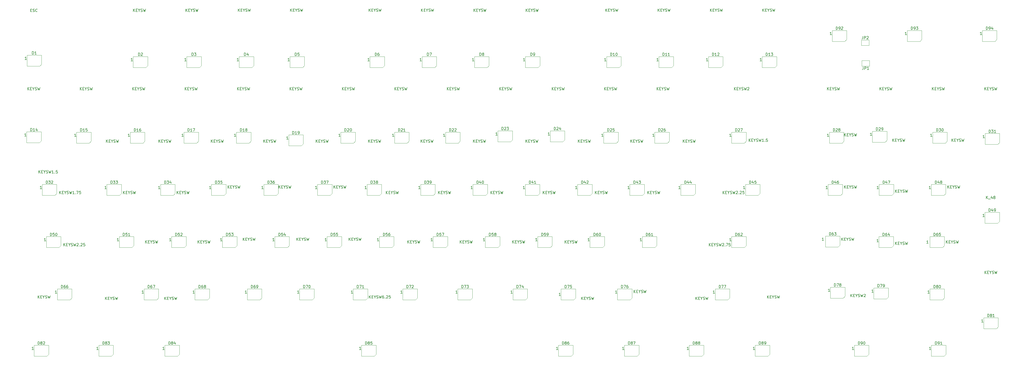
<source format=gbr>
G04 #@! TF.GenerationSoftware,KiCad,Pcbnew,8.0.6*
G04 #@! TF.CreationDate,2024-12-17T20:07:01+11:00*
G04 #@! TF.ProjectId,keyboard,6b657962-6f61-4726-942e-6b696361645f,rev?*
G04 #@! TF.SameCoordinates,Original*
G04 #@! TF.FileFunction,Legend,Top*
G04 #@! TF.FilePolarity,Positive*
%FSLAX46Y46*%
G04 Gerber Fmt 4.6, Leading zero omitted, Abs format (unit mm)*
G04 Created by KiCad (PCBNEW 8.0.6) date 2024-12-17 20:07:01*
%MOMM*%
%LPD*%
G01*
G04 APERTURE LIST*
%ADD10C,0.150000*%
%ADD11C,0.120000*%
G04 APERTURE END LIST*
D10*
X144384524Y-53242319D02*
X144384524Y-52242319D01*
X144955952Y-53242319D02*
X144527381Y-52670890D01*
X144955952Y-52242319D02*
X144384524Y-52813747D01*
X145384524Y-52718509D02*
X145717857Y-52718509D01*
X145860714Y-53242319D02*
X145384524Y-53242319D01*
X145384524Y-53242319D02*
X145384524Y-52242319D01*
X145384524Y-52242319D02*
X145860714Y-52242319D01*
X146479762Y-52766128D02*
X146479762Y-53242319D01*
X146146429Y-52242319D02*
X146479762Y-52766128D01*
X146479762Y-52766128D02*
X146813095Y-52242319D01*
X147098810Y-53194700D02*
X147241667Y-53242319D01*
X147241667Y-53242319D02*
X147479762Y-53242319D01*
X147479762Y-53242319D02*
X147575000Y-53194700D01*
X147575000Y-53194700D02*
X147622619Y-53147080D01*
X147622619Y-53147080D02*
X147670238Y-53051842D01*
X147670238Y-53051842D02*
X147670238Y-52956604D01*
X147670238Y-52956604D02*
X147622619Y-52861366D01*
X147622619Y-52861366D02*
X147575000Y-52813747D01*
X147575000Y-52813747D02*
X147479762Y-52766128D01*
X147479762Y-52766128D02*
X147289286Y-52718509D01*
X147289286Y-52718509D02*
X147194048Y-52670890D01*
X147194048Y-52670890D02*
X147146429Y-52623271D01*
X147146429Y-52623271D02*
X147098810Y-52528033D01*
X147098810Y-52528033D02*
X147098810Y-52432795D01*
X147098810Y-52432795D02*
X147146429Y-52337557D01*
X147146429Y-52337557D02*
X147194048Y-52289938D01*
X147194048Y-52289938D02*
X147289286Y-52242319D01*
X147289286Y-52242319D02*
X147527381Y-52242319D01*
X147527381Y-52242319D02*
X147670238Y-52289938D01*
X148003572Y-52242319D02*
X148241667Y-53242319D01*
X148241667Y-53242319D02*
X148432143Y-52528033D01*
X148432143Y-52528033D02*
X148622619Y-53242319D01*
X148622619Y-53242319D02*
X148860715Y-52242319D01*
X98285714Y-87204819D02*
X98285714Y-86204819D01*
X98285714Y-86204819D02*
X98523809Y-86204819D01*
X98523809Y-86204819D02*
X98666666Y-86252438D01*
X98666666Y-86252438D02*
X98761904Y-86347676D01*
X98761904Y-86347676D02*
X98809523Y-86442914D01*
X98809523Y-86442914D02*
X98857142Y-86633390D01*
X98857142Y-86633390D02*
X98857142Y-86776247D01*
X98857142Y-86776247D02*
X98809523Y-86966723D01*
X98809523Y-86966723D02*
X98761904Y-87061961D01*
X98761904Y-87061961D02*
X98666666Y-87157200D01*
X98666666Y-87157200D02*
X98523809Y-87204819D01*
X98523809Y-87204819D02*
X98285714Y-87204819D01*
X99190476Y-86204819D02*
X99809523Y-86204819D01*
X99809523Y-86204819D02*
X99476190Y-86585771D01*
X99476190Y-86585771D02*
X99619047Y-86585771D01*
X99619047Y-86585771D02*
X99714285Y-86633390D01*
X99714285Y-86633390D02*
X99761904Y-86681009D01*
X99761904Y-86681009D02*
X99809523Y-86776247D01*
X99809523Y-86776247D02*
X99809523Y-87014342D01*
X99809523Y-87014342D02*
X99761904Y-87109580D01*
X99761904Y-87109580D02*
X99714285Y-87157200D01*
X99714285Y-87157200D02*
X99619047Y-87204819D01*
X99619047Y-87204819D02*
X99333333Y-87204819D01*
X99333333Y-87204819D02*
X99238095Y-87157200D01*
X99238095Y-87157200D02*
X99190476Y-87109580D01*
X100714285Y-86204819D02*
X100238095Y-86204819D01*
X100238095Y-86204819D02*
X100190476Y-86681009D01*
X100190476Y-86681009D02*
X100238095Y-86633390D01*
X100238095Y-86633390D02*
X100333333Y-86585771D01*
X100333333Y-86585771D02*
X100571428Y-86585771D01*
X100571428Y-86585771D02*
X100666666Y-86633390D01*
X100666666Y-86633390D02*
X100714285Y-86681009D01*
X100714285Y-86681009D02*
X100761904Y-86776247D01*
X100761904Y-86776247D02*
X100761904Y-87014342D01*
X100761904Y-87014342D02*
X100714285Y-87109580D01*
X100714285Y-87109580D02*
X100666666Y-87157200D01*
X100666666Y-87157200D02*
X100571428Y-87204819D01*
X100571428Y-87204819D02*
X100333333Y-87204819D01*
X100333333Y-87204819D02*
X100238095Y-87157200D01*
X100238095Y-87157200D02*
X100190476Y-87109580D01*
X96685714Y-89104819D02*
X96114286Y-89104819D01*
X96400000Y-89104819D02*
X96400000Y-88104819D01*
X96400000Y-88104819D02*
X96304762Y-88247676D01*
X96304762Y-88247676D02*
X96209524Y-88342914D01*
X96209524Y-88342914D02*
X96114286Y-88390533D01*
X163434524Y-53242319D02*
X163434524Y-52242319D01*
X164005952Y-53242319D02*
X163577381Y-52670890D01*
X164005952Y-52242319D02*
X163434524Y-52813747D01*
X164434524Y-52718509D02*
X164767857Y-52718509D01*
X164910714Y-53242319D02*
X164434524Y-53242319D01*
X164434524Y-53242319D02*
X164434524Y-52242319D01*
X164434524Y-52242319D02*
X164910714Y-52242319D01*
X165529762Y-52766128D02*
X165529762Y-53242319D01*
X165196429Y-52242319D02*
X165529762Y-52766128D01*
X165529762Y-52766128D02*
X165863095Y-52242319D01*
X166148810Y-53194700D02*
X166291667Y-53242319D01*
X166291667Y-53242319D02*
X166529762Y-53242319D01*
X166529762Y-53242319D02*
X166625000Y-53194700D01*
X166625000Y-53194700D02*
X166672619Y-53147080D01*
X166672619Y-53147080D02*
X166720238Y-53051842D01*
X166720238Y-53051842D02*
X166720238Y-52956604D01*
X166720238Y-52956604D02*
X166672619Y-52861366D01*
X166672619Y-52861366D02*
X166625000Y-52813747D01*
X166625000Y-52813747D02*
X166529762Y-52766128D01*
X166529762Y-52766128D02*
X166339286Y-52718509D01*
X166339286Y-52718509D02*
X166244048Y-52670890D01*
X166244048Y-52670890D02*
X166196429Y-52623271D01*
X166196429Y-52623271D02*
X166148810Y-52528033D01*
X166148810Y-52528033D02*
X166148810Y-52432795D01*
X166148810Y-52432795D02*
X166196429Y-52337557D01*
X166196429Y-52337557D02*
X166244048Y-52289938D01*
X166244048Y-52289938D02*
X166339286Y-52242319D01*
X166339286Y-52242319D02*
X166577381Y-52242319D01*
X166577381Y-52242319D02*
X166720238Y-52289938D01*
X167053572Y-52242319D02*
X167291667Y-53242319D01*
X167291667Y-53242319D02*
X167482143Y-52528033D01*
X167482143Y-52528033D02*
X167672619Y-53242319D01*
X167672619Y-53242319D02*
X167910715Y-52242319D01*
X87234524Y-53242319D02*
X87234524Y-52242319D01*
X87805952Y-53242319D02*
X87377381Y-52670890D01*
X87805952Y-52242319D02*
X87234524Y-52813747D01*
X88234524Y-52718509D02*
X88567857Y-52718509D01*
X88710714Y-53242319D02*
X88234524Y-53242319D01*
X88234524Y-53242319D02*
X88234524Y-52242319D01*
X88234524Y-52242319D02*
X88710714Y-52242319D01*
X89329762Y-52766128D02*
X89329762Y-53242319D01*
X88996429Y-52242319D02*
X89329762Y-52766128D01*
X89329762Y-52766128D02*
X89663095Y-52242319D01*
X89948810Y-53194700D02*
X90091667Y-53242319D01*
X90091667Y-53242319D02*
X90329762Y-53242319D01*
X90329762Y-53242319D02*
X90425000Y-53194700D01*
X90425000Y-53194700D02*
X90472619Y-53147080D01*
X90472619Y-53147080D02*
X90520238Y-53051842D01*
X90520238Y-53051842D02*
X90520238Y-52956604D01*
X90520238Y-52956604D02*
X90472619Y-52861366D01*
X90472619Y-52861366D02*
X90425000Y-52813747D01*
X90425000Y-52813747D02*
X90329762Y-52766128D01*
X90329762Y-52766128D02*
X90139286Y-52718509D01*
X90139286Y-52718509D02*
X90044048Y-52670890D01*
X90044048Y-52670890D02*
X89996429Y-52623271D01*
X89996429Y-52623271D02*
X89948810Y-52528033D01*
X89948810Y-52528033D02*
X89948810Y-52432795D01*
X89948810Y-52432795D02*
X89996429Y-52337557D01*
X89996429Y-52337557D02*
X90044048Y-52289938D01*
X90044048Y-52289938D02*
X90139286Y-52242319D01*
X90139286Y-52242319D02*
X90377381Y-52242319D01*
X90377381Y-52242319D02*
X90520238Y-52289938D01*
X90853572Y-52242319D02*
X91091667Y-53242319D01*
X91091667Y-53242319D02*
X91282143Y-52528033D01*
X91282143Y-52528033D02*
X91472619Y-53242319D01*
X91472619Y-53242319D02*
X91710715Y-52242319D01*
X278071230Y-24641839D02*
X278071230Y-23641839D01*
X278642658Y-24641839D02*
X278214087Y-24070410D01*
X278642658Y-23641839D02*
X278071230Y-24213267D01*
X279071230Y-24118029D02*
X279404563Y-24118029D01*
X279547420Y-24641839D02*
X279071230Y-24641839D01*
X279071230Y-24641839D02*
X279071230Y-23641839D01*
X279071230Y-23641839D02*
X279547420Y-23641839D01*
X280166468Y-24165648D02*
X280166468Y-24641839D01*
X279833135Y-23641839D02*
X280166468Y-24165648D01*
X280166468Y-24165648D02*
X280499801Y-23641839D01*
X280785516Y-24594220D02*
X280928373Y-24641839D01*
X280928373Y-24641839D02*
X281166468Y-24641839D01*
X281166468Y-24641839D02*
X281261706Y-24594220D01*
X281261706Y-24594220D02*
X281309325Y-24546600D01*
X281309325Y-24546600D02*
X281356944Y-24451362D01*
X281356944Y-24451362D02*
X281356944Y-24356124D01*
X281356944Y-24356124D02*
X281309325Y-24260886D01*
X281309325Y-24260886D02*
X281261706Y-24213267D01*
X281261706Y-24213267D02*
X281166468Y-24165648D01*
X281166468Y-24165648D02*
X280975992Y-24118029D01*
X280975992Y-24118029D02*
X280880754Y-24070410D01*
X280880754Y-24070410D02*
X280833135Y-24022791D01*
X280833135Y-24022791D02*
X280785516Y-23927553D01*
X280785516Y-23927553D02*
X280785516Y-23832315D01*
X280785516Y-23832315D02*
X280833135Y-23737077D01*
X280833135Y-23737077D02*
X280880754Y-23689458D01*
X280880754Y-23689458D02*
X280975992Y-23641839D01*
X280975992Y-23641839D02*
X281214087Y-23641839D01*
X281214087Y-23641839D02*
X281356944Y-23689458D01*
X281690278Y-23641839D02*
X281928373Y-24641839D01*
X281928373Y-24641839D02*
X282118849Y-23927553D01*
X282118849Y-23927553D02*
X282309325Y-24641839D01*
X282309325Y-24641839D02*
X282547421Y-23641839D01*
X326809524Y-69954819D02*
X326809524Y-68954819D01*
X327380952Y-69954819D02*
X326952381Y-69383390D01*
X327380952Y-68954819D02*
X326809524Y-69526247D01*
X327809524Y-69431009D02*
X328142857Y-69431009D01*
X328285714Y-69954819D02*
X327809524Y-69954819D01*
X327809524Y-69954819D02*
X327809524Y-68954819D01*
X327809524Y-68954819D02*
X328285714Y-68954819D01*
X328904762Y-69478628D02*
X328904762Y-69954819D01*
X328571429Y-68954819D02*
X328904762Y-69478628D01*
X328904762Y-69478628D02*
X329238095Y-68954819D01*
X329523810Y-69907200D02*
X329666667Y-69954819D01*
X329666667Y-69954819D02*
X329904762Y-69954819D01*
X329904762Y-69954819D02*
X330000000Y-69907200D01*
X330000000Y-69907200D02*
X330047619Y-69859580D01*
X330047619Y-69859580D02*
X330095238Y-69764342D01*
X330095238Y-69764342D02*
X330095238Y-69669104D01*
X330095238Y-69669104D02*
X330047619Y-69573866D01*
X330047619Y-69573866D02*
X330000000Y-69526247D01*
X330000000Y-69526247D02*
X329904762Y-69478628D01*
X329904762Y-69478628D02*
X329714286Y-69431009D01*
X329714286Y-69431009D02*
X329619048Y-69383390D01*
X329619048Y-69383390D02*
X329571429Y-69335771D01*
X329571429Y-69335771D02*
X329523810Y-69240533D01*
X329523810Y-69240533D02*
X329523810Y-69145295D01*
X329523810Y-69145295D02*
X329571429Y-69050057D01*
X329571429Y-69050057D02*
X329619048Y-69002438D01*
X329619048Y-69002438D02*
X329714286Y-68954819D01*
X329714286Y-68954819D02*
X329952381Y-68954819D01*
X329952381Y-68954819D02*
X330095238Y-69002438D01*
X330428572Y-68954819D02*
X330666667Y-69954819D01*
X330666667Y-69954819D02*
X330857143Y-69240533D01*
X330857143Y-69240533D02*
X331047619Y-69954819D01*
X331047619Y-69954819D02*
X331285715Y-68954819D01*
X42285714Y-125204819D02*
X42285714Y-124204819D01*
X42285714Y-124204819D02*
X42523809Y-124204819D01*
X42523809Y-124204819D02*
X42666666Y-124252438D01*
X42666666Y-124252438D02*
X42761904Y-124347676D01*
X42761904Y-124347676D02*
X42809523Y-124442914D01*
X42809523Y-124442914D02*
X42857142Y-124633390D01*
X42857142Y-124633390D02*
X42857142Y-124776247D01*
X42857142Y-124776247D02*
X42809523Y-124966723D01*
X42809523Y-124966723D02*
X42761904Y-125061961D01*
X42761904Y-125061961D02*
X42666666Y-125157200D01*
X42666666Y-125157200D02*
X42523809Y-125204819D01*
X42523809Y-125204819D02*
X42285714Y-125204819D01*
X43714285Y-124204819D02*
X43523809Y-124204819D01*
X43523809Y-124204819D02*
X43428571Y-124252438D01*
X43428571Y-124252438D02*
X43380952Y-124300057D01*
X43380952Y-124300057D02*
X43285714Y-124442914D01*
X43285714Y-124442914D02*
X43238095Y-124633390D01*
X43238095Y-124633390D02*
X43238095Y-125014342D01*
X43238095Y-125014342D02*
X43285714Y-125109580D01*
X43285714Y-125109580D02*
X43333333Y-125157200D01*
X43333333Y-125157200D02*
X43428571Y-125204819D01*
X43428571Y-125204819D02*
X43619047Y-125204819D01*
X43619047Y-125204819D02*
X43714285Y-125157200D01*
X43714285Y-125157200D02*
X43761904Y-125109580D01*
X43761904Y-125109580D02*
X43809523Y-125014342D01*
X43809523Y-125014342D02*
X43809523Y-124776247D01*
X43809523Y-124776247D02*
X43761904Y-124681009D01*
X43761904Y-124681009D02*
X43714285Y-124633390D01*
X43714285Y-124633390D02*
X43619047Y-124585771D01*
X43619047Y-124585771D02*
X43428571Y-124585771D01*
X43428571Y-124585771D02*
X43333333Y-124633390D01*
X43333333Y-124633390D02*
X43285714Y-124681009D01*
X43285714Y-124681009D02*
X43238095Y-124776247D01*
X44666666Y-124204819D02*
X44476190Y-124204819D01*
X44476190Y-124204819D02*
X44380952Y-124252438D01*
X44380952Y-124252438D02*
X44333333Y-124300057D01*
X44333333Y-124300057D02*
X44238095Y-124442914D01*
X44238095Y-124442914D02*
X44190476Y-124633390D01*
X44190476Y-124633390D02*
X44190476Y-125014342D01*
X44190476Y-125014342D02*
X44238095Y-125109580D01*
X44238095Y-125109580D02*
X44285714Y-125157200D01*
X44285714Y-125157200D02*
X44380952Y-125204819D01*
X44380952Y-125204819D02*
X44571428Y-125204819D01*
X44571428Y-125204819D02*
X44666666Y-125157200D01*
X44666666Y-125157200D02*
X44714285Y-125109580D01*
X44714285Y-125109580D02*
X44761904Y-125014342D01*
X44761904Y-125014342D02*
X44761904Y-124776247D01*
X44761904Y-124776247D02*
X44714285Y-124681009D01*
X44714285Y-124681009D02*
X44666666Y-124633390D01*
X44666666Y-124633390D02*
X44571428Y-124585771D01*
X44571428Y-124585771D02*
X44380952Y-124585771D01*
X44380952Y-124585771D02*
X44285714Y-124633390D01*
X44285714Y-124633390D02*
X44238095Y-124681009D01*
X44238095Y-124681009D02*
X44190476Y-124776247D01*
X40685714Y-127104819D02*
X40114286Y-127104819D01*
X40400000Y-127104819D02*
X40400000Y-126104819D01*
X40400000Y-126104819D02*
X40304762Y-126247676D01*
X40304762Y-126247676D02*
X40209524Y-126342914D01*
X40209524Y-126342914D02*
X40114286Y-126390533D01*
X164785714Y-68204819D02*
X164785714Y-67204819D01*
X164785714Y-67204819D02*
X165023809Y-67204819D01*
X165023809Y-67204819D02*
X165166666Y-67252438D01*
X165166666Y-67252438D02*
X165261904Y-67347676D01*
X165261904Y-67347676D02*
X165309523Y-67442914D01*
X165309523Y-67442914D02*
X165357142Y-67633390D01*
X165357142Y-67633390D02*
X165357142Y-67776247D01*
X165357142Y-67776247D02*
X165309523Y-67966723D01*
X165309523Y-67966723D02*
X165261904Y-68061961D01*
X165261904Y-68061961D02*
X165166666Y-68157200D01*
X165166666Y-68157200D02*
X165023809Y-68204819D01*
X165023809Y-68204819D02*
X164785714Y-68204819D01*
X165738095Y-67300057D02*
X165785714Y-67252438D01*
X165785714Y-67252438D02*
X165880952Y-67204819D01*
X165880952Y-67204819D02*
X166119047Y-67204819D01*
X166119047Y-67204819D02*
X166214285Y-67252438D01*
X166214285Y-67252438D02*
X166261904Y-67300057D01*
X166261904Y-67300057D02*
X166309523Y-67395295D01*
X166309523Y-67395295D02*
X166309523Y-67490533D01*
X166309523Y-67490533D02*
X166261904Y-67633390D01*
X166261904Y-67633390D02*
X165690476Y-68204819D01*
X165690476Y-68204819D02*
X166309523Y-68204819D01*
X167261904Y-68204819D02*
X166690476Y-68204819D01*
X166976190Y-68204819D02*
X166976190Y-67204819D01*
X166976190Y-67204819D02*
X166880952Y-67347676D01*
X166880952Y-67347676D02*
X166785714Y-67442914D01*
X166785714Y-67442914D02*
X166690476Y-67490533D01*
X163185714Y-70104819D02*
X162614286Y-70104819D01*
X162900000Y-70104819D02*
X162900000Y-69104819D01*
X162900000Y-69104819D02*
X162804762Y-69247676D01*
X162804762Y-69247676D02*
X162709524Y-69342914D01*
X162709524Y-69342914D02*
X162614286Y-69390533D01*
X30084524Y-53242319D02*
X30084524Y-52242319D01*
X30655952Y-53242319D02*
X30227381Y-52670890D01*
X30655952Y-52242319D02*
X30084524Y-52813747D01*
X31084524Y-52718509D02*
X31417857Y-52718509D01*
X31560714Y-53242319D02*
X31084524Y-53242319D01*
X31084524Y-53242319D02*
X31084524Y-52242319D01*
X31084524Y-52242319D02*
X31560714Y-52242319D01*
X32179762Y-52766128D02*
X32179762Y-53242319D01*
X31846429Y-52242319D02*
X32179762Y-52766128D01*
X32179762Y-52766128D02*
X32513095Y-52242319D01*
X32798810Y-53194700D02*
X32941667Y-53242319D01*
X32941667Y-53242319D02*
X33179762Y-53242319D01*
X33179762Y-53242319D02*
X33275000Y-53194700D01*
X33275000Y-53194700D02*
X33322619Y-53147080D01*
X33322619Y-53147080D02*
X33370238Y-53051842D01*
X33370238Y-53051842D02*
X33370238Y-52956604D01*
X33370238Y-52956604D02*
X33322619Y-52861366D01*
X33322619Y-52861366D02*
X33275000Y-52813747D01*
X33275000Y-52813747D02*
X33179762Y-52766128D01*
X33179762Y-52766128D02*
X32989286Y-52718509D01*
X32989286Y-52718509D02*
X32894048Y-52670890D01*
X32894048Y-52670890D02*
X32846429Y-52623271D01*
X32846429Y-52623271D02*
X32798810Y-52528033D01*
X32798810Y-52528033D02*
X32798810Y-52432795D01*
X32798810Y-52432795D02*
X32846429Y-52337557D01*
X32846429Y-52337557D02*
X32894048Y-52289938D01*
X32894048Y-52289938D02*
X32989286Y-52242319D01*
X32989286Y-52242319D02*
X33227381Y-52242319D01*
X33227381Y-52242319D02*
X33370238Y-52289938D01*
X33703572Y-52242319D02*
X33941667Y-53242319D01*
X33941667Y-53242319D02*
X34132143Y-52528033D01*
X34132143Y-52528033D02*
X34322619Y-53242319D01*
X34322619Y-53242319D02*
X34560715Y-52242319D01*
X340835714Y-87204819D02*
X340835714Y-86204819D01*
X340835714Y-86204819D02*
X341073809Y-86204819D01*
X341073809Y-86204819D02*
X341216666Y-86252438D01*
X341216666Y-86252438D02*
X341311904Y-86347676D01*
X341311904Y-86347676D02*
X341359523Y-86442914D01*
X341359523Y-86442914D02*
X341407142Y-86633390D01*
X341407142Y-86633390D02*
X341407142Y-86776247D01*
X341407142Y-86776247D02*
X341359523Y-86966723D01*
X341359523Y-86966723D02*
X341311904Y-87061961D01*
X341311904Y-87061961D02*
X341216666Y-87157200D01*
X341216666Y-87157200D02*
X341073809Y-87204819D01*
X341073809Y-87204819D02*
X340835714Y-87204819D01*
X342264285Y-86538152D02*
X342264285Y-87204819D01*
X342026190Y-86157200D02*
X341788095Y-86871485D01*
X341788095Y-86871485D02*
X342407142Y-86871485D01*
X342692857Y-86204819D02*
X343359523Y-86204819D01*
X343359523Y-86204819D02*
X342930952Y-87204819D01*
X339235714Y-89104819D02*
X338664286Y-89104819D01*
X338950000Y-89104819D02*
X338950000Y-88104819D01*
X338950000Y-88104819D02*
X338854762Y-88247676D01*
X338854762Y-88247676D02*
X338759524Y-88342914D01*
X338759524Y-88342914D02*
X338664286Y-88390533D01*
X126335714Y-69204819D02*
X126335714Y-68204819D01*
X126335714Y-68204819D02*
X126573809Y-68204819D01*
X126573809Y-68204819D02*
X126716666Y-68252438D01*
X126716666Y-68252438D02*
X126811904Y-68347676D01*
X126811904Y-68347676D02*
X126859523Y-68442914D01*
X126859523Y-68442914D02*
X126907142Y-68633390D01*
X126907142Y-68633390D02*
X126907142Y-68776247D01*
X126907142Y-68776247D02*
X126859523Y-68966723D01*
X126859523Y-68966723D02*
X126811904Y-69061961D01*
X126811904Y-69061961D02*
X126716666Y-69157200D01*
X126716666Y-69157200D02*
X126573809Y-69204819D01*
X126573809Y-69204819D02*
X126335714Y-69204819D01*
X127859523Y-69204819D02*
X127288095Y-69204819D01*
X127573809Y-69204819D02*
X127573809Y-68204819D01*
X127573809Y-68204819D02*
X127478571Y-68347676D01*
X127478571Y-68347676D02*
X127383333Y-68442914D01*
X127383333Y-68442914D02*
X127288095Y-68490533D01*
X128335714Y-69204819D02*
X128526190Y-69204819D01*
X128526190Y-69204819D02*
X128621428Y-69157200D01*
X128621428Y-69157200D02*
X128669047Y-69109580D01*
X128669047Y-69109580D02*
X128764285Y-68966723D01*
X128764285Y-68966723D02*
X128811904Y-68776247D01*
X128811904Y-68776247D02*
X128811904Y-68395295D01*
X128811904Y-68395295D02*
X128764285Y-68300057D01*
X128764285Y-68300057D02*
X128716666Y-68252438D01*
X128716666Y-68252438D02*
X128621428Y-68204819D01*
X128621428Y-68204819D02*
X128430952Y-68204819D01*
X128430952Y-68204819D02*
X128335714Y-68252438D01*
X128335714Y-68252438D02*
X128288095Y-68300057D01*
X128288095Y-68300057D02*
X128240476Y-68395295D01*
X128240476Y-68395295D02*
X128240476Y-68633390D01*
X128240476Y-68633390D02*
X128288095Y-68728628D01*
X128288095Y-68728628D02*
X128335714Y-68776247D01*
X128335714Y-68776247D02*
X128430952Y-68823866D01*
X128430952Y-68823866D02*
X128621428Y-68823866D01*
X128621428Y-68823866D02*
X128716666Y-68776247D01*
X128716666Y-68776247D02*
X128764285Y-68728628D01*
X128764285Y-68728628D02*
X128811904Y-68633390D01*
X124735714Y-71104819D02*
X124164286Y-71104819D01*
X124450000Y-71104819D02*
X124450000Y-70104819D01*
X124450000Y-70104819D02*
X124354762Y-70247676D01*
X124354762Y-70247676D02*
X124259524Y-70342914D01*
X124259524Y-70342914D02*
X124164286Y-70390533D01*
X224335714Y-145704819D02*
X224335714Y-144704819D01*
X224335714Y-144704819D02*
X224573809Y-144704819D01*
X224573809Y-144704819D02*
X224716666Y-144752438D01*
X224716666Y-144752438D02*
X224811904Y-144847676D01*
X224811904Y-144847676D02*
X224859523Y-144942914D01*
X224859523Y-144942914D02*
X224907142Y-145133390D01*
X224907142Y-145133390D02*
X224907142Y-145276247D01*
X224907142Y-145276247D02*
X224859523Y-145466723D01*
X224859523Y-145466723D02*
X224811904Y-145561961D01*
X224811904Y-145561961D02*
X224716666Y-145657200D01*
X224716666Y-145657200D02*
X224573809Y-145704819D01*
X224573809Y-145704819D02*
X224335714Y-145704819D01*
X225478571Y-145133390D02*
X225383333Y-145085771D01*
X225383333Y-145085771D02*
X225335714Y-145038152D01*
X225335714Y-145038152D02*
X225288095Y-144942914D01*
X225288095Y-144942914D02*
X225288095Y-144895295D01*
X225288095Y-144895295D02*
X225335714Y-144800057D01*
X225335714Y-144800057D02*
X225383333Y-144752438D01*
X225383333Y-144752438D02*
X225478571Y-144704819D01*
X225478571Y-144704819D02*
X225669047Y-144704819D01*
X225669047Y-144704819D02*
X225764285Y-144752438D01*
X225764285Y-144752438D02*
X225811904Y-144800057D01*
X225811904Y-144800057D02*
X225859523Y-144895295D01*
X225859523Y-144895295D02*
X225859523Y-144942914D01*
X225859523Y-144942914D02*
X225811904Y-145038152D01*
X225811904Y-145038152D02*
X225764285Y-145085771D01*
X225764285Y-145085771D02*
X225669047Y-145133390D01*
X225669047Y-145133390D02*
X225478571Y-145133390D01*
X225478571Y-145133390D02*
X225383333Y-145181009D01*
X225383333Y-145181009D02*
X225335714Y-145228628D01*
X225335714Y-145228628D02*
X225288095Y-145323866D01*
X225288095Y-145323866D02*
X225288095Y-145514342D01*
X225288095Y-145514342D02*
X225335714Y-145609580D01*
X225335714Y-145609580D02*
X225383333Y-145657200D01*
X225383333Y-145657200D02*
X225478571Y-145704819D01*
X225478571Y-145704819D02*
X225669047Y-145704819D01*
X225669047Y-145704819D02*
X225764285Y-145657200D01*
X225764285Y-145657200D02*
X225811904Y-145609580D01*
X225811904Y-145609580D02*
X225859523Y-145514342D01*
X225859523Y-145514342D02*
X225859523Y-145323866D01*
X225859523Y-145323866D02*
X225811904Y-145228628D01*
X225811904Y-145228628D02*
X225764285Y-145181009D01*
X225764285Y-145181009D02*
X225669047Y-145133390D01*
X226716666Y-144704819D02*
X226526190Y-144704819D01*
X226526190Y-144704819D02*
X226430952Y-144752438D01*
X226430952Y-144752438D02*
X226383333Y-144800057D01*
X226383333Y-144800057D02*
X226288095Y-144942914D01*
X226288095Y-144942914D02*
X226240476Y-145133390D01*
X226240476Y-145133390D02*
X226240476Y-145514342D01*
X226240476Y-145514342D02*
X226288095Y-145609580D01*
X226288095Y-145609580D02*
X226335714Y-145657200D01*
X226335714Y-145657200D02*
X226430952Y-145704819D01*
X226430952Y-145704819D02*
X226621428Y-145704819D01*
X226621428Y-145704819D02*
X226716666Y-145657200D01*
X226716666Y-145657200D02*
X226764285Y-145609580D01*
X226764285Y-145609580D02*
X226811904Y-145514342D01*
X226811904Y-145514342D02*
X226811904Y-145276247D01*
X226811904Y-145276247D02*
X226764285Y-145181009D01*
X226764285Y-145181009D02*
X226716666Y-145133390D01*
X226716666Y-145133390D02*
X226621428Y-145085771D01*
X226621428Y-145085771D02*
X226430952Y-145085771D01*
X226430952Y-145085771D02*
X226335714Y-145133390D01*
X226335714Y-145133390D02*
X226288095Y-145181009D01*
X226288095Y-145181009D02*
X226240476Y-145276247D01*
X222735714Y-147604819D02*
X222164286Y-147604819D01*
X222450000Y-147604819D02*
X222450000Y-146604819D01*
X222450000Y-146604819D02*
X222354762Y-146747676D01*
X222354762Y-146747676D02*
X222259524Y-146842914D01*
X222259524Y-146842914D02*
X222164286Y-146890533D01*
X207785714Y-125204819D02*
X207785714Y-124204819D01*
X207785714Y-124204819D02*
X208023809Y-124204819D01*
X208023809Y-124204819D02*
X208166666Y-124252438D01*
X208166666Y-124252438D02*
X208261904Y-124347676D01*
X208261904Y-124347676D02*
X208309523Y-124442914D01*
X208309523Y-124442914D02*
X208357142Y-124633390D01*
X208357142Y-124633390D02*
X208357142Y-124776247D01*
X208357142Y-124776247D02*
X208309523Y-124966723D01*
X208309523Y-124966723D02*
X208261904Y-125061961D01*
X208261904Y-125061961D02*
X208166666Y-125157200D01*
X208166666Y-125157200D02*
X208023809Y-125204819D01*
X208023809Y-125204819D02*
X207785714Y-125204819D01*
X208690476Y-124204819D02*
X209357142Y-124204819D01*
X209357142Y-124204819D02*
X208928571Y-125204819D01*
X210166666Y-124538152D02*
X210166666Y-125204819D01*
X209928571Y-124157200D02*
X209690476Y-124871485D01*
X209690476Y-124871485D02*
X210309523Y-124871485D01*
X206185714Y-127104819D02*
X205614286Y-127104819D01*
X205900000Y-127104819D02*
X205900000Y-126104819D01*
X205900000Y-126104819D02*
X205804762Y-126247676D01*
X205804762Y-126247676D02*
X205709524Y-126342914D01*
X205709524Y-126342914D02*
X205614286Y-126390533D01*
X102285714Y-106204819D02*
X102285714Y-105204819D01*
X102285714Y-105204819D02*
X102523809Y-105204819D01*
X102523809Y-105204819D02*
X102666666Y-105252438D01*
X102666666Y-105252438D02*
X102761904Y-105347676D01*
X102761904Y-105347676D02*
X102809523Y-105442914D01*
X102809523Y-105442914D02*
X102857142Y-105633390D01*
X102857142Y-105633390D02*
X102857142Y-105776247D01*
X102857142Y-105776247D02*
X102809523Y-105966723D01*
X102809523Y-105966723D02*
X102761904Y-106061961D01*
X102761904Y-106061961D02*
X102666666Y-106157200D01*
X102666666Y-106157200D02*
X102523809Y-106204819D01*
X102523809Y-106204819D02*
X102285714Y-106204819D01*
X103761904Y-105204819D02*
X103285714Y-105204819D01*
X103285714Y-105204819D02*
X103238095Y-105681009D01*
X103238095Y-105681009D02*
X103285714Y-105633390D01*
X103285714Y-105633390D02*
X103380952Y-105585771D01*
X103380952Y-105585771D02*
X103619047Y-105585771D01*
X103619047Y-105585771D02*
X103714285Y-105633390D01*
X103714285Y-105633390D02*
X103761904Y-105681009D01*
X103761904Y-105681009D02*
X103809523Y-105776247D01*
X103809523Y-105776247D02*
X103809523Y-106014342D01*
X103809523Y-106014342D02*
X103761904Y-106109580D01*
X103761904Y-106109580D02*
X103714285Y-106157200D01*
X103714285Y-106157200D02*
X103619047Y-106204819D01*
X103619047Y-106204819D02*
X103380952Y-106204819D01*
X103380952Y-106204819D02*
X103285714Y-106157200D01*
X103285714Y-106157200D02*
X103238095Y-106109580D01*
X104142857Y-105204819D02*
X104761904Y-105204819D01*
X104761904Y-105204819D02*
X104428571Y-105585771D01*
X104428571Y-105585771D02*
X104571428Y-105585771D01*
X104571428Y-105585771D02*
X104666666Y-105633390D01*
X104666666Y-105633390D02*
X104714285Y-105681009D01*
X104714285Y-105681009D02*
X104761904Y-105776247D01*
X104761904Y-105776247D02*
X104761904Y-106014342D01*
X104761904Y-106014342D02*
X104714285Y-106109580D01*
X104714285Y-106109580D02*
X104666666Y-106157200D01*
X104666666Y-106157200D02*
X104571428Y-106204819D01*
X104571428Y-106204819D02*
X104285714Y-106204819D01*
X104285714Y-106204819D02*
X104190476Y-106157200D01*
X104190476Y-106157200D02*
X104142857Y-106109580D01*
X100685714Y-108104819D02*
X100114286Y-108104819D01*
X100400000Y-108104819D02*
X100400000Y-107104819D01*
X100400000Y-107104819D02*
X100304762Y-107247676D01*
X100304762Y-107247676D02*
X100209524Y-107342914D01*
X100209524Y-107342914D02*
X100114286Y-107390533D01*
X179309524Y-90954819D02*
X179309524Y-89954819D01*
X179880952Y-90954819D02*
X179452381Y-90383390D01*
X179880952Y-89954819D02*
X179309524Y-90526247D01*
X180309524Y-90431009D02*
X180642857Y-90431009D01*
X180785714Y-90954819D02*
X180309524Y-90954819D01*
X180309524Y-90954819D02*
X180309524Y-89954819D01*
X180309524Y-89954819D02*
X180785714Y-89954819D01*
X181404762Y-90478628D02*
X181404762Y-90954819D01*
X181071429Y-89954819D02*
X181404762Y-90478628D01*
X181404762Y-90478628D02*
X181738095Y-89954819D01*
X182023810Y-90907200D02*
X182166667Y-90954819D01*
X182166667Y-90954819D02*
X182404762Y-90954819D01*
X182404762Y-90954819D02*
X182500000Y-90907200D01*
X182500000Y-90907200D02*
X182547619Y-90859580D01*
X182547619Y-90859580D02*
X182595238Y-90764342D01*
X182595238Y-90764342D02*
X182595238Y-90669104D01*
X182595238Y-90669104D02*
X182547619Y-90573866D01*
X182547619Y-90573866D02*
X182500000Y-90526247D01*
X182500000Y-90526247D02*
X182404762Y-90478628D01*
X182404762Y-90478628D02*
X182214286Y-90431009D01*
X182214286Y-90431009D02*
X182119048Y-90383390D01*
X182119048Y-90383390D02*
X182071429Y-90335771D01*
X182071429Y-90335771D02*
X182023810Y-90240533D01*
X182023810Y-90240533D02*
X182023810Y-90145295D01*
X182023810Y-90145295D02*
X182071429Y-90050057D01*
X182071429Y-90050057D02*
X182119048Y-90002438D01*
X182119048Y-90002438D02*
X182214286Y-89954819D01*
X182214286Y-89954819D02*
X182452381Y-89954819D01*
X182452381Y-89954819D02*
X182595238Y-90002438D01*
X182928572Y-89954819D02*
X183166667Y-90954819D01*
X183166667Y-90954819D02*
X183357143Y-90240533D01*
X183357143Y-90240533D02*
X183547619Y-90954819D01*
X183547619Y-90954819D02*
X183785715Y-89954819D01*
X197785714Y-106204819D02*
X197785714Y-105204819D01*
X197785714Y-105204819D02*
X198023809Y-105204819D01*
X198023809Y-105204819D02*
X198166666Y-105252438D01*
X198166666Y-105252438D02*
X198261904Y-105347676D01*
X198261904Y-105347676D02*
X198309523Y-105442914D01*
X198309523Y-105442914D02*
X198357142Y-105633390D01*
X198357142Y-105633390D02*
X198357142Y-105776247D01*
X198357142Y-105776247D02*
X198309523Y-105966723D01*
X198309523Y-105966723D02*
X198261904Y-106061961D01*
X198261904Y-106061961D02*
X198166666Y-106157200D01*
X198166666Y-106157200D02*
X198023809Y-106204819D01*
X198023809Y-106204819D02*
X197785714Y-106204819D01*
X199261904Y-105204819D02*
X198785714Y-105204819D01*
X198785714Y-105204819D02*
X198738095Y-105681009D01*
X198738095Y-105681009D02*
X198785714Y-105633390D01*
X198785714Y-105633390D02*
X198880952Y-105585771D01*
X198880952Y-105585771D02*
X199119047Y-105585771D01*
X199119047Y-105585771D02*
X199214285Y-105633390D01*
X199214285Y-105633390D02*
X199261904Y-105681009D01*
X199261904Y-105681009D02*
X199309523Y-105776247D01*
X199309523Y-105776247D02*
X199309523Y-106014342D01*
X199309523Y-106014342D02*
X199261904Y-106109580D01*
X199261904Y-106109580D02*
X199214285Y-106157200D01*
X199214285Y-106157200D02*
X199119047Y-106204819D01*
X199119047Y-106204819D02*
X198880952Y-106204819D01*
X198880952Y-106204819D02*
X198785714Y-106157200D01*
X198785714Y-106157200D02*
X198738095Y-106109580D01*
X199880952Y-105633390D02*
X199785714Y-105585771D01*
X199785714Y-105585771D02*
X199738095Y-105538152D01*
X199738095Y-105538152D02*
X199690476Y-105442914D01*
X199690476Y-105442914D02*
X199690476Y-105395295D01*
X199690476Y-105395295D02*
X199738095Y-105300057D01*
X199738095Y-105300057D02*
X199785714Y-105252438D01*
X199785714Y-105252438D02*
X199880952Y-105204819D01*
X199880952Y-105204819D02*
X200071428Y-105204819D01*
X200071428Y-105204819D02*
X200166666Y-105252438D01*
X200166666Y-105252438D02*
X200214285Y-105300057D01*
X200214285Y-105300057D02*
X200261904Y-105395295D01*
X200261904Y-105395295D02*
X200261904Y-105442914D01*
X200261904Y-105442914D02*
X200214285Y-105538152D01*
X200214285Y-105538152D02*
X200166666Y-105585771D01*
X200166666Y-105585771D02*
X200071428Y-105633390D01*
X200071428Y-105633390D02*
X199880952Y-105633390D01*
X199880952Y-105633390D02*
X199785714Y-105681009D01*
X199785714Y-105681009D02*
X199738095Y-105728628D01*
X199738095Y-105728628D02*
X199690476Y-105823866D01*
X199690476Y-105823866D02*
X199690476Y-106014342D01*
X199690476Y-106014342D02*
X199738095Y-106109580D01*
X199738095Y-106109580D02*
X199785714Y-106157200D01*
X199785714Y-106157200D02*
X199880952Y-106204819D01*
X199880952Y-106204819D02*
X200071428Y-106204819D01*
X200071428Y-106204819D02*
X200166666Y-106157200D01*
X200166666Y-106157200D02*
X200214285Y-106109580D01*
X200214285Y-106109580D02*
X200261904Y-106014342D01*
X200261904Y-106014342D02*
X200261904Y-105823866D01*
X200261904Y-105823866D02*
X200214285Y-105728628D01*
X200214285Y-105728628D02*
X200166666Y-105681009D01*
X200166666Y-105681009D02*
X200071428Y-105633390D01*
X196185714Y-108104819D02*
X195614286Y-108104819D01*
X195900000Y-108104819D02*
X195900000Y-107104819D01*
X195900000Y-107104819D02*
X195804762Y-107247676D01*
X195804762Y-107247676D02*
X195709524Y-107342914D01*
X195709524Y-107342914D02*
X195614286Y-107390533D01*
X344309524Y-71954819D02*
X344309524Y-70954819D01*
X344880952Y-71954819D02*
X344452381Y-71383390D01*
X344880952Y-70954819D02*
X344309524Y-71526247D01*
X345309524Y-71431009D02*
X345642857Y-71431009D01*
X345785714Y-71954819D02*
X345309524Y-71954819D01*
X345309524Y-71954819D02*
X345309524Y-70954819D01*
X345309524Y-70954819D02*
X345785714Y-70954819D01*
X346404762Y-71478628D02*
X346404762Y-71954819D01*
X346071429Y-70954819D02*
X346404762Y-71478628D01*
X346404762Y-71478628D02*
X346738095Y-70954819D01*
X347023810Y-71907200D02*
X347166667Y-71954819D01*
X347166667Y-71954819D02*
X347404762Y-71954819D01*
X347404762Y-71954819D02*
X347500000Y-71907200D01*
X347500000Y-71907200D02*
X347547619Y-71859580D01*
X347547619Y-71859580D02*
X347595238Y-71764342D01*
X347595238Y-71764342D02*
X347595238Y-71669104D01*
X347595238Y-71669104D02*
X347547619Y-71573866D01*
X347547619Y-71573866D02*
X347500000Y-71526247D01*
X347500000Y-71526247D02*
X347404762Y-71478628D01*
X347404762Y-71478628D02*
X347214286Y-71431009D01*
X347214286Y-71431009D02*
X347119048Y-71383390D01*
X347119048Y-71383390D02*
X347071429Y-71335771D01*
X347071429Y-71335771D02*
X347023810Y-71240533D01*
X347023810Y-71240533D02*
X347023810Y-71145295D01*
X347023810Y-71145295D02*
X347071429Y-71050057D01*
X347071429Y-71050057D02*
X347119048Y-71002438D01*
X347119048Y-71002438D02*
X347214286Y-70954819D01*
X347214286Y-70954819D02*
X347452381Y-70954819D01*
X347452381Y-70954819D02*
X347595238Y-71002438D01*
X347928572Y-70954819D02*
X348166667Y-71954819D01*
X348166667Y-71954819D02*
X348357143Y-71240533D01*
X348357143Y-71240533D02*
X348547619Y-71954819D01*
X348547619Y-71954819D02*
X348785715Y-70954819D01*
X281285714Y-125204819D02*
X281285714Y-124204819D01*
X281285714Y-124204819D02*
X281523809Y-124204819D01*
X281523809Y-124204819D02*
X281666666Y-124252438D01*
X281666666Y-124252438D02*
X281761904Y-124347676D01*
X281761904Y-124347676D02*
X281809523Y-124442914D01*
X281809523Y-124442914D02*
X281857142Y-124633390D01*
X281857142Y-124633390D02*
X281857142Y-124776247D01*
X281857142Y-124776247D02*
X281809523Y-124966723D01*
X281809523Y-124966723D02*
X281761904Y-125061961D01*
X281761904Y-125061961D02*
X281666666Y-125157200D01*
X281666666Y-125157200D02*
X281523809Y-125204819D01*
X281523809Y-125204819D02*
X281285714Y-125204819D01*
X282190476Y-124204819D02*
X282857142Y-124204819D01*
X282857142Y-124204819D02*
X282428571Y-125204819D01*
X283142857Y-124204819D02*
X283809523Y-124204819D01*
X283809523Y-124204819D02*
X283380952Y-125204819D01*
X279685714Y-127104819D02*
X279114286Y-127104819D01*
X279400000Y-127104819D02*
X279400000Y-126104819D01*
X279400000Y-126104819D02*
X279304762Y-126247676D01*
X279304762Y-126247676D02*
X279209524Y-126342914D01*
X279209524Y-126342914D02*
X279114286Y-126390533D01*
X345309524Y-109454819D02*
X345309524Y-108454819D01*
X345880952Y-109454819D02*
X345452381Y-108883390D01*
X345880952Y-108454819D02*
X345309524Y-109026247D01*
X346309524Y-108931009D02*
X346642857Y-108931009D01*
X346785714Y-109454819D02*
X346309524Y-109454819D01*
X346309524Y-109454819D02*
X346309524Y-108454819D01*
X346309524Y-108454819D02*
X346785714Y-108454819D01*
X347404762Y-108978628D02*
X347404762Y-109454819D01*
X347071429Y-108454819D02*
X347404762Y-108978628D01*
X347404762Y-108978628D02*
X347738095Y-108454819D01*
X348023810Y-109407200D02*
X348166667Y-109454819D01*
X348166667Y-109454819D02*
X348404762Y-109454819D01*
X348404762Y-109454819D02*
X348500000Y-109407200D01*
X348500000Y-109407200D02*
X348547619Y-109359580D01*
X348547619Y-109359580D02*
X348595238Y-109264342D01*
X348595238Y-109264342D02*
X348595238Y-109169104D01*
X348595238Y-109169104D02*
X348547619Y-109073866D01*
X348547619Y-109073866D02*
X348500000Y-109026247D01*
X348500000Y-109026247D02*
X348404762Y-108978628D01*
X348404762Y-108978628D02*
X348214286Y-108931009D01*
X348214286Y-108931009D02*
X348119048Y-108883390D01*
X348119048Y-108883390D02*
X348071429Y-108835771D01*
X348071429Y-108835771D02*
X348023810Y-108740533D01*
X348023810Y-108740533D02*
X348023810Y-108645295D01*
X348023810Y-108645295D02*
X348071429Y-108550057D01*
X348071429Y-108550057D02*
X348119048Y-108502438D01*
X348119048Y-108502438D02*
X348214286Y-108454819D01*
X348214286Y-108454819D02*
X348452381Y-108454819D01*
X348452381Y-108454819D02*
X348595238Y-108502438D01*
X348928572Y-108454819D02*
X349166667Y-109454819D01*
X349166667Y-109454819D02*
X349357143Y-108740533D01*
X349357143Y-108740533D02*
X349547619Y-109454819D01*
X349547619Y-109454819D02*
X349785715Y-108454819D01*
X292285714Y-87204819D02*
X292285714Y-86204819D01*
X292285714Y-86204819D02*
X292523809Y-86204819D01*
X292523809Y-86204819D02*
X292666666Y-86252438D01*
X292666666Y-86252438D02*
X292761904Y-86347676D01*
X292761904Y-86347676D02*
X292809523Y-86442914D01*
X292809523Y-86442914D02*
X292857142Y-86633390D01*
X292857142Y-86633390D02*
X292857142Y-86776247D01*
X292857142Y-86776247D02*
X292809523Y-86966723D01*
X292809523Y-86966723D02*
X292761904Y-87061961D01*
X292761904Y-87061961D02*
X292666666Y-87157200D01*
X292666666Y-87157200D02*
X292523809Y-87204819D01*
X292523809Y-87204819D02*
X292285714Y-87204819D01*
X293714285Y-86538152D02*
X293714285Y-87204819D01*
X293476190Y-86157200D02*
X293238095Y-86871485D01*
X293238095Y-86871485D02*
X293857142Y-86871485D01*
X294714285Y-86204819D02*
X294238095Y-86204819D01*
X294238095Y-86204819D02*
X294190476Y-86681009D01*
X294190476Y-86681009D02*
X294238095Y-86633390D01*
X294238095Y-86633390D02*
X294333333Y-86585771D01*
X294333333Y-86585771D02*
X294571428Y-86585771D01*
X294571428Y-86585771D02*
X294666666Y-86633390D01*
X294666666Y-86633390D02*
X294714285Y-86681009D01*
X294714285Y-86681009D02*
X294761904Y-86776247D01*
X294761904Y-86776247D02*
X294761904Y-87014342D01*
X294761904Y-87014342D02*
X294714285Y-87109580D01*
X294714285Y-87109580D02*
X294666666Y-87157200D01*
X294666666Y-87157200D02*
X294571428Y-87204819D01*
X294571428Y-87204819D02*
X294333333Y-87204819D01*
X294333333Y-87204819D02*
X294238095Y-87157200D01*
X294238095Y-87157200D02*
X294190476Y-87109580D01*
X290685714Y-89104819D02*
X290114286Y-89104819D01*
X290400000Y-89104819D02*
X290400000Y-88104819D01*
X290400000Y-88104819D02*
X290304762Y-88247676D01*
X290304762Y-88247676D02*
X290209524Y-88342914D01*
X290209524Y-88342914D02*
X290114286Y-88390533D01*
X225297024Y-108892319D02*
X225297024Y-107892319D01*
X225868452Y-108892319D02*
X225439881Y-108320890D01*
X225868452Y-107892319D02*
X225297024Y-108463747D01*
X226297024Y-108368509D02*
X226630357Y-108368509D01*
X226773214Y-108892319D02*
X226297024Y-108892319D01*
X226297024Y-108892319D02*
X226297024Y-107892319D01*
X226297024Y-107892319D02*
X226773214Y-107892319D01*
X227392262Y-108416128D02*
X227392262Y-108892319D01*
X227058929Y-107892319D02*
X227392262Y-108416128D01*
X227392262Y-108416128D02*
X227725595Y-107892319D01*
X228011310Y-108844700D02*
X228154167Y-108892319D01*
X228154167Y-108892319D02*
X228392262Y-108892319D01*
X228392262Y-108892319D02*
X228487500Y-108844700D01*
X228487500Y-108844700D02*
X228535119Y-108797080D01*
X228535119Y-108797080D02*
X228582738Y-108701842D01*
X228582738Y-108701842D02*
X228582738Y-108606604D01*
X228582738Y-108606604D02*
X228535119Y-108511366D01*
X228535119Y-108511366D02*
X228487500Y-108463747D01*
X228487500Y-108463747D02*
X228392262Y-108416128D01*
X228392262Y-108416128D02*
X228201786Y-108368509D01*
X228201786Y-108368509D02*
X228106548Y-108320890D01*
X228106548Y-108320890D02*
X228058929Y-108273271D01*
X228058929Y-108273271D02*
X228011310Y-108178033D01*
X228011310Y-108178033D02*
X228011310Y-108082795D01*
X228011310Y-108082795D02*
X228058929Y-107987557D01*
X228058929Y-107987557D02*
X228106548Y-107939938D01*
X228106548Y-107939938D02*
X228201786Y-107892319D01*
X228201786Y-107892319D02*
X228439881Y-107892319D01*
X228439881Y-107892319D02*
X228582738Y-107939938D01*
X228916072Y-107892319D02*
X229154167Y-108892319D01*
X229154167Y-108892319D02*
X229344643Y-108178033D01*
X229344643Y-108178033D02*
X229535119Y-108892319D01*
X229535119Y-108892319D02*
X229773215Y-107892319D01*
X115809524Y-72292319D02*
X115809524Y-71292319D01*
X116380952Y-72292319D02*
X115952381Y-71720890D01*
X116380952Y-71292319D02*
X115809524Y-71863747D01*
X116809524Y-71768509D02*
X117142857Y-71768509D01*
X117285714Y-72292319D02*
X116809524Y-72292319D01*
X116809524Y-72292319D02*
X116809524Y-71292319D01*
X116809524Y-71292319D02*
X117285714Y-71292319D01*
X117904762Y-71816128D02*
X117904762Y-72292319D01*
X117571429Y-71292319D02*
X117904762Y-71816128D01*
X117904762Y-71816128D02*
X118238095Y-71292319D01*
X118523810Y-72244700D02*
X118666667Y-72292319D01*
X118666667Y-72292319D02*
X118904762Y-72292319D01*
X118904762Y-72292319D02*
X119000000Y-72244700D01*
X119000000Y-72244700D02*
X119047619Y-72197080D01*
X119047619Y-72197080D02*
X119095238Y-72101842D01*
X119095238Y-72101842D02*
X119095238Y-72006604D01*
X119095238Y-72006604D02*
X119047619Y-71911366D01*
X119047619Y-71911366D02*
X119000000Y-71863747D01*
X119000000Y-71863747D02*
X118904762Y-71816128D01*
X118904762Y-71816128D02*
X118714286Y-71768509D01*
X118714286Y-71768509D02*
X118619048Y-71720890D01*
X118619048Y-71720890D02*
X118571429Y-71673271D01*
X118571429Y-71673271D02*
X118523810Y-71578033D01*
X118523810Y-71578033D02*
X118523810Y-71482795D01*
X118523810Y-71482795D02*
X118571429Y-71387557D01*
X118571429Y-71387557D02*
X118619048Y-71339938D01*
X118619048Y-71339938D02*
X118714286Y-71292319D01*
X118714286Y-71292319D02*
X118952381Y-71292319D01*
X118952381Y-71292319D02*
X119095238Y-71339938D01*
X119428572Y-71292319D02*
X119666667Y-72292319D01*
X119666667Y-72292319D02*
X119857143Y-71578033D01*
X119857143Y-71578033D02*
X120047619Y-72292319D01*
X120047619Y-72292319D02*
X120285715Y-71292319D01*
X68184524Y-53242319D02*
X68184524Y-52242319D01*
X68755952Y-53242319D02*
X68327381Y-52670890D01*
X68755952Y-52242319D02*
X68184524Y-52813747D01*
X69184524Y-52718509D02*
X69517857Y-52718509D01*
X69660714Y-53242319D02*
X69184524Y-53242319D01*
X69184524Y-53242319D02*
X69184524Y-52242319D01*
X69184524Y-52242319D02*
X69660714Y-52242319D01*
X70279762Y-52766128D02*
X70279762Y-53242319D01*
X69946429Y-52242319D02*
X70279762Y-52766128D01*
X70279762Y-52766128D02*
X70613095Y-52242319D01*
X70898810Y-53194700D02*
X71041667Y-53242319D01*
X71041667Y-53242319D02*
X71279762Y-53242319D01*
X71279762Y-53242319D02*
X71375000Y-53194700D01*
X71375000Y-53194700D02*
X71422619Y-53147080D01*
X71422619Y-53147080D02*
X71470238Y-53051842D01*
X71470238Y-53051842D02*
X71470238Y-52956604D01*
X71470238Y-52956604D02*
X71422619Y-52861366D01*
X71422619Y-52861366D02*
X71375000Y-52813747D01*
X71375000Y-52813747D02*
X71279762Y-52766128D01*
X71279762Y-52766128D02*
X71089286Y-52718509D01*
X71089286Y-52718509D02*
X70994048Y-52670890D01*
X70994048Y-52670890D02*
X70946429Y-52623271D01*
X70946429Y-52623271D02*
X70898810Y-52528033D01*
X70898810Y-52528033D02*
X70898810Y-52432795D01*
X70898810Y-52432795D02*
X70946429Y-52337557D01*
X70946429Y-52337557D02*
X70994048Y-52289938D01*
X70994048Y-52289938D02*
X71089286Y-52242319D01*
X71089286Y-52242319D02*
X71327381Y-52242319D01*
X71327381Y-52242319D02*
X71470238Y-52289938D01*
X71803572Y-52242319D02*
X72041667Y-53242319D01*
X72041667Y-53242319D02*
X72232143Y-52528033D01*
X72232143Y-52528033D02*
X72422619Y-53242319D01*
X72422619Y-53242319D02*
X72660715Y-52242319D01*
X31139524Y-24198509D02*
X31472857Y-24198509D01*
X31615714Y-24722319D02*
X31139524Y-24722319D01*
X31139524Y-24722319D02*
X31139524Y-23722319D01*
X31139524Y-23722319D02*
X31615714Y-23722319D01*
X31996667Y-24674700D02*
X32139524Y-24722319D01*
X32139524Y-24722319D02*
X32377619Y-24722319D01*
X32377619Y-24722319D02*
X32472857Y-24674700D01*
X32472857Y-24674700D02*
X32520476Y-24627080D01*
X32520476Y-24627080D02*
X32568095Y-24531842D01*
X32568095Y-24531842D02*
X32568095Y-24436604D01*
X32568095Y-24436604D02*
X32520476Y-24341366D01*
X32520476Y-24341366D02*
X32472857Y-24293747D01*
X32472857Y-24293747D02*
X32377619Y-24246128D01*
X32377619Y-24246128D02*
X32187143Y-24198509D01*
X32187143Y-24198509D02*
X32091905Y-24150890D01*
X32091905Y-24150890D02*
X32044286Y-24103271D01*
X32044286Y-24103271D02*
X31996667Y-24008033D01*
X31996667Y-24008033D02*
X31996667Y-23912795D01*
X31996667Y-23912795D02*
X32044286Y-23817557D01*
X32044286Y-23817557D02*
X32091905Y-23769938D01*
X32091905Y-23769938D02*
X32187143Y-23722319D01*
X32187143Y-23722319D02*
X32425238Y-23722319D01*
X32425238Y-23722319D02*
X32568095Y-23769938D01*
X33568095Y-24627080D02*
X33520476Y-24674700D01*
X33520476Y-24674700D02*
X33377619Y-24722319D01*
X33377619Y-24722319D02*
X33282381Y-24722319D01*
X33282381Y-24722319D02*
X33139524Y-24674700D01*
X33139524Y-24674700D02*
X33044286Y-24579461D01*
X33044286Y-24579461D02*
X32996667Y-24484223D01*
X32996667Y-24484223D02*
X32949048Y-24293747D01*
X32949048Y-24293747D02*
X32949048Y-24150890D01*
X32949048Y-24150890D02*
X32996667Y-23960414D01*
X32996667Y-23960414D02*
X33044286Y-23865176D01*
X33044286Y-23865176D02*
X33139524Y-23769938D01*
X33139524Y-23769938D02*
X33282381Y-23722319D01*
X33282381Y-23722319D02*
X33377619Y-23722319D01*
X33377619Y-23722319D02*
X33520476Y-23769938D01*
X33520476Y-23769938D02*
X33568095Y-23817557D01*
X57335714Y-145704819D02*
X57335714Y-144704819D01*
X57335714Y-144704819D02*
X57573809Y-144704819D01*
X57573809Y-144704819D02*
X57716666Y-144752438D01*
X57716666Y-144752438D02*
X57811904Y-144847676D01*
X57811904Y-144847676D02*
X57859523Y-144942914D01*
X57859523Y-144942914D02*
X57907142Y-145133390D01*
X57907142Y-145133390D02*
X57907142Y-145276247D01*
X57907142Y-145276247D02*
X57859523Y-145466723D01*
X57859523Y-145466723D02*
X57811904Y-145561961D01*
X57811904Y-145561961D02*
X57716666Y-145657200D01*
X57716666Y-145657200D02*
X57573809Y-145704819D01*
X57573809Y-145704819D02*
X57335714Y-145704819D01*
X58478571Y-145133390D02*
X58383333Y-145085771D01*
X58383333Y-145085771D02*
X58335714Y-145038152D01*
X58335714Y-145038152D02*
X58288095Y-144942914D01*
X58288095Y-144942914D02*
X58288095Y-144895295D01*
X58288095Y-144895295D02*
X58335714Y-144800057D01*
X58335714Y-144800057D02*
X58383333Y-144752438D01*
X58383333Y-144752438D02*
X58478571Y-144704819D01*
X58478571Y-144704819D02*
X58669047Y-144704819D01*
X58669047Y-144704819D02*
X58764285Y-144752438D01*
X58764285Y-144752438D02*
X58811904Y-144800057D01*
X58811904Y-144800057D02*
X58859523Y-144895295D01*
X58859523Y-144895295D02*
X58859523Y-144942914D01*
X58859523Y-144942914D02*
X58811904Y-145038152D01*
X58811904Y-145038152D02*
X58764285Y-145085771D01*
X58764285Y-145085771D02*
X58669047Y-145133390D01*
X58669047Y-145133390D02*
X58478571Y-145133390D01*
X58478571Y-145133390D02*
X58383333Y-145181009D01*
X58383333Y-145181009D02*
X58335714Y-145228628D01*
X58335714Y-145228628D02*
X58288095Y-145323866D01*
X58288095Y-145323866D02*
X58288095Y-145514342D01*
X58288095Y-145514342D02*
X58335714Y-145609580D01*
X58335714Y-145609580D02*
X58383333Y-145657200D01*
X58383333Y-145657200D02*
X58478571Y-145704819D01*
X58478571Y-145704819D02*
X58669047Y-145704819D01*
X58669047Y-145704819D02*
X58764285Y-145657200D01*
X58764285Y-145657200D02*
X58811904Y-145609580D01*
X58811904Y-145609580D02*
X58859523Y-145514342D01*
X58859523Y-145514342D02*
X58859523Y-145323866D01*
X58859523Y-145323866D02*
X58811904Y-145228628D01*
X58811904Y-145228628D02*
X58764285Y-145181009D01*
X58764285Y-145181009D02*
X58669047Y-145133390D01*
X59192857Y-144704819D02*
X59811904Y-144704819D01*
X59811904Y-144704819D02*
X59478571Y-145085771D01*
X59478571Y-145085771D02*
X59621428Y-145085771D01*
X59621428Y-145085771D02*
X59716666Y-145133390D01*
X59716666Y-145133390D02*
X59764285Y-145181009D01*
X59764285Y-145181009D02*
X59811904Y-145276247D01*
X59811904Y-145276247D02*
X59811904Y-145514342D01*
X59811904Y-145514342D02*
X59764285Y-145609580D01*
X59764285Y-145609580D02*
X59716666Y-145657200D01*
X59716666Y-145657200D02*
X59621428Y-145704819D01*
X59621428Y-145704819D02*
X59335714Y-145704819D01*
X59335714Y-145704819D02*
X59240476Y-145657200D01*
X59240476Y-145657200D02*
X59192857Y-145609580D01*
X55735714Y-147604819D02*
X55164286Y-147604819D01*
X55450000Y-147604819D02*
X55450000Y-146604819D01*
X55450000Y-146604819D02*
X55354762Y-146747676D01*
X55354762Y-146747676D02*
X55259524Y-146842914D01*
X55259524Y-146842914D02*
X55164286Y-146890533D01*
X172959524Y-72292319D02*
X172959524Y-71292319D01*
X173530952Y-72292319D02*
X173102381Y-71720890D01*
X173530952Y-71292319D02*
X172959524Y-71863747D01*
X173959524Y-71768509D02*
X174292857Y-71768509D01*
X174435714Y-72292319D02*
X173959524Y-72292319D01*
X173959524Y-72292319D02*
X173959524Y-71292319D01*
X173959524Y-71292319D02*
X174435714Y-71292319D01*
X175054762Y-71816128D02*
X175054762Y-72292319D01*
X174721429Y-71292319D02*
X175054762Y-71816128D01*
X175054762Y-71816128D02*
X175388095Y-71292319D01*
X175673810Y-72244700D02*
X175816667Y-72292319D01*
X175816667Y-72292319D02*
X176054762Y-72292319D01*
X176054762Y-72292319D02*
X176150000Y-72244700D01*
X176150000Y-72244700D02*
X176197619Y-72197080D01*
X176197619Y-72197080D02*
X176245238Y-72101842D01*
X176245238Y-72101842D02*
X176245238Y-72006604D01*
X176245238Y-72006604D02*
X176197619Y-71911366D01*
X176197619Y-71911366D02*
X176150000Y-71863747D01*
X176150000Y-71863747D02*
X176054762Y-71816128D01*
X176054762Y-71816128D02*
X175864286Y-71768509D01*
X175864286Y-71768509D02*
X175769048Y-71720890D01*
X175769048Y-71720890D02*
X175721429Y-71673271D01*
X175721429Y-71673271D02*
X175673810Y-71578033D01*
X175673810Y-71578033D02*
X175673810Y-71482795D01*
X175673810Y-71482795D02*
X175721429Y-71387557D01*
X175721429Y-71387557D02*
X175769048Y-71339938D01*
X175769048Y-71339938D02*
X175864286Y-71292319D01*
X175864286Y-71292319D02*
X176102381Y-71292319D01*
X176102381Y-71292319D02*
X176245238Y-71339938D01*
X176578572Y-71292319D02*
X176816667Y-72292319D01*
X176816667Y-72292319D02*
X177007143Y-71578033D01*
X177007143Y-71578033D02*
X177197619Y-72292319D01*
X177197619Y-72292319D02*
X177435715Y-71292319D01*
X322285714Y-87204819D02*
X322285714Y-86204819D01*
X322285714Y-86204819D02*
X322523809Y-86204819D01*
X322523809Y-86204819D02*
X322666666Y-86252438D01*
X322666666Y-86252438D02*
X322761904Y-86347676D01*
X322761904Y-86347676D02*
X322809523Y-86442914D01*
X322809523Y-86442914D02*
X322857142Y-86633390D01*
X322857142Y-86633390D02*
X322857142Y-86776247D01*
X322857142Y-86776247D02*
X322809523Y-86966723D01*
X322809523Y-86966723D02*
X322761904Y-87061961D01*
X322761904Y-87061961D02*
X322666666Y-87157200D01*
X322666666Y-87157200D02*
X322523809Y-87204819D01*
X322523809Y-87204819D02*
X322285714Y-87204819D01*
X323714285Y-86538152D02*
X323714285Y-87204819D01*
X323476190Y-86157200D02*
X323238095Y-86871485D01*
X323238095Y-86871485D02*
X323857142Y-86871485D01*
X324666666Y-86204819D02*
X324476190Y-86204819D01*
X324476190Y-86204819D02*
X324380952Y-86252438D01*
X324380952Y-86252438D02*
X324333333Y-86300057D01*
X324333333Y-86300057D02*
X324238095Y-86442914D01*
X324238095Y-86442914D02*
X324190476Y-86633390D01*
X324190476Y-86633390D02*
X324190476Y-87014342D01*
X324190476Y-87014342D02*
X324238095Y-87109580D01*
X324238095Y-87109580D02*
X324285714Y-87157200D01*
X324285714Y-87157200D02*
X324380952Y-87204819D01*
X324380952Y-87204819D02*
X324571428Y-87204819D01*
X324571428Y-87204819D02*
X324666666Y-87157200D01*
X324666666Y-87157200D02*
X324714285Y-87109580D01*
X324714285Y-87109580D02*
X324761904Y-87014342D01*
X324761904Y-87014342D02*
X324761904Y-86776247D01*
X324761904Y-86776247D02*
X324714285Y-86681009D01*
X324714285Y-86681009D02*
X324666666Y-86633390D01*
X324666666Y-86633390D02*
X324571428Y-86585771D01*
X324571428Y-86585771D02*
X324380952Y-86585771D01*
X324380952Y-86585771D02*
X324285714Y-86633390D01*
X324285714Y-86633390D02*
X324238095Y-86681009D01*
X324238095Y-86681009D02*
X324190476Y-86776247D01*
X320685714Y-89104819D02*
X320114286Y-89104819D01*
X320400000Y-89104819D02*
X320400000Y-88104819D01*
X320400000Y-88104819D02*
X320304762Y-88247676D01*
X320304762Y-88247676D02*
X320209524Y-88342914D01*
X320209524Y-88342914D02*
X320114286Y-88390533D01*
X363809524Y-108954819D02*
X363809524Y-107954819D01*
X364380952Y-108954819D02*
X363952381Y-108383390D01*
X364380952Y-107954819D02*
X363809524Y-108526247D01*
X364809524Y-108431009D02*
X365142857Y-108431009D01*
X365285714Y-108954819D02*
X364809524Y-108954819D01*
X364809524Y-108954819D02*
X364809524Y-107954819D01*
X364809524Y-107954819D02*
X365285714Y-107954819D01*
X365904762Y-108478628D02*
X365904762Y-108954819D01*
X365571429Y-107954819D02*
X365904762Y-108478628D01*
X365904762Y-108478628D02*
X366238095Y-107954819D01*
X366523810Y-108907200D02*
X366666667Y-108954819D01*
X366666667Y-108954819D02*
X366904762Y-108954819D01*
X366904762Y-108954819D02*
X367000000Y-108907200D01*
X367000000Y-108907200D02*
X367047619Y-108859580D01*
X367047619Y-108859580D02*
X367095238Y-108764342D01*
X367095238Y-108764342D02*
X367095238Y-108669104D01*
X367095238Y-108669104D02*
X367047619Y-108573866D01*
X367047619Y-108573866D02*
X367000000Y-108526247D01*
X367000000Y-108526247D02*
X366904762Y-108478628D01*
X366904762Y-108478628D02*
X366714286Y-108431009D01*
X366714286Y-108431009D02*
X366619048Y-108383390D01*
X366619048Y-108383390D02*
X366571429Y-108335771D01*
X366571429Y-108335771D02*
X366523810Y-108240533D01*
X366523810Y-108240533D02*
X366523810Y-108145295D01*
X366523810Y-108145295D02*
X366571429Y-108050057D01*
X366571429Y-108050057D02*
X366619048Y-108002438D01*
X366619048Y-108002438D02*
X366714286Y-107954819D01*
X366714286Y-107954819D02*
X366952381Y-107954819D01*
X366952381Y-107954819D02*
X367095238Y-108002438D01*
X367428572Y-107954819D02*
X367666667Y-108954819D01*
X367666667Y-108954819D02*
X367857143Y-108240533D01*
X367857143Y-108240533D02*
X368047619Y-108954819D01*
X368047619Y-108954819D02*
X368285715Y-107954819D01*
X250309524Y-126954819D02*
X250309524Y-125954819D01*
X250880952Y-126954819D02*
X250452381Y-126383390D01*
X250880952Y-125954819D02*
X250309524Y-126526247D01*
X251309524Y-126431009D02*
X251642857Y-126431009D01*
X251785714Y-126954819D02*
X251309524Y-126954819D01*
X251309524Y-126954819D02*
X251309524Y-125954819D01*
X251309524Y-125954819D02*
X251785714Y-125954819D01*
X252404762Y-126478628D02*
X252404762Y-126954819D01*
X252071429Y-125954819D02*
X252404762Y-126478628D01*
X252404762Y-126478628D02*
X252738095Y-125954819D01*
X253023810Y-126907200D02*
X253166667Y-126954819D01*
X253166667Y-126954819D02*
X253404762Y-126954819D01*
X253404762Y-126954819D02*
X253500000Y-126907200D01*
X253500000Y-126907200D02*
X253547619Y-126859580D01*
X253547619Y-126859580D02*
X253595238Y-126764342D01*
X253595238Y-126764342D02*
X253595238Y-126669104D01*
X253595238Y-126669104D02*
X253547619Y-126573866D01*
X253547619Y-126573866D02*
X253500000Y-126526247D01*
X253500000Y-126526247D02*
X253404762Y-126478628D01*
X253404762Y-126478628D02*
X253214286Y-126431009D01*
X253214286Y-126431009D02*
X253119048Y-126383390D01*
X253119048Y-126383390D02*
X253071429Y-126335771D01*
X253071429Y-126335771D02*
X253023810Y-126240533D01*
X253023810Y-126240533D02*
X253023810Y-126145295D01*
X253023810Y-126145295D02*
X253071429Y-126050057D01*
X253071429Y-126050057D02*
X253119048Y-126002438D01*
X253119048Y-126002438D02*
X253214286Y-125954819D01*
X253214286Y-125954819D02*
X253452381Y-125954819D01*
X253452381Y-125954819D02*
X253595238Y-126002438D01*
X253928572Y-125954819D02*
X254166667Y-126954819D01*
X254166667Y-126954819D02*
X254357143Y-126240533D01*
X254357143Y-126240533D02*
X254547619Y-126954819D01*
X254547619Y-126954819D02*
X254785715Y-125954819D01*
X240059524Y-24642319D02*
X240059524Y-23642319D01*
X240630952Y-24642319D02*
X240202381Y-24070890D01*
X240630952Y-23642319D02*
X240059524Y-24213747D01*
X241059524Y-24118509D02*
X241392857Y-24118509D01*
X241535714Y-24642319D02*
X241059524Y-24642319D01*
X241059524Y-24642319D02*
X241059524Y-23642319D01*
X241059524Y-23642319D02*
X241535714Y-23642319D01*
X242154762Y-24166128D02*
X242154762Y-24642319D01*
X241821429Y-23642319D02*
X242154762Y-24166128D01*
X242154762Y-24166128D02*
X242488095Y-23642319D01*
X242773810Y-24594700D02*
X242916667Y-24642319D01*
X242916667Y-24642319D02*
X243154762Y-24642319D01*
X243154762Y-24642319D02*
X243250000Y-24594700D01*
X243250000Y-24594700D02*
X243297619Y-24547080D01*
X243297619Y-24547080D02*
X243345238Y-24451842D01*
X243345238Y-24451842D02*
X243345238Y-24356604D01*
X243345238Y-24356604D02*
X243297619Y-24261366D01*
X243297619Y-24261366D02*
X243250000Y-24213747D01*
X243250000Y-24213747D02*
X243154762Y-24166128D01*
X243154762Y-24166128D02*
X242964286Y-24118509D01*
X242964286Y-24118509D02*
X242869048Y-24070890D01*
X242869048Y-24070890D02*
X242821429Y-24023271D01*
X242821429Y-24023271D02*
X242773810Y-23928033D01*
X242773810Y-23928033D02*
X242773810Y-23832795D01*
X242773810Y-23832795D02*
X242821429Y-23737557D01*
X242821429Y-23737557D02*
X242869048Y-23689938D01*
X242869048Y-23689938D02*
X242964286Y-23642319D01*
X242964286Y-23642319D02*
X243202381Y-23642319D01*
X243202381Y-23642319D02*
X243345238Y-23689938D01*
X243678572Y-23642319D02*
X243916667Y-24642319D01*
X243916667Y-24642319D02*
X244107143Y-23928033D01*
X244107143Y-23928033D02*
X244297619Y-24642319D01*
X244297619Y-24642319D02*
X244535715Y-23642319D01*
X298809524Y-128954819D02*
X298809524Y-127954819D01*
X299380952Y-128954819D02*
X298952381Y-128383390D01*
X299380952Y-127954819D02*
X298809524Y-128526247D01*
X299809524Y-128431009D02*
X300142857Y-128431009D01*
X300285714Y-128954819D02*
X299809524Y-128954819D01*
X299809524Y-128954819D02*
X299809524Y-127954819D01*
X299809524Y-127954819D02*
X300285714Y-127954819D01*
X300904762Y-128478628D02*
X300904762Y-128954819D01*
X300571429Y-127954819D02*
X300904762Y-128478628D01*
X300904762Y-128478628D02*
X301238095Y-127954819D01*
X301523810Y-128907200D02*
X301666667Y-128954819D01*
X301666667Y-128954819D02*
X301904762Y-128954819D01*
X301904762Y-128954819D02*
X302000000Y-128907200D01*
X302000000Y-128907200D02*
X302047619Y-128859580D01*
X302047619Y-128859580D02*
X302095238Y-128764342D01*
X302095238Y-128764342D02*
X302095238Y-128669104D01*
X302095238Y-128669104D02*
X302047619Y-128573866D01*
X302047619Y-128573866D02*
X302000000Y-128526247D01*
X302000000Y-128526247D02*
X301904762Y-128478628D01*
X301904762Y-128478628D02*
X301714286Y-128431009D01*
X301714286Y-128431009D02*
X301619048Y-128383390D01*
X301619048Y-128383390D02*
X301571429Y-128335771D01*
X301571429Y-128335771D02*
X301523810Y-128240533D01*
X301523810Y-128240533D02*
X301523810Y-128145295D01*
X301523810Y-128145295D02*
X301571429Y-128050057D01*
X301571429Y-128050057D02*
X301619048Y-128002438D01*
X301619048Y-128002438D02*
X301714286Y-127954819D01*
X301714286Y-127954819D02*
X301952381Y-127954819D01*
X301952381Y-127954819D02*
X302095238Y-128002438D01*
X302428572Y-127954819D02*
X302666667Y-128954819D01*
X302666667Y-128954819D02*
X302857143Y-128240533D01*
X302857143Y-128240533D02*
X303047619Y-128954819D01*
X303047619Y-128954819D02*
X303285715Y-127954819D01*
X33809524Y-128954819D02*
X33809524Y-127954819D01*
X34380952Y-128954819D02*
X33952381Y-128383390D01*
X34380952Y-127954819D02*
X33809524Y-128526247D01*
X34809524Y-128431009D02*
X35142857Y-128431009D01*
X35285714Y-128954819D02*
X34809524Y-128954819D01*
X34809524Y-128954819D02*
X34809524Y-127954819D01*
X34809524Y-127954819D02*
X35285714Y-127954819D01*
X35904762Y-128478628D02*
X35904762Y-128954819D01*
X35571429Y-127954819D02*
X35904762Y-128478628D01*
X35904762Y-128478628D02*
X36238095Y-127954819D01*
X36523810Y-128907200D02*
X36666667Y-128954819D01*
X36666667Y-128954819D02*
X36904762Y-128954819D01*
X36904762Y-128954819D02*
X37000000Y-128907200D01*
X37000000Y-128907200D02*
X37047619Y-128859580D01*
X37047619Y-128859580D02*
X37095238Y-128764342D01*
X37095238Y-128764342D02*
X37095238Y-128669104D01*
X37095238Y-128669104D02*
X37047619Y-128573866D01*
X37047619Y-128573866D02*
X37000000Y-128526247D01*
X37000000Y-128526247D02*
X36904762Y-128478628D01*
X36904762Y-128478628D02*
X36714286Y-128431009D01*
X36714286Y-128431009D02*
X36619048Y-128383390D01*
X36619048Y-128383390D02*
X36571429Y-128335771D01*
X36571429Y-128335771D02*
X36523810Y-128240533D01*
X36523810Y-128240533D02*
X36523810Y-128145295D01*
X36523810Y-128145295D02*
X36571429Y-128050057D01*
X36571429Y-128050057D02*
X36619048Y-128002438D01*
X36619048Y-128002438D02*
X36714286Y-127954819D01*
X36714286Y-127954819D02*
X36952381Y-127954819D01*
X36952381Y-127954819D02*
X37095238Y-128002438D01*
X37428572Y-127954819D02*
X37666667Y-128954819D01*
X37666667Y-128954819D02*
X37857143Y-128240533D01*
X37857143Y-128240533D02*
X38047619Y-128954819D01*
X38047619Y-128954819D02*
X38285715Y-127954819D01*
X220584524Y-53242319D02*
X220584524Y-52242319D01*
X221155952Y-53242319D02*
X220727381Y-52670890D01*
X221155952Y-52242319D02*
X220584524Y-52813747D01*
X221584524Y-52718509D02*
X221917857Y-52718509D01*
X222060714Y-53242319D02*
X221584524Y-53242319D01*
X221584524Y-53242319D02*
X221584524Y-52242319D01*
X221584524Y-52242319D02*
X222060714Y-52242319D01*
X222679762Y-52766128D02*
X222679762Y-53242319D01*
X222346429Y-52242319D02*
X222679762Y-52766128D01*
X222679762Y-52766128D02*
X223013095Y-52242319D01*
X223298810Y-53194700D02*
X223441667Y-53242319D01*
X223441667Y-53242319D02*
X223679762Y-53242319D01*
X223679762Y-53242319D02*
X223775000Y-53194700D01*
X223775000Y-53194700D02*
X223822619Y-53147080D01*
X223822619Y-53147080D02*
X223870238Y-53051842D01*
X223870238Y-53051842D02*
X223870238Y-52956604D01*
X223870238Y-52956604D02*
X223822619Y-52861366D01*
X223822619Y-52861366D02*
X223775000Y-52813747D01*
X223775000Y-52813747D02*
X223679762Y-52766128D01*
X223679762Y-52766128D02*
X223489286Y-52718509D01*
X223489286Y-52718509D02*
X223394048Y-52670890D01*
X223394048Y-52670890D02*
X223346429Y-52623271D01*
X223346429Y-52623271D02*
X223298810Y-52528033D01*
X223298810Y-52528033D02*
X223298810Y-52432795D01*
X223298810Y-52432795D02*
X223346429Y-52337557D01*
X223346429Y-52337557D02*
X223394048Y-52289938D01*
X223394048Y-52289938D02*
X223489286Y-52242319D01*
X223489286Y-52242319D02*
X223727381Y-52242319D01*
X223727381Y-52242319D02*
X223870238Y-52289938D01*
X224203572Y-52242319D02*
X224441667Y-53242319D01*
X224441667Y-53242319D02*
X224632143Y-52528033D01*
X224632143Y-52528033D02*
X224822619Y-53242319D01*
X224822619Y-53242319D02*
X225060715Y-52242319D01*
X202335714Y-67704819D02*
X202335714Y-66704819D01*
X202335714Y-66704819D02*
X202573809Y-66704819D01*
X202573809Y-66704819D02*
X202716666Y-66752438D01*
X202716666Y-66752438D02*
X202811904Y-66847676D01*
X202811904Y-66847676D02*
X202859523Y-66942914D01*
X202859523Y-66942914D02*
X202907142Y-67133390D01*
X202907142Y-67133390D02*
X202907142Y-67276247D01*
X202907142Y-67276247D02*
X202859523Y-67466723D01*
X202859523Y-67466723D02*
X202811904Y-67561961D01*
X202811904Y-67561961D02*
X202716666Y-67657200D01*
X202716666Y-67657200D02*
X202573809Y-67704819D01*
X202573809Y-67704819D02*
X202335714Y-67704819D01*
X203288095Y-66800057D02*
X203335714Y-66752438D01*
X203335714Y-66752438D02*
X203430952Y-66704819D01*
X203430952Y-66704819D02*
X203669047Y-66704819D01*
X203669047Y-66704819D02*
X203764285Y-66752438D01*
X203764285Y-66752438D02*
X203811904Y-66800057D01*
X203811904Y-66800057D02*
X203859523Y-66895295D01*
X203859523Y-66895295D02*
X203859523Y-66990533D01*
X203859523Y-66990533D02*
X203811904Y-67133390D01*
X203811904Y-67133390D02*
X203240476Y-67704819D01*
X203240476Y-67704819D02*
X203859523Y-67704819D01*
X204192857Y-66704819D02*
X204811904Y-66704819D01*
X204811904Y-66704819D02*
X204478571Y-67085771D01*
X204478571Y-67085771D02*
X204621428Y-67085771D01*
X204621428Y-67085771D02*
X204716666Y-67133390D01*
X204716666Y-67133390D02*
X204764285Y-67181009D01*
X204764285Y-67181009D02*
X204811904Y-67276247D01*
X204811904Y-67276247D02*
X204811904Y-67514342D01*
X204811904Y-67514342D02*
X204764285Y-67609580D01*
X204764285Y-67609580D02*
X204716666Y-67657200D01*
X204716666Y-67657200D02*
X204621428Y-67704819D01*
X204621428Y-67704819D02*
X204335714Y-67704819D01*
X204335714Y-67704819D02*
X204240476Y-67657200D01*
X204240476Y-67657200D02*
X204192857Y-67609580D01*
X200735714Y-69604819D02*
X200164286Y-69604819D01*
X200450000Y-69604819D02*
X200450000Y-68604819D01*
X200450000Y-68604819D02*
X200354762Y-68747676D01*
X200354762Y-68747676D02*
X200259524Y-68842914D01*
X200259524Y-68842914D02*
X200164286Y-68890533D01*
X345309524Y-90454819D02*
X345309524Y-89454819D01*
X345880952Y-90454819D02*
X345452381Y-89883390D01*
X345880952Y-89454819D02*
X345309524Y-90026247D01*
X346309524Y-89931009D02*
X346642857Y-89931009D01*
X346785714Y-90454819D02*
X346309524Y-90454819D01*
X346309524Y-90454819D02*
X346309524Y-89454819D01*
X346309524Y-89454819D02*
X346785714Y-89454819D01*
X347404762Y-89978628D02*
X347404762Y-90454819D01*
X347071429Y-89454819D02*
X347404762Y-89978628D01*
X347404762Y-89978628D02*
X347738095Y-89454819D01*
X348023810Y-90407200D02*
X348166667Y-90454819D01*
X348166667Y-90454819D02*
X348404762Y-90454819D01*
X348404762Y-90454819D02*
X348500000Y-90407200D01*
X348500000Y-90407200D02*
X348547619Y-90359580D01*
X348547619Y-90359580D02*
X348595238Y-90264342D01*
X348595238Y-90264342D02*
X348595238Y-90169104D01*
X348595238Y-90169104D02*
X348547619Y-90073866D01*
X348547619Y-90073866D02*
X348500000Y-90026247D01*
X348500000Y-90026247D02*
X348404762Y-89978628D01*
X348404762Y-89978628D02*
X348214286Y-89931009D01*
X348214286Y-89931009D02*
X348119048Y-89883390D01*
X348119048Y-89883390D02*
X348071429Y-89835771D01*
X348071429Y-89835771D02*
X348023810Y-89740533D01*
X348023810Y-89740533D02*
X348023810Y-89645295D01*
X348023810Y-89645295D02*
X348071429Y-89550057D01*
X348071429Y-89550057D02*
X348119048Y-89502438D01*
X348119048Y-89502438D02*
X348214286Y-89454819D01*
X348214286Y-89454819D02*
X348452381Y-89454819D01*
X348452381Y-89454819D02*
X348595238Y-89502438D01*
X348928572Y-89454819D02*
X349166667Y-90454819D01*
X349166667Y-90454819D02*
X349357143Y-89740533D01*
X349357143Y-89740533D02*
X349547619Y-90454819D01*
X349547619Y-90454819D02*
X349785715Y-89454819D01*
X221335714Y-67704819D02*
X221335714Y-66704819D01*
X221335714Y-66704819D02*
X221573809Y-66704819D01*
X221573809Y-66704819D02*
X221716666Y-66752438D01*
X221716666Y-66752438D02*
X221811904Y-66847676D01*
X221811904Y-66847676D02*
X221859523Y-66942914D01*
X221859523Y-66942914D02*
X221907142Y-67133390D01*
X221907142Y-67133390D02*
X221907142Y-67276247D01*
X221907142Y-67276247D02*
X221859523Y-67466723D01*
X221859523Y-67466723D02*
X221811904Y-67561961D01*
X221811904Y-67561961D02*
X221716666Y-67657200D01*
X221716666Y-67657200D02*
X221573809Y-67704819D01*
X221573809Y-67704819D02*
X221335714Y-67704819D01*
X222288095Y-66800057D02*
X222335714Y-66752438D01*
X222335714Y-66752438D02*
X222430952Y-66704819D01*
X222430952Y-66704819D02*
X222669047Y-66704819D01*
X222669047Y-66704819D02*
X222764285Y-66752438D01*
X222764285Y-66752438D02*
X222811904Y-66800057D01*
X222811904Y-66800057D02*
X222859523Y-66895295D01*
X222859523Y-66895295D02*
X222859523Y-66990533D01*
X222859523Y-66990533D02*
X222811904Y-67133390D01*
X222811904Y-67133390D02*
X222240476Y-67704819D01*
X222240476Y-67704819D02*
X222859523Y-67704819D01*
X223716666Y-67038152D02*
X223716666Y-67704819D01*
X223478571Y-66657200D02*
X223240476Y-67371485D01*
X223240476Y-67371485D02*
X223859523Y-67371485D01*
X219735714Y-69604819D02*
X219164286Y-69604819D01*
X219450000Y-69604819D02*
X219450000Y-68604819D01*
X219450000Y-68604819D02*
X219354762Y-68747676D01*
X219354762Y-68747676D02*
X219259524Y-68842914D01*
X219259524Y-68842914D02*
X219164286Y-68890533D01*
X31145714Y-68094819D02*
X31145714Y-67094819D01*
X31145714Y-67094819D02*
X31383809Y-67094819D01*
X31383809Y-67094819D02*
X31526666Y-67142438D01*
X31526666Y-67142438D02*
X31621904Y-67237676D01*
X31621904Y-67237676D02*
X31669523Y-67332914D01*
X31669523Y-67332914D02*
X31717142Y-67523390D01*
X31717142Y-67523390D02*
X31717142Y-67666247D01*
X31717142Y-67666247D02*
X31669523Y-67856723D01*
X31669523Y-67856723D02*
X31621904Y-67951961D01*
X31621904Y-67951961D02*
X31526666Y-68047200D01*
X31526666Y-68047200D02*
X31383809Y-68094819D01*
X31383809Y-68094819D02*
X31145714Y-68094819D01*
X32669523Y-68094819D02*
X32098095Y-68094819D01*
X32383809Y-68094819D02*
X32383809Y-67094819D01*
X32383809Y-67094819D02*
X32288571Y-67237676D01*
X32288571Y-67237676D02*
X32193333Y-67332914D01*
X32193333Y-67332914D02*
X32098095Y-67380533D01*
X33526666Y-67428152D02*
X33526666Y-68094819D01*
X33288571Y-67047200D02*
X33050476Y-67761485D01*
X33050476Y-67761485D02*
X33669523Y-67761485D01*
X29545714Y-69994819D02*
X28974286Y-69994819D01*
X29260000Y-69994819D02*
X29260000Y-68994819D01*
X29260000Y-68994819D02*
X29164762Y-69137676D01*
X29164762Y-69137676D02*
X29069524Y-69232914D01*
X29069524Y-69232914D02*
X28974286Y-69280533D01*
X359285714Y-125204819D02*
X359285714Y-124204819D01*
X359285714Y-124204819D02*
X359523809Y-124204819D01*
X359523809Y-124204819D02*
X359666666Y-124252438D01*
X359666666Y-124252438D02*
X359761904Y-124347676D01*
X359761904Y-124347676D02*
X359809523Y-124442914D01*
X359809523Y-124442914D02*
X359857142Y-124633390D01*
X359857142Y-124633390D02*
X359857142Y-124776247D01*
X359857142Y-124776247D02*
X359809523Y-124966723D01*
X359809523Y-124966723D02*
X359761904Y-125061961D01*
X359761904Y-125061961D02*
X359666666Y-125157200D01*
X359666666Y-125157200D02*
X359523809Y-125204819D01*
X359523809Y-125204819D02*
X359285714Y-125204819D01*
X360428571Y-124633390D02*
X360333333Y-124585771D01*
X360333333Y-124585771D02*
X360285714Y-124538152D01*
X360285714Y-124538152D02*
X360238095Y-124442914D01*
X360238095Y-124442914D02*
X360238095Y-124395295D01*
X360238095Y-124395295D02*
X360285714Y-124300057D01*
X360285714Y-124300057D02*
X360333333Y-124252438D01*
X360333333Y-124252438D02*
X360428571Y-124204819D01*
X360428571Y-124204819D02*
X360619047Y-124204819D01*
X360619047Y-124204819D02*
X360714285Y-124252438D01*
X360714285Y-124252438D02*
X360761904Y-124300057D01*
X360761904Y-124300057D02*
X360809523Y-124395295D01*
X360809523Y-124395295D02*
X360809523Y-124442914D01*
X360809523Y-124442914D02*
X360761904Y-124538152D01*
X360761904Y-124538152D02*
X360714285Y-124585771D01*
X360714285Y-124585771D02*
X360619047Y-124633390D01*
X360619047Y-124633390D02*
X360428571Y-124633390D01*
X360428571Y-124633390D02*
X360333333Y-124681009D01*
X360333333Y-124681009D02*
X360285714Y-124728628D01*
X360285714Y-124728628D02*
X360238095Y-124823866D01*
X360238095Y-124823866D02*
X360238095Y-125014342D01*
X360238095Y-125014342D02*
X360285714Y-125109580D01*
X360285714Y-125109580D02*
X360333333Y-125157200D01*
X360333333Y-125157200D02*
X360428571Y-125204819D01*
X360428571Y-125204819D02*
X360619047Y-125204819D01*
X360619047Y-125204819D02*
X360714285Y-125157200D01*
X360714285Y-125157200D02*
X360761904Y-125109580D01*
X360761904Y-125109580D02*
X360809523Y-125014342D01*
X360809523Y-125014342D02*
X360809523Y-124823866D01*
X360809523Y-124823866D02*
X360761904Y-124728628D01*
X360761904Y-124728628D02*
X360714285Y-124681009D01*
X360714285Y-124681009D02*
X360619047Y-124633390D01*
X361428571Y-124204819D02*
X361523809Y-124204819D01*
X361523809Y-124204819D02*
X361619047Y-124252438D01*
X361619047Y-124252438D02*
X361666666Y-124300057D01*
X361666666Y-124300057D02*
X361714285Y-124395295D01*
X361714285Y-124395295D02*
X361761904Y-124585771D01*
X361761904Y-124585771D02*
X361761904Y-124823866D01*
X361761904Y-124823866D02*
X361714285Y-125014342D01*
X361714285Y-125014342D02*
X361666666Y-125109580D01*
X361666666Y-125109580D02*
X361619047Y-125157200D01*
X361619047Y-125157200D02*
X361523809Y-125204819D01*
X361523809Y-125204819D02*
X361428571Y-125204819D01*
X361428571Y-125204819D02*
X361333333Y-125157200D01*
X361333333Y-125157200D02*
X361285714Y-125109580D01*
X361285714Y-125109580D02*
X361238095Y-125014342D01*
X361238095Y-125014342D02*
X361190476Y-124823866D01*
X361190476Y-124823866D02*
X361190476Y-124585771D01*
X361190476Y-124585771D02*
X361238095Y-124395295D01*
X361238095Y-124395295D02*
X361285714Y-124300057D01*
X361285714Y-124300057D02*
X361333333Y-124252438D01*
X361333333Y-124252438D02*
X361428571Y-124204819D01*
X357685714Y-127104819D02*
X357114286Y-127104819D01*
X357400000Y-127104819D02*
X357400000Y-126104819D01*
X357400000Y-126104819D02*
X357304762Y-126247676D01*
X357304762Y-126247676D02*
X357209524Y-126342914D01*
X357209524Y-126342914D02*
X357114286Y-126390533D01*
X91947024Y-108892319D02*
X91947024Y-107892319D01*
X92518452Y-108892319D02*
X92089881Y-108320890D01*
X92518452Y-107892319D02*
X91947024Y-108463747D01*
X92947024Y-108368509D02*
X93280357Y-108368509D01*
X93423214Y-108892319D02*
X92947024Y-108892319D01*
X92947024Y-108892319D02*
X92947024Y-107892319D01*
X92947024Y-107892319D02*
X93423214Y-107892319D01*
X94042262Y-108416128D02*
X94042262Y-108892319D01*
X93708929Y-107892319D02*
X94042262Y-108416128D01*
X94042262Y-108416128D02*
X94375595Y-107892319D01*
X94661310Y-108844700D02*
X94804167Y-108892319D01*
X94804167Y-108892319D02*
X95042262Y-108892319D01*
X95042262Y-108892319D02*
X95137500Y-108844700D01*
X95137500Y-108844700D02*
X95185119Y-108797080D01*
X95185119Y-108797080D02*
X95232738Y-108701842D01*
X95232738Y-108701842D02*
X95232738Y-108606604D01*
X95232738Y-108606604D02*
X95185119Y-108511366D01*
X95185119Y-108511366D02*
X95137500Y-108463747D01*
X95137500Y-108463747D02*
X95042262Y-108416128D01*
X95042262Y-108416128D02*
X94851786Y-108368509D01*
X94851786Y-108368509D02*
X94756548Y-108320890D01*
X94756548Y-108320890D02*
X94708929Y-108273271D01*
X94708929Y-108273271D02*
X94661310Y-108178033D01*
X94661310Y-108178033D02*
X94661310Y-108082795D01*
X94661310Y-108082795D02*
X94708929Y-107987557D01*
X94708929Y-107987557D02*
X94756548Y-107939938D01*
X94756548Y-107939938D02*
X94851786Y-107892319D01*
X94851786Y-107892319D02*
X95089881Y-107892319D01*
X95089881Y-107892319D02*
X95232738Y-107939938D01*
X95566072Y-107892319D02*
X95804167Y-108892319D01*
X95804167Y-108892319D02*
X95994643Y-108178033D01*
X95994643Y-108178033D02*
X96185119Y-108892319D01*
X96185119Y-108892319D02*
X96423215Y-107892319D01*
X121309524Y-88954819D02*
X121309524Y-87954819D01*
X121880952Y-88954819D02*
X121452381Y-88383390D01*
X121880952Y-87954819D02*
X121309524Y-88526247D01*
X122309524Y-88431009D02*
X122642857Y-88431009D01*
X122785714Y-88954819D02*
X122309524Y-88954819D01*
X122309524Y-88954819D02*
X122309524Y-87954819D01*
X122309524Y-87954819D02*
X122785714Y-87954819D01*
X123404762Y-88478628D02*
X123404762Y-88954819D01*
X123071429Y-87954819D02*
X123404762Y-88478628D01*
X123404762Y-88478628D02*
X123738095Y-87954819D01*
X124023810Y-88907200D02*
X124166667Y-88954819D01*
X124166667Y-88954819D02*
X124404762Y-88954819D01*
X124404762Y-88954819D02*
X124500000Y-88907200D01*
X124500000Y-88907200D02*
X124547619Y-88859580D01*
X124547619Y-88859580D02*
X124595238Y-88764342D01*
X124595238Y-88764342D02*
X124595238Y-88669104D01*
X124595238Y-88669104D02*
X124547619Y-88573866D01*
X124547619Y-88573866D02*
X124500000Y-88526247D01*
X124500000Y-88526247D02*
X124404762Y-88478628D01*
X124404762Y-88478628D02*
X124214286Y-88431009D01*
X124214286Y-88431009D02*
X124119048Y-88383390D01*
X124119048Y-88383390D02*
X124071429Y-88335771D01*
X124071429Y-88335771D02*
X124023810Y-88240533D01*
X124023810Y-88240533D02*
X124023810Y-88145295D01*
X124023810Y-88145295D02*
X124071429Y-88050057D01*
X124071429Y-88050057D02*
X124119048Y-88002438D01*
X124119048Y-88002438D02*
X124214286Y-87954819D01*
X124214286Y-87954819D02*
X124452381Y-87954819D01*
X124452381Y-87954819D02*
X124595238Y-88002438D01*
X124928572Y-87954819D02*
X125166667Y-88954819D01*
X125166667Y-88954819D02*
X125357143Y-88240533D01*
X125357143Y-88240533D02*
X125547619Y-88954819D01*
X125547619Y-88954819D02*
X125785715Y-87954819D01*
X187197024Y-108892319D02*
X187197024Y-107892319D01*
X187768452Y-108892319D02*
X187339881Y-108320890D01*
X187768452Y-107892319D02*
X187197024Y-108463747D01*
X188197024Y-108368509D02*
X188530357Y-108368509D01*
X188673214Y-108892319D02*
X188197024Y-108892319D01*
X188197024Y-108892319D02*
X188197024Y-107892319D01*
X188197024Y-107892319D02*
X188673214Y-107892319D01*
X189292262Y-108416128D02*
X189292262Y-108892319D01*
X188958929Y-107892319D02*
X189292262Y-108416128D01*
X189292262Y-108416128D02*
X189625595Y-107892319D01*
X189911310Y-108844700D02*
X190054167Y-108892319D01*
X190054167Y-108892319D02*
X190292262Y-108892319D01*
X190292262Y-108892319D02*
X190387500Y-108844700D01*
X190387500Y-108844700D02*
X190435119Y-108797080D01*
X190435119Y-108797080D02*
X190482738Y-108701842D01*
X190482738Y-108701842D02*
X190482738Y-108606604D01*
X190482738Y-108606604D02*
X190435119Y-108511366D01*
X190435119Y-108511366D02*
X190387500Y-108463747D01*
X190387500Y-108463747D02*
X190292262Y-108416128D01*
X190292262Y-108416128D02*
X190101786Y-108368509D01*
X190101786Y-108368509D02*
X190006548Y-108320890D01*
X190006548Y-108320890D02*
X189958929Y-108273271D01*
X189958929Y-108273271D02*
X189911310Y-108178033D01*
X189911310Y-108178033D02*
X189911310Y-108082795D01*
X189911310Y-108082795D02*
X189958929Y-107987557D01*
X189958929Y-107987557D02*
X190006548Y-107939938D01*
X190006548Y-107939938D02*
X190101786Y-107892319D01*
X190101786Y-107892319D02*
X190339881Y-107892319D01*
X190339881Y-107892319D02*
X190482738Y-107939938D01*
X190816072Y-107892319D02*
X191054167Y-108892319D01*
X191054167Y-108892319D02*
X191244643Y-108178033D01*
X191244643Y-108178033D02*
X191435119Y-108892319D01*
X191435119Y-108892319D02*
X191673215Y-107892319D01*
X365809524Y-71954819D02*
X365809524Y-70954819D01*
X366380952Y-71954819D02*
X365952381Y-71383390D01*
X366380952Y-70954819D02*
X365809524Y-71526247D01*
X366809524Y-71431009D02*
X367142857Y-71431009D01*
X367285714Y-71954819D02*
X366809524Y-71954819D01*
X366809524Y-71954819D02*
X366809524Y-70954819D01*
X366809524Y-70954819D02*
X367285714Y-70954819D01*
X367904762Y-71478628D02*
X367904762Y-71954819D01*
X367571429Y-70954819D02*
X367904762Y-71478628D01*
X367904762Y-71478628D02*
X368238095Y-70954819D01*
X368523810Y-71907200D02*
X368666667Y-71954819D01*
X368666667Y-71954819D02*
X368904762Y-71954819D01*
X368904762Y-71954819D02*
X369000000Y-71907200D01*
X369000000Y-71907200D02*
X369047619Y-71859580D01*
X369047619Y-71859580D02*
X369095238Y-71764342D01*
X369095238Y-71764342D02*
X369095238Y-71669104D01*
X369095238Y-71669104D02*
X369047619Y-71573866D01*
X369047619Y-71573866D02*
X369000000Y-71526247D01*
X369000000Y-71526247D02*
X368904762Y-71478628D01*
X368904762Y-71478628D02*
X368714286Y-71431009D01*
X368714286Y-71431009D02*
X368619048Y-71383390D01*
X368619048Y-71383390D02*
X368571429Y-71335771D01*
X368571429Y-71335771D02*
X368523810Y-71240533D01*
X368523810Y-71240533D02*
X368523810Y-71145295D01*
X368523810Y-71145295D02*
X368571429Y-71050057D01*
X368571429Y-71050057D02*
X368619048Y-71002438D01*
X368619048Y-71002438D02*
X368714286Y-70954819D01*
X368714286Y-70954819D02*
X368952381Y-70954819D01*
X368952381Y-70954819D02*
X369095238Y-71002438D01*
X369428572Y-70954819D02*
X369666667Y-71954819D01*
X369666667Y-71954819D02*
X369857143Y-71240533D01*
X369857143Y-71240533D02*
X370047619Y-71954819D01*
X370047619Y-71954819D02*
X370285715Y-70954819D01*
X145285714Y-68204819D02*
X145285714Y-67204819D01*
X145285714Y-67204819D02*
X145523809Y-67204819D01*
X145523809Y-67204819D02*
X145666666Y-67252438D01*
X145666666Y-67252438D02*
X145761904Y-67347676D01*
X145761904Y-67347676D02*
X145809523Y-67442914D01*
X145809523Y-67442914D02*
X145857142Y-67633390D01*
X145857142Y-67633390D02*
X145857142Y-67776247D01*
X145857142Y-67776247D02*
X145809523Y-67966723D01*
X145809523Y-67966723D02*
X145761904Y-68061961D01*
X145761904Y-68061961D02*
X145666666Y-68157200D01*
X145666666Y-68157200D02*
X145523809Y-68204819D01*
X145523809Y-68204819D02*
X145285714Y-68204819D01*
X146238095Y-67300057D02*
X146285714Y-67252438D01*
X146285714Y-67252438D02*
X146380952Y-67204819D01*
X146380952Y-67204819D02*
X146619047Y-67204819D01*
X146619047Y-67204819D02*
X146714285Y-67252438D01*
X146714285Y-67252438D02*
X146761904Y-67300057D01*
X146761904Y-67300057D02*
X146809523Y-67395295D01*
X146809523Y-67395295D02*
X146809523Y-67490533D01*
X146809523Y-67490533D02*
X146761904Y-67633390D01*
X146761904Y-67633390D02*
X146190476Y-68204819D01*
X146190476Y-68204819D02*
X146809523Y-68204819D01*
X147428571Y-67204819D02*
X147523809Y-67204819D01*
X147523809Y-67204819D02*
X147619047Y-67252438D01*
X147619047Y-67252438D02*
X147666666Y-67300057D01*
X147666666Y-67300057D02*
X147714285Y-67395295D01*
X147714285Y-67395295D02*
X147761904Y-67585771D01*
X147761904Y-67585771D02*
X147761904Y-67823866D01*
X147761904Y-67823866D02*
X147714285Y-68014342D01*
X147714285Y-68014342D02*
X147666666Y-68109580D01*
X147666666Y-68109580D02*
X147619047Y-68157200D01*
X147619047Y-68157200D02*
X147523809Y-68204819D01*
X147523809Y-68204819D02*
X147428571Y-68204819D01*
X147428571Y-68204819D02*
X147333333Y-68157200D01*
X147333333Y-68157200D02*
X147285714Y-68109580D01*
X147285714Y-68109580D02*
X147238095Y-68014342D01*
X147238095Y-68014342D02*
X147190476Y-67823866D01*
X147190476Y-67823866D02*
X147190476Y-67585771D01*
X147190476Y-67585771D02*
X147238095Y-67395295D01*
X147238095Y-67395295D02*
X147285714Y-67300057D01*
X147285714Y-67300057D02*
X147333333Y-67252438D01*
X147333333Y-67252438D02*
X147428571Y-67204819D01*
X143685714Y-70104819D02*
X143114286Y-70104819D01*
X143400000Y-70104819D02*
X143400000Y-69104819D01*
X143400000Y-69104819D02*
X143304762Y-69247676D01*
X143304762Y-69247676D02*
X143209524Y-69342914D01*
X143209524Y-69342914D02*
X143114286Y-69390533D01*
X255309524Y-90954819D02*
X255309524Y-89954819D01*
X255880952Y-90954819D02*
X255452381Y-90383390D01*
X255880952Y-89954819D02*
X255309524Y-90526247D01*
X256309524Y-90431009D02*
X256642857Y-90431009D01*
X256785714Y-90954819D02*
X256309524Y-90954819D01*
X256309524Y-90954819D02*
X256309524Y-89954819D01*
X256309524Y-89954819D02*
X256785714Y-89954819D01*
X257404762Y-90478628D02*
X257404762Y-90954819D01*
X257071429Y-89954819D02*
X257404762Y-90478628D01*
X257404762Y-90478628D02*
X257738095Y-89954819D01*
X258023810Y-90907200D02*
X258166667Y-90954819D01*
X258166667Y-90954819D02*
X258404762Y-90954819D01*
X258404762Y-90954819D02*
X258500000Y-90907200D01*
X258500000Y-90907200D02*
X258547619Y-90859580D01*
X258547619Y-90859580D02*
X258595238Y-90764342D01*
X258595238Y-90764342D02*
X258595238Y-90669104D01*
X258595238Y-90669104D02*
X258547619Y-90573866D01*
X258547619Y-90573866D02*
X258500000Y-90526247D01*
X258500000Y-90526247D02*
X258404762Y-90478628D01*
X258404762Y-90478628D02*
X258214286Y-90431009D01*
X258214286Y-90431009D02*
X258119048Y-90383390D01*
X258119048Y-90383390D02*
X258071429Y-90335771D01*
X258071429Y-90335771D02*
X258023810Y-90240533D01*
X258023810Y-90240533D02*
X258023810Y-90145295D01*
X258023810Y-90145295D02*
X258071429Y-90050057D01*
X258071429Y-90050057D02*
X258119048Y-90002438D01*
X258119048Y-90002438D02*
X258214286Y-89954819D01*
X258214286Y-89954819D02*
X258452381Y-89954819D01*
X258452381Y-89954819D02*
X258595238Y-90002438D01*
X258928572Y-89954819D02*
X259166667Y-90954819D01*
X259166667Y-90954819D02*
X259357143Y-90240533D01*
X259357143Y-90240533D02*
X259547619Y-90954819D01*
X259547619Y-90954819D02*
X259785715Y-89954819D01*
X254785714Y-106204819D02*
X254785714Y-105204819D01*
X254785714Y-105204819D02*
X255023809Y-105204819D01*
X255023809Y-105204819D02*
X255166666Y-105252438D01*
X255166666Y-105252438D02*
X255261904Y-105347676D01*
X255261904Y-105347676D02*
X255309523Y-105442914D01*
X255309523Y-105442914D02*
X255357142Y-105633390D01*
X255357142Y-105633390D02*
X255357142Y-105776247D01*
X255357142Y-105776247D02*
X255309523Y-105966723D01*
X255309523Y-105966723D02*
X255261904Y-106061961D01*
X255261904Y-106061961D02*
X255166666Y-106157200D01*
X255166666Y-106157200D02*
X255023809Y-106204819D01*
X255023809Y-106204819D02*
X254785714Y-106204819D01*
X256214285Y-105204819D02*
X256023809Y-105204819D01*
X256023809Y-105204819D02*
X255928571Y-105252438D01*
X255928571Y-105252438D02*
X255880952Y-105300057D01*
X255880952Y-105300057D02*
X255785714Y-105442914D01*
X255785714Y-105442914D02*
X255738095Y-105633390D01*
X255738095Y-105633390D02*
X255738095Y-106014342D01*
X255738095Y-106014342D02*
X255785714Y-106109580D01*
X255785714Y-106109580D02*
X255833333Y-106157200D01*
X255833333Y-106157200D02*
X255928571Y-106204819D01*
X255928571Y-106204819D02*
X256119047Y-106204819D01*
X256119047Y-106204819D02*
X256214285Y-106157200D01*
X256214285Y-106157200D02*
X256261904Y-106109580D01*
X256261904Y-106109580D02*
X256309523Y-106014342D01*
X256309523Y-106014342D02*
X256309523Y-105776247D01*
X256309523Y-105776247D02*
X256261904Y-105681009D01*
X256261904Y-105681009D02*
X256214285Y-105633390D01*
X256214285Y-105633390D02*
X256119047Y-105585771D01*
X256119047Y-105585771D02*
X255928571Y-105585771D01*
X255928571Y-105585771D02*
X255833333Y-105633390D01*
X255833333Y-105633390D02*
X255785714Y-105681009D01*
X255785714Y-105681009D02*
X255738095Y-105776247D01*
X257261904Y-106204819D02*
X256690476Y-106204819D01*
X256976190Y-106204819D02*
X256976190Y-105204819D01*
X256976190Y-105204819D02*
X256880952Y-105347676D01*
X256880952Y-105347676D02*
X256785714Y-105442914D01*
X256785714Y-105442914D02*
X256690476Y-105490533D01*
X253185714Y-108104819D02*
X252614286Y-108104819D01*
X252900000Y-108104819D02*
X252900000Y-107104819D01*
X252900000Y-107104819D02*
X252804762Y-107247676D01*
X252804762Y-107247676D02*
X252709524Y-107342914D01*
X252709524Y-107342914D02*
X252614286Y-107390533D01*
X321335714Y-106004819D02*
X321335714Y-105004819D01*
X321335714Y-105004819D02*
X321573809Y-105004819D01*
X321573809Y-105004819D02*
X321716666Y-105052438D01*
X321716666Y-105052438D02*
X321811904Y-105147676D01*
X321811904Y-105147676D02*
X321859523Y-105242914D01*
X321859523Y-105242914D02*
X321907142Y-105433390D01*
X321907142Y-105433390D02*
X321907142Y-105576247D01*
X321907142Y-105576247D02*
X321859523Y-105766723D01*
X321859523Y-105766723D02*
X321811904Y-105861961D01*
X321811904Y-105861961D02*
X321716666Y-105957200D01*
X321716666Y-105957200D02*
X321573809Y-106004819D01*
X321573809Y-106004819D02*
X321335714Y-106004819D01*
X322764285Y-105004819D02*
X322573809Y-105004819D01*
X322573809Y-105004819D02*
X322478571Y-105052438D01*
X322478571Y-105052438D02*
X322430952Y-105100057D01*
X322430952Y-105100057D02*
X322335714Y-105242914D01*
X322335714Y-105242914D02*
X322288095Y-105433390D01*
X322288095Y-105433390D02*
X322288095Y-105814342D01*
X322288095Y-105814342D02*
X322335714Y-105909580D01*
X322335714Y-105909580D02*
X322383333Y-105957200D01*
X322383333Y-105957200D02*
X322478571Y-106004819D01*
X322478571Y-106004819D02*
X322669047Y-106004819D01*
X322669047Y-106004819D02*
X322764285Y-105957200D01*
X322764285Y-105957200D02*
X322811904Y-105909580D01*
X322811904Y-105909580D02*
X322859523Y-105814342D01*
X322859523Y-105814342D02*
X322859523Y-105576247D01*
X322859523Y-105576247D02*
X322811904Y-105481009D01*
X322811904Y-105481009D02*
X322764285Y-105433390D01*
X322764285Y-105433390D02*
X322669047Y-105385771D01*
X322669047Y-105385771D02*
X322478571Y-105385771D01*
X322478571Y-105385771D02*
X322383333Y-105433390D01*
X322383333Y-105433390D02*
X322335714Y-105481009D01*
X322335714Y-105481009D02*
X322288095Y-105576247D01*
X323192857Y-105004819D02*
X323811904Y-105004819D01*
X323811904Y-105004819D02*
X323478571Y-105385771D01*
X323478571Y-105385771D02*
X323621428Y-105385771D01*
X323621428Y-105385771D02*
X323716666Y-105433390D01*
X323716666Y-105433390D02*
X323764285Y-105481009D01*
X323764285Y-105481009D02*
X323811904Y-105576247D01*
X323811904Y-105576247D02*
X323811904Y-105814342D01*
X323811904Y-105814342D02*
X323764285Y-105909580D01*
X323764285Y-105909580D02*
X323716666Y-105957200D01*
X323716666Y-105957200D02*
X323621428Y-106004819D01*
X323621428Y-106004819D02*
X323335714Y-106004819D01*
X323335714Y-106004819D02*
X323240476Y-105957200D01*
X323240476Y-105957200D02*
X323192857Y-105909580D01*
X319285714Y-107904819D02*
X318714286Y-107904819D01*
X319000000Y-107904819D02*
X319000000Y-106904819D01*
X319000000Y-106904819D02*
X318904762Y-107047676D01*
X318904762Y-107047676D02*
X318809524Y-107142914D01*
X318809524Y-107142914D02*
X318714286Y-107190533D01*
X36785714Y-87204819D02*
X36785714Y-86204819D01*
X36785714Y-86204819D02*
X37023809Y-86204819D01*
X37023809Y-86204819D02*
X37166666Y-86252438D01*
X37166666Y-86252438D02*
X37261904Y-86347676D01*
X37261904Y-86347676D02*
X37309523Y-86442914D01*
X37309523Y-86442914D02*
X37357142Y-86633390D01*
X37357142Y-86633390D02*
X37357142Y-86776247D01*
X37357142Y-86776247D02*
X37309523Y-86966723D01*
X37309523Y-86966723D02*
X37261904Y-87061961D01*
X37261904Y-87061961D02*
X37166666Y-87157200D01*
X37166666Y-87157200D02*
X37023809Y-87204819D01*
X37023809Y-87204819D02*
X36785714Y-87204819D01*
X37690476Y-86204819D02*
X38309523Y-86204819D01*
X38309523Y-86204819D02*
X37976190Y-86585771D01*
X37976190Y-86585771D02*
X38119047Y-86585771D01*
X38119047Y-86585771D02*
X38214285Y-86633390D01*
X38214285Y-86633390D02*
X38261904Y-86681009D01*
X38261904Y-86681009D02*
X38309523Y-86776247D01*
X38309523Y-86776247D02*
X38309523Y-87014342D01*
X38309523Y-87014342D02*
X38261904Y-87109580D01*
X38261904Y-87109580D02*
X38214285Y-87157200D01*
X38214285Y-87157200D02*
X38119047Y-87204819D01*
X38119047Y-87204819D02*
X37833333Y-87204819D01*
X37833333Y-87204819D02*
X37738095Y-87157200D01*
X37738095Y-87157200D02*
X37690476Y-87109580D01*
X38690476Y-86300057D02*
X38738095Y-86252438D01*
X38738095Y-86252438D02*
X38833333Y-86204819D01*
X38833333Y-86204819D02*
X39071428Y-86204819D01*
X39071428Y-86204819D02*
X39166666Y-86252438D01*
X39166666Y-86252438D02*
X39214285Y-86300057D01*
X39214285Y-86300057D02*
X39261904Y-86395295D01*
X39261904Y-86395295D02*
X39261904Y-86490533D01*
X39261904Y-86490533D02*
X39214285Y-86633390D01*
X39214285Y-86633390D02*
X38642857Y-87204819D01*
X38642857Y-87204819D02*
X39261904Y-87204819D01*
X35185714Y-89104819D02*
X34614286Y-89104819D01*
X34900000Y-89104819D02*
X34900000Y-88104819D01*
X34900000Y-88104819D02*
X34804762Y-88247676D01*
X34804762Y-88247676D02*
X34709524Y-88342914D01*
X34709524Y-88342914D02*
X34614286Y-88390533D01*
X127261905Y-40704819D02*
X127261905Y-39704819D01*
X127261905Y-39704819D02*
X127500000Y-39704819D01*
X127500000Y-39704819D02*
X127642857Y-39752438D01*
X127642857Y-39752438D02*
X127738095Y-39847676D01*
X127738095Y-39847676D02*
X127785714Y-39942914D01*
X127785714Y-39942914D02*
X127833333Y-40133390D01*
X127833333Y-40133390D02*
X127833333Y-40276247D01*
X127833333Y-40276247D02*
X127785714Y-40466723D01*
X127785714Y-40466723D02*
X127738095Y-40561961D01*
X127738095Y-40561961D02*
X127642857Y-40657200D01*
X127642857Y-40657200D02*
X127500000Y-40704819D01*
X127500000Y-40704819D02*
X127261905Y-40704819D01*
X128738095Y-39704819D02*
X128261905Y-39704819D01*
X128261905Y-39704819D02*
X128214286Y-40181009D01*
X128214286Y-40181009D02*
X128261905Y-40133390D01*
X128261905Y-40133390D02*
X128357143Y-40085771D01*
X128357143Y-40085771D02*
X128595238Y-40085771D01*
X128595238Y-40085771D02*
X128690476Y-40133390D01*
X128690476Y-40133390D02*
X128738095Y-40181009D01*
X128738095Y-40181009D02*
X128785714Y-40276247D01*
X128785714Y-40276247D02*
X128785714Y-40514342D01*
X128785714Y-40514342D02*
X128738095Y-40609580D01*
X128738095Y-40609580D02*
X128690476Y-40657200D01*
X128690476Y-40657200D02*
X128595238Y-40704819D01*
X128595238Y-40704819D02*
X128357143Y-40704819D01*
X128357143Y-40704819D02*
X128261905Y-40657200D01*
X128261905Y-40657200D02*
X128214286Y-40609580D01*
X125185714Y-42604819D02*
X124614286Y-42604819D01*
X124900000Y-42604819D02*
X124900000Y-41604819D01*
X124900000Y-41604819D02*
X124804762Y-41747676D01*
X124804762Y-41747676D02*
X124709524Y-41842914D01*
X124709524Y-41842914D02*
X124614286Y-41890533D01*
X192155733Y-24651013D02*
X192155733Y-23651013D01*
X192727161Y-24651013D02*
X192298590Y-24079584D01*
X192727161Y-23651013D02*
X192155733Y-24222441D01*
X193155733Y-24127203D02*
X193489066Y-24127203D01*
X193631923Y-24651013D02*
X193155733Y-24651013D01*
X193155733Y-24651013D02*
X193155733Y-23651013D01*
X193155733Y-23651013D02*
X193631923Y-23651013D01*
X194250971Y-24174822D02*
X194250971Y-24651013D01*
X193917638Y-23651013D02*
X194250971Y-24174822D01*
X194250971Y-24174822D02*
X194584304Y-23651013D01*
X194870019Y-24603394D02*
X195012876Y-24651013D01*
X195012876Y-24651013D02*
X195250971Y-24651013D01*
X195250971Y-24651013D02*
X195346209Y-24603394D01*
X195346209Y-24603394D02*
X195393828Y-24555774D01*
X195393828Y-24555774D02*
X195441447Y-24460536D01*
X195441447Y-24460536D02*
X195441447Y-24365298D01*
X195441447Y-24365298D02*
X195393828Y-24270060D01*
X195393828Y-24270060D02*
X195346209Y-24222441D01*
X195346209Y-24222441D02*
X195250971Y-24174822D01*
X195250971Y-24174822D02*
X195060495Y-24127203D01*
X195060495Y-24127203D02*
X194965257Y-24079584D01*
X194965257Y-24079584D02*
X194917638Y-24031965D01*
X194917638Y-24031965D02*
X194870019Y-23936727D01*
X194870019Y-23936727D02*
X194870019Y-23841489D01*
X194870019Y-23841489D02*
X194917638Y-23746251D01*
X194917638Y-23746251D02*
X194965257Y-23698632D01*
X194965257Y-23698632D02*
X195060495Y-23651013D01*
X195060495Y-23651013D02*
X195298590Y-23651013D01*
X195298590Y-23651013D02*
X195441447Y-23698632D01*
X195774781Y-23651013D02*
X196012876Y-24651013D01*
X196012876Y-24651013D02*
X196203352Y-23936727D01*
X196203352Y-23936727D02*
X196393828Y-24651013D01*
X196393828Y-24651013D02*
X196631924Y-23651013D01*
X359785714Y-87204819D02*
X359785714Y-86204819D01*
X359785714Y-86204819D02*
X360023809Y-86204819D01*
X360023809Y-86204819D02*
X360166666Y-86252438D01*
X360166666Y-86252438D02*
X360261904Y-86347676D01*
X360261904Y-86347676D02*
X360309523Y-86442914D01*
X360309523Y-86442914D02*
X360357142Y-86633390D01*
X360357142Y-86633390D02*
X360357142Y-86776247D01*
X360357142Y-86776247D02*
X360309523Y-86966723D01*
X360309523Y-86966723D02*
X360261904Y-87061961D01*
X360261904Y-87061961D02*
X360166666Y-87157200D01*
X360166666Y-87157200D02*
X360023809Y-87204819D01*
X360023809Y-87204819D02*
X359785714Y-87204819D01*
X361214285Y-86538152D02*
X361214285Y-87204819D01*
X360976190Y-86157200D02*
X360738095Y-86871485D01*
X360738095Y-86871485D02*
X361357142Y-86871485D01*
X361880952Y-86633390D02*
X361785714Y-86585771D01*
X361785714Y-86585771D02*
X361738095Y-86538152D01*
X361738095Y-86538152D02*
X361690476Y-86442914D01*
X361690476Y-86442914D02*
X361690476Y-86395295D01*
X361690476Y-86395295D02*
X361738095Y-86300057D01*
X361738095Y-86300057D02*
X361785714Y-86252438D01*
X361785714Y-86252438D02*
X361880952Y-86204819D01*
X361880952Y-86204819D02*
X362071428Y-86204819D01*
X362071428Y-86204819D02*
X362166666Y-86252438D01*
X362166666Y-86252438D02*
X362214285Y-86300057D01*
X362214285Y-86300057D02*
X362261904Y-86395295D01*
X362261904Y-86395295D02*
X362261904Y-86442914D01*
X362261904Y-86442914D02*
X362214285Y-86538152D01*
X362214285Y-86538152D02*
X362166666Y-86585771D01*
X362166666Y-86585771D02*
X362071428Y-86633390D01*
X362071428Y-86633390D02*
X361880952Y-86633390D01*
X361880952Y-86633390D02*
X361785714Y-86681009D01*
X361785714Y-86681009D02*
X361738095Y-86728628D01*
X361738095Y-86728628D02*
X361690476Y-86823866D01*
X361690476Y-86823866D02*
X361690476Y-87014342D01*
X361690476Y-87014342D02*
X361738095Y-87109580D01*
X361738095Y-87109580D02*
X361785714Y-87157200D01*
X361785714Y-87157200D02*
X361880952Y-87204819D01*
X361880952Y-87204819D02*
X362071428Y-87204819D01*
X362071428Y-87204819D02*
X362166666Y-87157200D01*
X362166666Y-87157200D02*
X362214285Y-87109580D01*
X362214285Y-87109580D02*
X362261904Y-87014342D01*
X362261904Y-87014342D02*
X362261904Y-86823866D01*
X362261904Y-86823866D02*
X362214285Y-86728628D01*
X362214285Y-86728628D02*
X362166666Y-86681009D01*
X362166666Y-86681009D02*
X362071428Y-86633390D01*
X358185714Y-89104819D02*
X357614286Y-89104819D01*
X357900000Y-89104819D02*
X357900000Y-88104819D01*
X357900000Y-88104819D02*
X357804762Y-88247676D01*
X357804762Y-88247676D02*
X357709524Y-88342914D01*
X357709524Y-88342914D02*
X357614286Y-88390533D01*
X282642857Y-90954819D02*
X282642857Y-89954819D01*
X283214285Y-90954819D02*
X282785714Y-90383390D01*
X283214285Y-89954819D02*
X282642857Y-90526247D01*
X283642857Y-90431009D02*
X283976190Y-90431009D01*
X284119047Y-90954819D02*
X283642857Y-90954819D01*
X283642857Y-90954819D02*
X283642857Y-89954819D01*
X283642857Y-89954819D02*
X284119047Y-89954819D01*
X284738095Y-90478628D02*
X284738095Y-90954819D01*
X284404762Y-89954819D02*
X284738095Y-90478628D01*
X284738095Y-90478628D02*
X285071428Y-89954819D01*
X285357143Y-90907200D02*
X285500000Y-90954819D01*
X285500000Y-90954819D02*
X285738095Y-90954819D01*
X285738095Y-90954819D02*
X285833333Y-90907200D01*
X285833333Y-90907200D02*
X285880952Y-90859580D01*
X285880952Y-90859580D02*
X285928571Y-90764342D01*
X285928571Y-90764342D02*
X285928571Y-90669104D01*
X285928571Y-90669104D02*
X285880952Y-90573866D01*
X285880952Y-90573866D02*
X285833333Y-90526247D01*
X285833333Y-90526247D02*
X285738095Y-90478628D01*
X285738095Y-90478628D02*
X285547619Y-90431009D01*
X285547619Y-90431009D02*
X285452381Y-90383390D01*
X285452381Y-90383390D02*
X285404762Y-90335771D01*
X285404762Y-90335771D02*
X285357143Y-90240533D01*
X285357143Y-90240533D02*
X285357143Y-90145295D01*
X285357143Y-90145295D02*
X285404762Y-90050057D01*
X285404762Y-90050057D02*
X285452381Y-90002438D01*
X285452381Y-90002438D02*
X285547619Y-89954819D01*
X285547619Y-89954819D02*
X285785714Y-89954819D01*
X285785714Y-89954819D02*
X285928571Y-90002438D01*
X286261905Y-89954819D02*
X286500000Y-90954819D01*
X286500000Y-90954819D02*
X286690476Y-90240533D01*
X286690476Y-90240533D02*
X286880952Y-90954819D01*
X286880952Y-90954819D02*
X287119048Y-89954819D01*
X287452381Y-90050057D02*
X287500000Y-90002438D01*
X287500000Y-90002438D02*
X287595238Y-89954819D01*
X287595238Y-89954819D02*
X287833333Y-89954819D01*
X287833333Y-89954819D02*
X287928571Y-90002438D01*
X287928571Y-90002438D02*
X287976190Y-90050057D01*
X287976190Y-90050057D02*
X288023809Y-90145295D01*
X288023809Y-90145295D02*
X288023809Y-90240533D01*
X288023809Y-90240533D02*
X287976190Y-90383390D01*
X287976190Y-90383390D02*
X287404762Y-90954819D01*
X287404762Y-90954819D02*
X288023809Y-90954819D01*
X288452381Y-90859580D02*
X288500000Y-90907200D01*
X288500000Y-90907200D02*
X288452381Y-90954819D01*
X288452381Y-90954819D02*
X288404762Y-90907200D01*
X288404762Y-90907200D02*
X288452381Y-90859580D01*
X288452381Y-90859580D02*
X288452381Y-90954819D01*
X288880952Y-90050057D02*
X288928571Y-90002438D01*
X288928571Y-90002438D02*
X289023809Y-89954819D01*
X289023809Y-89954819D02*
X289261904Y-89954819D01*
X289261904Y-89954819D02*
X289357142Y-90002438D01*
X289357142Y-90002438D02*
X289404761Y-90050057D01*
X289404761Y-90050057D02*
X289452380Y-90145295D01*
X289452380Y-90145295D02*
X289452380Y-90240533D01*
X289452380Y-90240533D02*
X289404761Y-90383390D01*
X289404761Y-90383390D02*
X288833333Y-90954819D01*
X288833333Y-90954819D02*
X289452380Y-90954819D01*
X290357142Y-89954819D02*
X289880952Y-89954819D01*
X289880952Y-89954819D02*
X289833333Y-90431009D01*
X289833333Y-90431009D02*
X289880952Y-90383390D01*
X289880952Y-90383390D02*
X289976190Y-90335771D01*
X289976190Y-90335771D02*
X290214285Y-90335771D01*
X290214285Y-90335771D02*
X290309523Y-90383390D01*
X290309523Y-90383390D02*
X290357142Y-90431009D01*
X290357142Y-90431009D02*
X290404761Y-90526247D01*
X290404761Y-90526247D02*
X290404761Y-90764342D01*
X290404761Y-90764342D02*
X290357142Y-90859580D01*
X290357142Y-90859580D02*
X290309523Y-90907200D01*
X290309523Y-90907200D02*
X290214285Y-90954819D01*
X290214285Y-90954819D02*
X289976190Y-90954819D01*
X289976190Y-90954819D02*
X289880952Y-90907200D01*
X289880952Y-90907200D02*
X289833333Y-90859580D01*
X378835714Y-135704819D02*
X378835714Y-134704819D01*
X378835714Y-134704819D02*
X379073809Y-134704819D01*
X379073809Y-134704819D02*
X379216666Y-134752438D01*
X379216666Y-134752438D02*
X379311904Y-134847676D01*
X379311904Y-134847676D02*
X379359523Y-134942914D01*
X379359523Y-134942914D02*
X379407142Y-135133390D01*
X379407142Y-135133390D02*
X379407142Y-135276247D01*
X379407142Y-135276247D02*
X379359523Y-135466723D01*
X379359523Y-135466723D02*
X379311904Y-135561961D01*
X379311904Y-135561961D02*
X379216666Y-135657200D01*
X379216666Y-135657200D02*
X379073809Y-135704819D01*
X379073809Y-135704819D02*
X378835714Y-135704819D01*
X379978571Y-135133390D02*
X379883333Y-135085771D01*
X379883333Y-135085771D02*
X379835714Y-135038152D01*
X379835714Y-135038152D02*
X379788095Y-134942914D01*
X379788095Y-134942914D02*
X379788095Y-134895295D01*
X379788095Y-134895295D02*
X379835714Y-134800057D01*
X379835714Y-134800057D02*
X379883333Y-134752438D01*
X379883333Y-134752438D02*
X379978571Y-134704819D01*
X379978571Y-134704819D02*
X380169047Y-134704819D01*
X380169047Y-134704819D02*
X380264285Y-134752438D01*
X380264285Y-134752438D02*
X380311904Y-134800057D01*
X380311904Y-134800057D02*
X380359523Y-134895295D01*
X380359523Y-134895295D02*
X380359523Y-134942914D01*
X380359523Y-134942914D02*
X380311904Y-135038152D01*
X380311904Y-135038152D02*
X380264285Y-135085771D01*
X380264285Y-135085771D02*
X380169047Y-135133390D01*
X380169047Y-135133390D02*
X379978571Y-135133390D01*
X379978571Y-135133390D02*
X379883333Y-135181009D01*
X379883333Y-135181009D02*
X379835714Y-135228628D01*
X379835714Y-135228628D02*
X379788095Y-135323866D01*
X379788095Y-135323866D02*
X379788095Y-135514342D01*
X379788095Y-135514342D02*
X379835714Y-135609580D01*
X379835714Y-135609580D02*
X379883333Y-135657200D01*
X379883333Y-135657200D02*
X379978571Y-135704819D01*
X379978571Y-135704819D02*
X380169047Y-135704819D01*
X380169047Y-135704819D02*
X380264285Y-135657200D01*
X380264285Y-135657200D02*
X380311904Y-135609580D01*
X380311904Y-135609580D02*
X380359523Y-135514342D01*
X380359523Y-135514342D02*
X380359523Y-135323866D01*
X380359523Y-135323866D02*
X380311904Y-135228628D01*
X380311904Y-135228628D02*
X380264285Y-135181009D01*
X380264285Y-135181009D02*
X380169047Y-135133390D01*
X381311904Y-135704819D02*
X380740476Y-135704819D01*
X381026190Y-135704819D02*
X381026190Y-134704819D01*
X381026190Y-134704819D02*
X380930952Y-134847676D01*
X380930952Y-134847676D02*
X380835714Y-134942914D01*
X380835714Y-134942914D02*
X380740476Y-134990533D01*
X377235714Y-137604819D02*
X376664286Y-137604819D01*
X376950000Y-137604819D02*
X376950000Y-136604819D01*
X376950000Y-136604819D02*
X376854762Y-136747676D01*
X376854762Y-136747676D02*
X376759524Y-136842914D01*
X376759524Y-136842914D02*
X376664286Y-136890533D01*
X79785714Y-87204819D02*
X79785714Y-86204819D01*
X79785714Y-86204819D02*
X80023809Y-86204819D01*
X80023809Y-86204819D02*
X80166666Y-86252438D01*
X80166666Y-86252438D02*
X80261904Y-86347676D01*
X80261904Y-86347676D02*
X80309523Y-86442914D01*
X80309523Y-86442914D02*
X80357142Y-86633390D01*
X80357142Y-86633390D02*
X80357142Y-86776247D01*
X80357142Y-86776247D02*
X80309523Y-86966723D01*
X80309523Y-86966723D02*
X80261904Y-87061961D01*
X80261904Y-87061961D02*
X80166666Y-87157200D01*
X80166666Y-87157200D02*
X80023809Y-87204819D01*
X80023809Y-87204819D02*
X79785714Y-87204819D01*
X80690476Y-86204819D02*
X81309523Y-86204819D01*
X81309523Y-86204819D02*
X80976190Y-86585771D01*
X80976190Y-86585771D02*
X81119047Y-86585771D01*
X81119047Y-86585771D02*
X81214285Y-86633390D01*
X81214285Y-86633390D02*
X81261904Y-86681009D01*
X81261904Y-86681009D02*
X81309523Y-86776247D01*
X81309523Y-86776247D02*
X81309523Y-87014342D01*
X81309523Y-87014342D02*
X81261904Y-87109580D01*
X81261904Y-87109580D02*
X81214285Y-87157200D01*
X81214285Y-87157200D02*
X81119047Y-87204819D01*
X81119047Y-87204819D02*
X80833333Y-87204819D01*
X80833333Y-87204819D02*
X80738095Y-87157200D01*
X80738095Y-87157200D02*
X80690476Y-87109580D01*
X82166666Y-86538152D02*
X82166666Y-87204819D01*
X81928571Y-86157200D02*
X81690476Y-86871485D01*
X81690476Y-86871485D02*
X82309523Y-86871485D01*
X78185714Y-89104819D02*
X77614286Y-89104819D01*
X77900000Y-89104819D02*
X77900000Y-88104819D01*
X77900000Y-88104819D02*
X77804762Y-88247676D01*
X77804762Y-88247676D02*
X77709524Y-88342914D01*
X77709524Y-88342914D02*
X77614286Y-88390533D01*
X258684524Y-53242319D02*
X258684524Y-52242319D01*
X259255952Y-53242319D02*
X258827381Y-52670890D01*
X259255952Y-52242319D02*
X258684524Y-52813747D01*
X259684524Y-52718509D02*
X260017857Y-52718509D01*
X260160714Y-53242319D02*
X259684524Y-53242319D01*
X259684524Y-53242319D02*
X259684524Y-52242319D01*
X259684524Y-52242319D02*
X260160714Y-52242319D01*
X260779762Y-52766128D02*
X260779762Y-53242319D01*
X260446429Y-52242319D02*
X260779762Y-52766128D01*
X260779762Y-52766128D02*
X261113095Y-52242319D01*
X261398810Y-53194700D02*
X261541667Y-53242319D01*
X261541667Y-53242319D02*
X261779762Y-53242319D01*
X261779762Y-53242319D02*
X261875000Y-53194700D01*
X261875000Y-53194700D02*
X261922619Y-53147080D01*
X261922619Y-53147080D02*
X261970238Y-53051842D01*
X261970238Y-53051842D02*
X261970238Y-52956604D01*
X261970238Y-52956604D02*
X261922619Y-52861366D01*
X261922619Y-52861366D02*
X261875000Y-52813747D01*
X261875000Y-52813747D02*
X261779762Y-52766128D01*
X261779762Y-52766128D02*
X261589286Y-52718509D01*
X261589286Y-52718509D02*
X261494048Y-52670890D01*
X261494048Y-52670890D02*
X261446429Y-52623271D01*
X261446429Y-52623271D02*
X261398810Y-52528033D01*
X261398810Y-52528033D02*
X261398810Y-52432795D01*
X261398810Y-52432795D02*
X261446429Y-52337557D01*
X261446429Y-52337557D02*
X261494048Y-52289938D01*
X261494048Y-52289938D02*
X261589286Y-52242319D01*
X261589286Y-52242319D02*
X261827381Y-52242319D01*
X261827381Y-52242319D02*
X261970238Y-52289938D01*
X262303572Y-52242319D02*
X262541667Y-53242319D01*
X262541667Y-53242319D02*
X262732143Y-52528033D01*
X262732143Y-52528033D02*
X262922619Y-53242319D01*
X262922619Y-53242319D02*
X263160715Y-52242319D01*
X340785714Y-106204819D02*
X340785714Y-105204819D01*
X340785714Y-105204819D02*
X341023809Y-105204819D01*
X341023809Y-105204819D02*
X341166666Y-105252438D01*
X341166666Y-105252438D02*
X341261904Y-105347676D01*
X341261904Y-105347676D02*
X341309523Y-105442914D01*
X341309523Y-105442914D02*
X341357142Y-105633390D01*
X341357142Y-105633390D02*
X341357142Y-105776247D01*
X341357142Y-105776247D02*
X341309523Y-105966723D01*
X341309523Y-105966723D02*
X341261904Y-106061961D01*
X341261904Y-106061961D02*
X341166666Y-106157200D01*
X341166666Y-106157200D02*
X341023809Y-106204819D01*
X341023809Y-106204819D02*
X340785714Y-106204819D01*
X342214285Y-105204819D02*
X342023809Y-105204819D01*
X342023809Y-105204819D02*
X341928571Y-105252438D01*
X341928571Y-105252438D02*
X341880952Y-105300057D01*
X341880952Y-105300057D02*
X341785714Y-105442914D01*
X341785714Y-105442914D02*
X341738095Y-105633390D01*
X341738095Y-105633390D02*
X341738095Y-106014342D01*
X341738095Y-106014342D02*
X341785714Y-106109580D01*
X341785714Y-106109580D02*
X341833333Y-106157200D01*
X341833333Y-106157200D02*
X341928571Y-106204819D01*
X341928571Y-106204819D02*
X342119047Y-106204819D01*
X342119047Y-106204819D02*
X342214285Y-106157200D01*
X342214285Y-106157200D02*
X342261904Y-106109580D01*
X342261904Y-106109580D02*
X342309523Y-106014342D01*
X342309523Y-106014342D02*
X342309523Y-105776247D01*
X342309523Y-105776247D02*
X342261904Y-105681009D01*
X342261904Y-105681009D02*
X342214285Y-105633390D01*
X342214285Y-105633390D02*
X342119047Y-105585771D01*
X342119047Y-105585771D02*
X341928571Y-105585771D01*
X341928571Y-105585771D02*
X341833333Y-105633390D01*
X341833333Y-105633390D02*
X341785714Y-105681009D01*
X341785714Y-105681009D02*
X341738095Y-105776247D01*
X343166666Y-105538152D02*
X343166666Y-106204819D01*
X342928571Y-105157200D02*
X342690476Y-105871485D01*
X342690476Y-105871485D02*
X343309523Y-105871485D01*
X339185714Y-108454819D02*
X338614286Y-108454819D01*
X338900000Y-108454819D02*
X338900000Y-107454819D01*
X338900000Y-107454819D02*
X338804762Y-107597676D01*
X338804762Y-107597676D02*
X338709524Y-107692914D01*
X338709524Y-107692914D02*
X338614286Y-107740533D01*
X211155733Y-24651013D02*
X211155733Y-23651013D01*
X211727161Y-24651013D02*
X211298590Y-24079584D01*
X211727161Y-23651013D02*
X211155733Y-24222441D01*
X212155733Y-24127203D02*
X212489066Y-24127203D01*
X212631923Y-24651013D02*
X212155733Y-24651013D01*
X212155733Y-24651013D02*
X212155733Y-23651013D01*
X212155733Y-23651013D02*
X212631923Y-23651013D01*
X213250971Y-24174822D02*
X213250971Y-24651013D01*
X212917638Y-23651013D02*
X213250971Y-24174822D01*
X213250971Y-24174822D02*
X213584304Y-23651013D01*
X213870019Y-24603394D02*
X214012876Y-24651013D01*
X214012876Y-24651013D02*
X214250971Y-24651013D01*
X214250971Y-24651013D02*
X214346209Y-24603394D01*
X214346209Y-24603394D02*
X214393828Y-24555774D01*
X214393828Y-24555774D02*
X214441447Y-24460536D01*
X214441447Y-24460536D02*
X214441447Y-24365298D01*
X214441447Y-24365298D02*
X214393828Y-24270060D01*
X214393828Y-24270060D02*
X214346209Y-24222441D01*
X214346209Y-24222441D02*
X214250971Y-24174822D01*
X214250971Y-24174822D02*
X214060495Y-24127203D01*
X214060495Y-24127203D02*
X213965257Y-24079584D01*
X213965257Y-24079584D02*
X213917638Y-24031965D01*
X213917638Y-24031965D02*
X213870019Y-23936727D01*
X213870019Y-23936727D02*
X213870019Y-23841489D01*
X213870019Y-23841489D02*
X213917638Y-23746251D01*
X213917638Y-23746251D02*
X213965257Y-23698632D01*
X213965257Y-23698632D02*
X214060495Y-23651013D01*
X214060495Y-23651013D02*
X214298590Y-23651013D01*
X214298590Y-23651013D02*
X214441447Y-23698632D01*
X214774781Y-23651013D02*
X215012876Y-24651013D01*
X215012876Y-24651013D02*
X215203352Y-23936727D01*
X215203352Y-23936727D02*
X215393828Y-24651013D01*
X215393828Y-24651013D02*
X215631924Y-23651013D01*
X108811905Y-40704819D02*
X108811905Y-39704819D01*
X108811905Y-39704819D02*
X109050000Y-39704819D01*
X109050000Y-39704819D02*
X109192857Y-39752438D01*
X109192857Y-39752438D02*
X109288095Y-39847676D01*
X109288095Y-39847676D02*
X109335714Y-39942914D01*
X109335714Y-39942914D02*
X109383333Y-40133390D01*
X109383333Y-40133390D02*
X109383333Y-40276247D01*
X109383333Y-40276247D02*
X109335714Y-40466723D01*
X109335714Y-40466723D02*
X109288095Y-40561961D01*
X109288095Y-40561961D02*
X109192857Y-40657200D01*
X109192857Y-40657200D02*
X109050000Y-40704819D01*
X109050000Y-40704819D02*
X108811905Y-40704819D01*
X110240476Y-40038152D02*
X110240476Y-40704819D01*
X110002381Y-39657200D02*
X109764286Y-40371485D01*
X109764286Y-40371485D02*
X110383333Y-40371485D01*
X106735714Y-42604819D02*
X106164286Y-42604819D01*
X106450000Y-42604819D02*
X106450000Y-41604819D01*
X106450000Y-41604819D02*
X106354762Y-41747676D01*
X106354762Y-41747676D02*
X106259524Y-41842914D01*
X106259524Y-41842914D02*
X106164286Y-41890533D01*
X268785714Y-87204819D02*
X268785714Y-86204819D01*
X268785714Y-86204819D02*
X269023809Y-86204819D01*
X269023809Y-86204819D02*
X269166666Y-86252438D01*
X269166666Y-86252438D02*
X269261904Y-86347676D01*
X269261904Y-86347676D02*
X269309523Y-86442914D01*
X269309523Y-86442914D02*
X269357142Y-86633390D01*
X269357142Y-86633390D02*
X269357142Y-86776247D01*
X269357142Y-86776247D02*
X269309523Y-86966723D01*
X269309523Y-86966723D02*
X269261904Y-87061961D01*
X269261904Y-87061961D02*
X269166666Y-87157200D01*
X269166666Y-87157200D02*
X269023809Y-87204819D01*
X269023809Y-87204819D02*
X268785714Y-87204819D01*
X270214285Y-86538152D02*
X270214285Y-87204819D01*
X269976190Y-86157200D02*
X269738095Y-86871485D01*
X269738095Y-86871485D02*
X270357142Y-86871485D01*
X271166666Y-86538152D02*
X271166666Y-87204819D01*
X270928571Y-86157200D02*
X270690476Y-86871485D01*
X270690476Y-86871485D02*
X271309523Y-86871485D01*
X267185714Y-89104819D02*
X266614286Y-89104819D01*
X266900000Y-89104819D02*
X266900000Y-88104819D01*
X266900000Y-88104819D02*
X266804762Y-88247676D01*
X266804762Y-88247676D02*
X266709524Y-88342914D01*
X266709524Y-88342914D02*
X266614286Y-88390533D01*
X241835714Y-40704819D02*
X241835714Y-39704819D01*
X241835714Y-39704819D02*
X242073809Y-39704819D01*
X242073809Y-39704819D02*
X242216666Y-39752438D01*
X242216666Y-39752438D02*
X242311904Y-39847676D01*
X242311904Y-39847676D02*
X242359523Y-39942914D01*
X242359523Y-39942914D02*
X242407142Y-40133390D01*
X242407142Y-40133390D02*
X242407142Y-40276247D01*
X242407142Y-40276247D02*
X242359523Y-40466723D01*
X242359523Y-40466723D02*
X242311904Y-40561961D01*
X242311904Y-40561961D02*
X242216666Y-40657200D01*
X242216666Y-40657200D02*
X242073809Y-40704819D01*
X242073809Y-40704819D02*
X241835714Y-40704819D01*
X243359523Y-40704819D02*
X242788095Y-40704819D01*
X243073809Y-40704819D02*
X243073809Y-39704819D01*
X243073809Y-39704819D02*
X242978571Y-39847676D01*
X242978571Y-39847676D02*
X242883333Y-39942914D01*
X242883333Y-39942914D02*
X242788095Y-39990533D01*
X243978571Y-39704819D02*
X244073809Y-39704819D01*
X244073809Y-39704819D02*
X244169047Y-39752438D01*
X244169047Y-39752438D02*
X244216666Y-39800057D01*
X244216666Y-39800057D02*
X244264285Y-39895295D01*
X244264285Y-39895295D02*
X244311904Y-40085771D01*
X244311904Y-40085771D02*
X244311904Y-40323866D01*
X244311904Y-40323866D02*
X244264285Y-40514342D01*
X244264285Y-40514342D02*
X244216666Y-40609580D01*
X244216666Y-40609580D02*
X244169047Y-40657200D01*
X244169047Y-40657200D02*
X244073809Y-40704819D01*
X244073809Y-40704819D02*
X243978571Y-40704819D01*
X243978571Y-40704819D02*
X243883333Y-40657200D01*
X243883333Y-40657200D02*
X243835714Y-40609580D01*
X243835714Y-40609580D02*
X243788095Y-40514342D01*
X243788095Y-40514342D02*
X243740476Y-40323866D01*
X243740476Y-40323866D02*
X243740476Y-40085771D01*
X243740476Y-40085771D02*
X243788095Y-39895295D01*
X243788095Y-39895295D02*
X243835714Y-39800057D01*
X243835714Y-39800057D02*
X243883333Y-39752438D01*
X243883333Y-39752438D02*
X243978571Y-39704819D01*
X240235714Y-42604819D02*
X239664286Y-42604819D01*
X239950000Y-42604819D02*
X239950000Y-41604819D01*
X239950000Y-41604819D02*
X239854762Y-41747676D01*
X239854762Y-41747676D02*
X239759524Y-41842914D01*
X239759524Y-41842914D02*
X239664286Y-41890533D01*
X331835714Y-145704819D02*
X331835714Y-144704819D01*
X331835714Y-144704819D02*
X332073809Y-144704819D01*
X332073809Y-144704819D02*
X332216666Y-144752438D01*
X332216666Y-144752438D02*
X332311904Y-144847676D01*
X332311904Y-144847676D02*
X332359523Y-144942914D01*
X332359523Y-144942914D02*
X332407142Y-145133390D01*
X332407142Y-145133390D02*
X332407142Y-145276247D01*
X332407142Y-145276247D02*
X332359523Y-145466723D01*
X332359523Y-145466723D02*
X332311904Y-145561961D01*
X332311904Y-145561961D02*
X332216666Y-145657200D01*
X332216666Y-145657200D02*
X332073809Y-145704819D01*
X332073809Y-145704819D02*
X331835714Y-145704819D01*
X332883333Y-145704819D02*
X333073809Y-145704819D01*
X333073809Y-145704819D02*
X333169047Y-145657200D01*
X333169047Y-145657200D02*
X333216666Y-145609580D01*
X333216666Y-145609580D02*
X333311904Y-145466723D01*
X333311904Y-145466723D02*
X333359523Y-145276247D01*
X333359523Y-145276247D02*
X333359523Y-144895295D01*
X333359523Y-144895295D02*
X333311904Y-144800057D01*
X333311904Y-144800057D02*
X333264285Y-144752438D01*
X333264285Y-144752438D02*
X333169047Y-144704819D01*
X333169047Y-144704819D02*
X332978571Y-144704819D01*
X332978571Y-144704819D02*
X332883333Y-144752438D01*
X332883333Y-144752438D02*
X332835714Y-144800057D01*
X332835714Y-144800057D02*
X332788095Y-144895295D01*
X332788095Y-144895295D02*
X332788095Y-145133390D01*
X332788095Y-145133390D02*
X332835714Y-145228628D01*
X332835714Y-145228628D02*
X332883333Y-145276247D01*
X332883333Y-145276247D02*
X332978571Y-145323866D01*
X332978571Y-145323866D02*
X333169047Y-145323866D01*
X333169047Y-145323866D02*
X333264285Y-145276247D01*
X333264285Y-145276247D02*
X333311904Y-145228628D01*
X333311904Y-145228628D02*
X333359523Y-145133390D01*
X333978571Y-144704819D02*
X334073809Y-144704819D01*
X334073809Y-144704819D02*
X334169047Y-144752438D01*
X334169047Y-144752438D02*
X334216666Y-144800057D01*
X334216666Y-144800057D02*
X334264285Y-144895295D01*
X334264285Y-144895295D02*
X334311904Y-145085771D01*
X334311904Y-145085771D02*
X334311904Y-145323866D01*
X334311904Y-145323866D02*
X334264285Y-145514342D01*
X334264285Y-145514342D02*
X334216666Y-145609580D01*
X334216666Y-145609580D02*
X334169047Y-145657200D01*
X334169047Y-145657200D02*
X334073809Y-145704819D01*
X334073809Y-145704819D02*
X333978571Y-145704819D01*
X333978571Y-145704819D02*
X333883333Y-145657200D01*
X333883333Y-145657200D02*
X333835714Y-145609580D01*
X333835714Y-145609580D02*
X333788095Y-145514342D01*
X333788095Y-145514342D02*
X333740476Y-145323866D01*
X333740476Y-145323866D02*
X333740476Y-145085771D01*
X333740476Y-145085771D02*
X333788095Y-144895295D01*
X333788095Y-144895295D02*
X333835714Y-144800057D01*
X333835714Y-144800057D02*
X333883333Y-144752438D01*
X333883333Y-144752438D02*
X333978571Y-144704819D01*
X330235714Y-147604819D02*
X329664286Y-147604819D01*
X329950000Y-147604819D02*
X329950000Y-146604819D01*
X329950000Y-146604819D02*
X329854762Y-146747676D01*
X329854762Y-146747676D02*
X329759524Y-146842914D01*
X329759524Y-146842914D02*
X329664286Y-146890533D01*
X183335714Y-68204819D02*
X183335714Y-67204819D01*
X183335714Y-67204819D02*
X183573809Y-67204819D01*
X183573809Y-67204819D02*
X183716666Y-67252438D01*
X183716666Y-67252438D02*
X183811904Y-67347676D01*
X183811904Y-67347676D02*
X183859523Y-67442914D01*
X183859523Y-67442914D02*
X183907142Y-67633390D01*
X183907142Y-67633390D02*
X183907142Y-67776247D01*
X183907142Y-67776247D02*
X183859523Y-67966723D01*
X183859523Y-67966723D02*
X183811904Y-68061961D01*
X183811904Y-68061961D02*
X183716666Y-68157200D01*
X183716666Y-68157200D02*
X183573809Y-68204819D01*
X183573809Y-68204819D02*
X183335714Y-68204819D01*
X184288095Y-67300057D02*
X184335714Y-67252438D01*
X184335714Y-67252438D02*
X184430952Y-67204819D01*
X184430952Y-67204819D02*
X184669047Y-67204819D01*
X184669047Y-67204819D02*
X184764285Y-67252438D01*
X184764285Y-67252438D02*
X184811904Y-67300057D01*
X184811904Y-67300057D02*
X184859523Y-67395295D01*
X184859523Y-67395295D02*
X184859523Y-67490533D01*
X184859523Y-67490533D02*
X184811904Y-67633390D01*
X184811904Y-67633390D02*
X184240476Y-68204819D01*
X184240476Y-68204819D02*
X184859523Y-68204819D01*
X185240476Y-67300057D02*
X185288095Y-67252438D01*
X185288095Y-67252438D02*
X185383333Y-67204819D01*
X185383333Y-67204819D02*
X185621428Y-67204819D01*
X185621428Y-67204819D02*
X185716666Y-67252438D01*
X185716666Y-67252438D02*
X185764285Y-67300057D01*
X185764285Y-67300057D02*
X185811904Y-67395295D01*
X185811904Y-67395295D02*
X185811904Y-67490533D01*
X185811904Y-67490533D02*
X185764285Y-67633390D01*
X185764285Y-67633390D02*
X185192857Y-68204819D01*
X185192857Y-68204819D02*
X185811904Y-68204819D01*
X181735714Y-70104819D02*
X181164286Y-70104819D01*
X181450000Y-70104819D02*
X181450000Y-69104819D01*
X181450000Y-69104819D02*
X181354762Y-69247676D01*
X181354762Y-69247676D02*
X181259524Y-69342914D01*
X181259524Y-69342914D02*
X181164286Y-69390533D01*
X156311905Y-40704819D02*
X156311905Y-39704819D01*
X156311905Y-39704819D02*
X156550000Y-39704819D01*
X156550000Y-39704819D02*
X156692857Y-39752438D01*
X156692857Y-39752438D02*
X156788095Y-39847676D01*
X156788095Y-39847676D02*
X156835714Y-39942914D01*
X156835714Y-39942914D02*
X156883333Y-40133390D01*
X156883333Y-40133390D02*
X156883333Y-40276247D01*
X156883333Y-40276247D02*
X156835714Y-40466723D01*
X156835714Y-40466723D02*
X156788095Y-40561961D01*
X156788095Y-40561961D02*
X156692857Y-40657200D01*
X156692857Y-40657200D02*
X156550000Y-40704819D01*
X156550000Y-40704819D02*
X156311905Y-40704819D01*
X157740476Y-39704819D02*
X157550000Y-39704819D01*
X157550000Y-39704819D02*
X157454762Y-39752438D01*
X157454762Y-39752438D02*
X157407143Y-39800057D01*
X157407143Y-39800057D02*
X157311905Y-39942914D01*
X157311905Y-39942914D02*
X157264286Y-40133390D01*
X157264286Y-40133390D02*
X157264286Y-40514342D01*
X157264286Y-40514342D02*
X157311905Y-40609580D01*
X157311905Y-40609580D02*
X157359524Y-40657200D01*
X157359524Y-40657200D02*
X157454762Y-40704819D01*
X157454762Y-40704819D02*
X157645238Y-40704819D01*
X157645238Y-40704819D02*
X157740476Y-40657200D01*
X157740476Y-40657200D02*
X157788095Y-40609580D01*
X157788095Y-40609580D02*
X157835714Y-40514342D01*
X157835714Y-40514342D02*
X157835714Y-40276247D01*
X157835714Y-40276247D02*
X157788095Y-40181009D01*
X157788095Y-40181009D02*
X157740476Y-40133390D01*
X157740476Y-40133390D02*
X157645238Y-40085771D01*
X157645238Y-40085771D02*
X157454762Y-40085771D01*
X157454762Y-40085771D02*
X157359524Y-40133390D01*
X157359524Y-40133390D02*
X157311905Y-40181009D01*
X157311905Y-40181009D02*
X157264286Y-40276247D01*
X154235714Y-42604819D02*
X153664286Y-42604819D01*
X153950000Y-42604819D02*
X153950000Y-41604819D01*
X153950000Y-41604819D02*
X153854762Y-41747676D01*
X153854762Y-41747676D02*
X153759524Y-41842914D01*
X153759524Y-41842914D02*
X153664286Y-41890533D01*
X287285714Y-106204819D02*
X287285714Y-105204819D01*
X287285714Y-105204819D02*
X287523809Y-105204819D01*
X287523809Y-105204819D02*
X287666666Y-105252438D01*
X287666666Y-105252438D02*
X287761904Y-105347676D01*
X287761904Y-105347676D02*
X287809523Y-105442914D01*
X287809523Y-105442914D02*
X287857142Y-105633390D01*
X287857142Y-105633390D02*
X287857142Y-105776247D01*
X287857142Y-105776247D02*
X287809523Y-105966723D01*
X287809523Y-105966723D02*
X287761904Y-106061961D01*
X287761904Y-106061961D02*
X287666666Y-106157200D01*
X287666666Y-106157200D02*
X287523809Y-106204819D01*
X287523809Y-106204819D02*
X287285714Y-106204819D01*
X288714285Y-105204819D02*
X288523809Y-105204819D01*
X288523809Y-105204819D02*
X288428571Y-105252438D01*
X288428571Y-105252438D02*
X288380952Y-105300057D01*
X288380952Y-105300057D02*
X288285714Y-105442914D01*
X288285714Y-105442914D02*
X288238095Y-105633390D01*
X288238095Y-105633390D02*
X288238095Y-106014342D01*
X288238095Y-106014342D02*
X288285714Y-106109580D01*
X288285714Y-106109580D02*
X288333333Y-106157200D01*
X288333333Y-106157200D02*
X288428571Y-106204819D01*
X288428571Y-106204819D02*
X288619047Y-106204819D01*
X288619047Y-106204819D02*
X288714285Y-106157200D01*
X288714285Y-106157200D02*
X288761904Y-106109580D01*
X288761904Y-106109580D02*
X288809523Y-106014342D01*
X288809523Y-106014342D02*
X288809523Y-105776247D01*
X288809523Y-105776247D02*
X288761904Y-105681009D01*
X288761904Y-105681009D02*
X288714285Y-105633390D01*
X288714285Y-105633390D02*
X288619047Y-105585771D01*
X288619047Y-105585771D02*
X288428571Y-105585771D01*
X288428571Y-105585771D02*
X288333333Y-105633390D01*
X288333333Y-105633390D02*
X288285714Y-105681009D01*
X288285714Y-105681009D02*
X288238095Y-105776247D01*
X289190476Y-105300057D02*
X289238095Y-105252438D01*
X289238095Y-105252438D02*
X289333333Y-105204819D01*
X289333333Y-105204819D02*
X289571428Y-105204819D01*
X289571428Y-105204819D02*
X289666666Y-105252438D01*
X289666666Y-105252438D02*
X289714285Y-105300057D01*
X289714285Y-105300057D02*
X289761904Y-105395295D01*
X289761904Y-105395295D02*
X289761904Y-105490533D01*
X289761904Y-105490533D02*
X289714285Y-105633390D01*
X289714285Y-105633390D02*
X289142857Y-106204819D01*
X289142857Y-106204819D02*
X289761904Y-106204819D01*
X285685714Y-108104819D02*
X285114286Y-108104819D01*
X285400000Y-108104819D02*
X285400000Y-107104819D01*
X285400000Y-107104819D02*
X285304762Y-107247676D01*
X285304762Y-107247676D02*
X285209524Y-107342914D01*
X285209524Y-107342914D02*
X285114286Y-107390533D01*
X297111230Y-24641839D02*
X297111230Y-23641839D01*
X297682658Y-24641839D02*
X297254087Y-24070410D01*
X297682658Y-23641839D02*
X297111230Y-24213267D01*
X298111230Y-24118029D02*
X298444563Y-24118029D01*
X298587420Y-24641839D02*
X298111230Y-24641839D01*
X298111230Y-24641839D02*
X298111230Y-23641839D01*
X298111230Y-23641839D02*
X298587420Y-23641839D01*
X299206468Y-24165648D02*
X299206468Y-24641839D01*
X298873135Y-23641839D02*
X299206468Y-24165648D01*
X299206468Y-24165648D02*
X299539801Y-23641839D01*
X299825516Y-24594220D02*
X299968373Y-24641839D01*
X299968373Y-24641839D02*
X300206468Y-24641839D01*
X300206468Y-24641839D02*
X300301706Y-24594220D01*
X300301706Y-24594220D02*
X300349325Y-24546600D01*
X300349325Y-24546600D02*
X300396944Y-24451362D01*
X300396944Y-24451362D02*
X300396944Y-24356124D01*
X300396944Y-24356124D02*
X300349325Y-24260886D01*
X300349325Y-24260886D02*
X300301706Y-24213267D01*
X300301706Y-24213267D02*
X300206468Y-24165648D01*
X300206468Y-24165648D02*
X300015992Y-24118029D01*
X300015992Y-24118029D02*
X299920754Y-24070410D01*
X299920754Y-24070410D02*
X299873135Y-24022791D01*
X299873135Y-24022791D02*
X299825516Y-23927553D01*
X299825516Y-23927553D02*
X299825516Y-23832315D01*
X299825516Y-23832315D02*
X299873135Y-23737077D01*
X299873135Y-23737077D02*
X299920754Y-23689458D01*
X299920754Y-23689458D02*
X300015992Y-23641839D01*
X300015992Y-23641839D02*
X300254087Y-23641839D01*
X300254087Y-23641839D02*
X300396944Y-23689458D01*
X300730278Y-23641839D02*
X300968373Y-24641839D01*
X300968373Y-24641839D02*
X301158849Y-23927553D01*
X301158849Y-23927553D02*
X301349325Y-24641839D01*
X301349325Y-24641839D02*
X301587421Y-23641839D01*
X77709524Y-72292319D02*
X77709524Y-71292319D01*
X78280952Y-72292319D02*
X77852381Y-71720890D01*
X78280952Y-71292319D02*
X77709524Y-71863747D01*
X78709524Y-71768509D02*
X79042857Y-71768509D01*
X79185714Y-72292319D02*
X78709524Y-72292319D01*
X78709524Y-72292319D02*
X78709524Y-71292319D01*
X78709524Y-71292319D02*
X79185714Y-71292319D01*
X79804762Y-71816128D02*
X79804762Y-72292319D01*
X79471429Y-71292319D02*
X79804762Y-71816128D01*
X79804762Y-71816128D02*
X80138095Y-71292319D01*
X80423810Y-72244700D02*
X80566667Y-72292319D01*
X80566667Y-72292319D02*
X80804762Y-72292319D01*
X80804762Y-72292319D02*
X80900000Y-72244700D01*
X80900000Y-72244700D02*
X80947619Y-72197080D01*
X80947619Y-72197080D02*
X80995238Y-72101842D01*
X80995238Y-72101842D02*
X80995238Y-72006604D01*
X80995238Y-72006604D02*
X80947619Y-71911366D01*
X80947619Y-71911366D02*
X80900000Y-71863747D01*
X80900000Y-71863747D02*
X80804762Y-71816128D01*
X80804762Y-71816128D02*
X80614286Y-71768509D01*
X80614286Y-71768509D02*
X80519048Y-71720890D01*
X80519048Y-71720890D02*
X80471429Y-71673271D01*
X80471429Y-71673271D02*
X80423810Y-71578033D01*
X80423810Y-71578033D02*
X80423810Y-71482795D01*
X80423810Y-71482795D02*
X80471429Y-71387557D01*
X80471429Y-71387557D02*
X80519048Y-71339938D01*
X80519048Y-71339938D02*
X80614286Y-71292319D01*
X80614286Y-71292319D02*
X80852381Y-71292319D01*
X80852381Y-71292319D02*
X80995238Y-71339938D01*
X81328572Y-71292319D02*
X81566667Y-72292319D01*
X81566667Y-72292319D02*
X81757143Y-71578033D01*
X81757143Y-71578033D02*
X81947619Y-72292319D01*
X81947619Y-72292319D02*
X82185715Y-71292319D01*
X351060714Y-31204819D02*
X351060714Y-30204819D01*
X351060714Y-30204819D02*
X351298809Y-30204819D01*
X351298809Y-30204819D02*
X351441666Y-30252438D01*
X351441666Y-30252438D02*
X351536904Y-30347676D01*
X351536904Y-30347676D02*
X351584523Y-30442914D01*
X351584523Y-30442914D02*
X351632142Y-30633390D01*
X351632142Y-30633390D02*
X351632142Y-30776247D01*
X351632142Y-30776247D02*
X351584523Y-30966723D01*
X351584523Y-30966723D02*
X351536904Y-31061961D01*
X351536904Y-31061961D02*
X351441666Y-31157200D01*
X351441666Y-31157200D02*
X351298809Y-31204819D01*
X351298809Y-31204819D02*
X351060714Y-31204819D01*
X352108333Y-31204819D02*
X352298809Y-31204819D01*
X352298809Y-31204819D02*
X352394047Y-31157200D01*
X352394047Y-31157200D02*
X352441666Y-31109580D01*
X352441666Y-31109580D02*
X352536904Y-30966723D01*
X352536904Y-30966723D02*
X352584523Y-30776247D01*
X352584523Y-30776247D02*
X352584523Y-30395295D01*
X352584523Y-30395295D02*
X352536904Y-30300057D01*
X352536904Y-30300057D02*
X352489285Y-30252438D01*
X352489285Y-30252438D02*
X352394047Y-30204819D01*
X352394047Y-30204819D02*
X352203571Y-30204819D01*
X352203571Y-30204819D02*
X352108333Y-30252438D01*
X352108333Y-30252438D02*
X352060714Y-30300057D01*
X352060714Y-30300057D02*
X352013095Y-30395295D01*
X352013095Y-30395295D02*
X352013095Y-30633390D01*
X352013095Y-30633390D02*
X352060714Y-30728628D01*
X352060714Y-30728628D02*
X352108333Y-30776247D01*
X352108333Y-30776247D02*
X352203571Y-30823866D01*
X352203571Y-30823866D02*
X352394047Y-30823866D01*
X352394047Y-30823866D02*
X352489285Y-30776247D01*
X352489285Y-30776247D02*
X352536904Y-30728628D01*
X352536904Y-30728628D02*
X352584523Y-30633390D01*
X352917857Y-30204819D02*
X353536904Y-30204819D01*
X353536904Y-30204819D02*
X353203571Y-30585771D01*
X353203571Y-30585771D02*
X353346428Y-30585771D01*
X353346428Y-30585771D02*
X353441666Y-30633390D01*
X353441666Y-30633390D02*
X353489285Y-30681009D01*
X353489285Y-30681009D02*
X353536904Y-30776247D01*
X353536904Y-30776247D02*
X353536904Y-31014342D01*
X353536904Y-31014342D02*
X353489285Y-31109580D01*
X353489285Y-31109580D02*
X353441666Y-31157200D01*
X353441666Y-31157200D02*
X353346428Y-31204819D01*
X353346428Y-31204819D02*
X353060714Y-31204819D01*
X353060714Y-31204819D02*
X352965476Y-31157200D01*
X352965476Y-31157200D02*
X352917857Y-31109580D01*
X349460714Y-33104819D02*
X348889286Y-33104819D01*
X349175000Y-33104819D02*
X349175000Y-32104819D01*
X349175000Y-32104819D02*
X349079762Y-32247676D01*
X349079762Y-32247676D02*
X348984524Y-32342914D01*
X348984524Y-32342914D02*
X348889286Y-32390533D01*
X175261905Y-40704819D02*
X175261905Y-39704819D01*
X175261905Y-39704819D02*
X175500000Y-39704819D01*
X175500000Y-39704819D02*
X175642857Y-39752438D01*
X175642857Y-39752438D02*
X175738095Y-39847676D01*
X175738095Y-39847676D02*
X175785714Y-39942914D01*
X175785714Y-39942914D02*
X175833333Y-40133390D01*
X175833333Y-40133390D02*
X175833333Y-40276247D01*
X175833333Y-40276247D02*
X175785714Y-40466723D01*
X175785714Y-40466723D02*
X175738095Y-40561961D01*
X175738095Y-40561961D02*
X175642857Y-40657200D01*
X175642857Y-40657200D02*
X175500000Y-40704819D01*
X175500000Y-40704819D02*
X175261905Y-40704819D01*
X176166667Y-39704819D02*
X176833333Y-39704819D01*
X176833333Y-39704819D02*
X176404762Y-40704819D01*
X173185714Y-42604819D02*
X172614286Y-42604819D01*
X172900000Y-42604819D02*
X172900000Y-41604819D01*
X172900000Y-41604819D02*
X172804762Y-41747676D01*
X172804762Y-41747676D02*
X172709524Y-41842914D01*
X172709524Y-41842914D02*
X172614286Y-41890533D01*
X278835714Y-40704819D02*
X278835714Y-39704819D01*
X278835714Y-39704819D02*
X279073809Y-39704819D01*
X279073809Y-39704819D02*
X279216666Y-39752438D01*
X279216666Y-39752438D02*
X279311904Y-39847676D01*
X279311904Y-39847676D02*
X279359523Y-39942914D01*
X279359523Y-39942914D02*
X279407142Y-40133390D01*
X279407142Y-40133390D02*
X279407142Y-40276247D01*
X279407142Y-40276247D02*
X279359523Y-40466723D01*
X279359523Y-40466723D02*
X279311904Y-40561961D01*
X279311904Y-40561961D02*
X279216666Y-40657200D01*
X279216666Y-40657200D02*
X279073809Y-40704819D01*
X279073809Y-40704819D02*
X278835714Y-40704819D01*
X280359523Y-40704819D02*
X279788095Y-40704819D01*
X280073809Y-40704819D02*
X280073809Y-39704819D01*
X280073809Y-39704819D02*
X279978571Y-39847676D01*
X279978571Y-39847676D02*
X279883333Y-39942914D01*
X279883333Y-39942914D02*
X279788095Y-39990533D01*
X280740476Y-39800057D02*
X280788095Y-39752438D01*
X280788095Y-39752438D02*
X280883333Y-39704819D01*
X280883333Y-39704819D02*
X281121428Y-39704819D01*
X281121428Y-39704819D02*
X281216666Y-39752438D01*
X281216666Y-39752438D02*
X281264285Y-39800057D01*
X281264285Y-39800057D02*
X281311904Y-39895295D01*
X281311904Y-39895295D02*
X281311904Y-39990533D01*
X281311904Y-39990533D02*
X281264285Y-40133390D01*
X281264285Y-40133390D02*
X280692857Y-40704819D01*
X280692857Y-40704819D02*
X281311904Y-40704819D01*
X277235714Y-42604819D02*
X276664286Y-42604819D01*
X276950000Y-42604819D02*
X276950000Y-41604819D01*
X276950000Y-41604819D02*
X276854762Y-41747676D01*
X276854762Y-41747676D02*
X276759524Y-41842914D01*
X276759524Y-41842914D02*
X276664286Y-41890533D01*
X277642857Y-109954819D02*
X277642857Y-108954819D01*
X278214285Y-109954819D02*
X277785714Y-109383390D01*
X278214285Y-108954819D02*
X277642857Y-109526247D01*
X278642857Y-109431009D02*
X278976190Y-109431009D01*
X279119047Y-109954819D02*
X278642857Y-109954819D01*
X278642857Y-109954819D02*
X278642857Y-108954819D01*
X278642857Y-108954819D02*
X279119047Y-108954819D01*
X279738095Y-109478628D02*
X279738095Y-109954819D01*
X279404762Y-108954819D02*
X279738095Y-109478628D01*
X279738095Y-109478628D02*
X280071428Y-108954819D01*
X280357143Y-109907200D02*
X280500000Y-109954819D01*
X280500000Y-109954819D02*
X280738095Y-109954819D01*
X280738095Y-109954819D02*
X280833333Y-109907200D01*
X280833333Y-109907200D02*
X280880952Y-109859580D01*
X280880952Y-109859580D02*
X280928571Y-109764342D01*
X280928571Y-109764342D02*
X280928571Y-109669104D01*
X280928571Y-109669104D02*
X280880952Y-109573866D01*
X280880952Y-109573866D02*
X280833333Y-109526247D01*
X280833333Y-109526247D02*
X280738095Y-109478628D01*
X280738095Y-109478628D02*
X280547619Y-109431009D01*
X280547619Y-109431009D02*
X280452381Y-109383390D01*
X280452381Y-109383390D02*
X280404762Y-109335771D01*
X280404762Y-109335771D02*
X280357143Y-109240533D01*
X280357143Y-109240533D02*
X280357143Y-109145295D01*
X280357143Y-109145295D02*
X280404762Y-109050057D01*
X280404762Y-109050057D02*
X280452381Y-109002438D01*
X280452381Y-109002438D02*
X280547619Y-108954819D01*
X280547619Y-108954819D02*
X280785714Y-108954819D01*
X280785714Y-108954819D02*
X280928571Y-109002438D01*
X281261905Y-108954819D02*
X281500000Y-109954819D01*
X281500000Y-109954819D02*
X281690476Y-109240533D01*
X281690476Y-109240533D02*
X281880952Y-109954819D01*
X281880952Y-109954819D02*
X282119048Y-108954819D01*
X282452381Y-109050057D02*
X282500000Y-109002438D01*
X282500000Y-109002438D02*
X282595238Y-108954819D01*
X282595238Y-108954819D02*
X282833333Y-108954819D01*
X282833333Y-108954819D02*
X282928571Y-109002438D01*
X282928571Y-109002438D02*
X282976190Y-109050057D01*
X282976190Y-109050057D02*
X283023809Y-109145295D01*
X283023809Y-109145295D02*
X283023809Y-109240533D01*
X283023809Y-109240533D02*
X282976190Y-109383390D01*
X282976190Y-109383390D02*
X282404762Y-109954819D01*
X282404762Y-109954819D02*
X283023809Y-109954819D01*
X283452381Y-109859580D02*
X283500000Y-109907200D01*
X283500000Y-109907200D02*
X283452381Y-109954819D01*
X283452381Y-109954819D02*
X283404762Y-109907200D01*
X283404762Y-109907200D02*
X283452381Y-109859580D01*
X283452381Y-109859580D02*
X283452381Y-109954819D01*
X283833333Y-108954819D02*
X284499999Y-108954819D01*
X284499999Y-108954819D02*
X284071428Y-109954819D01*
X285357142Y-108954819D02*
X284880952Y-108954819D01*
X284880952Y-108954819D02*
X284833333Y-109431009D01*
X284833333Y-109431009D02*
X284880952Y-109383390D01*
X284880952Y-109383390D02*
X284976190Y-109335771D01*
X284976190Y-109335771D02*
X285214285Y-109335771D01*
X285214285Y-109335771D02*
X285309523Y-109383390D01*
X285309523Y-109383390D02*
X285357142Y-109431009D01*
X285357142Y-109431009D02*
X285404761Y-109526247D01*
X285404761Y-109526247D02*
X285404761Y-109764342D01*
X285404761Y-109764342D02*
X285357142Y-109859580D01*
X285357142Y-109859580D02*
X285309523Y-109907200D01*
X285309523Y-109907200D02*
X285214285Y-109954819D01*
X285214285Y-109954819D02*
X284976190Y-109954819D01*
X284976190Y-109954819D02*
X284880952Y-109907200D01*
X284880952Y-109907200D02*
X284833333Y-109859580D01*
X235785714Y-106204819D02*
X235785714Y-105204819D01*
X235785714Y-105204819D02*
X236023809Y-105204819D01*
X236023809Y-105204819D02*
X236166666Y-105252438D01*
X236166666Y-105252438D02*
X236261904Y-105347676D01*
X236261904Y-105347676D02*
X236309523Y-105442914D01*
X236309523Y-105442914D02*
X236357142Y-105633390D01*
X236357142Y-105633390D02*
X236357142Y-105776247D01*
X236357142Y-105776247D02*
X236309523Y-105966723D01*
X236309523Y-105966723D02*
X236261904Y-106061961D01*
X236261904Y-106061961D02*
X236166666Y-106157200D01*
X236166666Y-106157200D02*
X236023809Y-106204819D01*
X236023809Y-106204819D02*
X235785714Y-106204819D01*
X237214285Y-105204819D02*
X237023809Y-105204819D01*
X237023809Y-105204819D02*
X236928571Y-105252438D01*
X236928571Y-105252438D02*
X236880952Y-105300057D01*
X236880952Y-105300057D02*
X236785714Y-105442914D01*
X236785714Y-105442914D02*
X236738095Y-105633390D01*
X236738095Y-105633390D02*
X236738095Y-106014342D01*
X236738095Y-106014342D02*
X236785714Y-106109580D01*
X236785714Y-106109580D02*
X236833333Y-106157200D01*
X236833333Y-106157200D02*
X236928571Y-106204819D01*
X236928571Y-106204819D02*
X237119047Y-106204819D01*
X237119047Y-106204819D02*
X237214285Y-106157200D01*
X237214285Y-106157200D02*
X237261904Y-106109580D01*
X237261904Y-106109580D02*
X237309523Y-106014342D01*
X237309523Y-106014342D02*
X237309523Y-105776247D01*
X237309523Y-105776247D02*
X237261904Y-105681009D01*
X237261904Y-105681009D02*
X237214285Y-105633390D01*
X237214285Y-105633390D02*
X237119047Y-105585771D01*
X237119047Y-105585771D02*
X236928571Y-105585771D01*
X236928571Y-105585771D02*
X236833333Y-105633390D01*
X236833333Y-105633390D02*
X236785714Y-105681009D01*
X236785714Y-105681009D02*
X236738095Y-105776247D01*
X237928571Y-105204819D02*
X238023809Y-105204819D01*
X238023809Y-105204819D02*
X238119047Y-105252438D01*
X238119047Y-105252438D02*
X238166666Y-105300057D01*
X238166666Y-105300057D02*
X238214285Y-105395295D01*
X238214285Y-105395295D02*
X238261904Y-105585771D01*
X238261904Y-105585771D02*
X238261904Y-105823866D01*
X238261904Y-105823866D02*
X238214285Y-106014342D01*
X238214285Y-106014342D02*
X238166666Y-106109580D01*
X238166666Y-106109580D02*
X238119047Y-106157200D01*
X238119047Y-106157200D02*
X238023809Y-106204819D01*
X238023809Y-106204819D02*
X237928571Y-106204819D01*
X237928571Y-106204819D02*
X237833333Y-106157200D01*
X237833333Y-106157200D02*
X237785714Y-106109580D01*
X237785714Y-106109580D02*
X237738095Y-106014342D01*
X237738095Y-106014342D02*
X237690476Y-105823866D01*
X237690476Y-105823866D02*
X237690476Y-105585771D01*
X237690476Y-105585771D02*
X237738095Y-105395295D01*
X237738095Y-105395295D02*
X237785714Y-105300057D01*
X237785714Y-105300057D02*
X237833333Y-105252438D01*
X237833333Y-105252438D02*
X237928571Y-105204819D01*
X234185714Y-108104819D02*
X233614286Y-108104819D01*
X233900000Y-108104819D02*
X233900000Y-107104819D01*
X233900000Y-107104819D02*
X233804762Y-107247676D01*
X233804762Y-107247676D02*
X233709524Y-107342914D01*
X233709524Y-107342914D02*
X233614286Y-107390533D01*
X130285714Y-125204819D02*
X130285714Y-124204819D01*
X130285714Y-124204819D02*
X130523809Y-124204819D01*
X130523809Y-124204819D02*
X130666666Y-124252438D01*
X130666666Y-124252438D02*
X130761904Y-124347676D01*
X130761904Y-124347676D02*
X130809523Y-124442914D01*
X130809523Y-124442914D02*
X130857142Y-124633390D01*
X130857142Y-124633390D02*
X130857142Y-124776247D01*
X130857142Y-124776247D02*
X130809523Y-124966723D01*
X130809523Y-124966723D02*
X130761904Y-125061961D01*
X130761904Y-125061961D02*
X130666666Y-125157200D01*
X130666666Y-125157200D02*
X130523809Y-125204819D01*
X130523809Y-125204819D02*
X130285714Y-125204819D01*
X131190476Y-124204819D02*
X131857142Y-124204819D01*
X131857142Y-124204819D02*
X131428571Y-125204819D01*
X132428571Y-124204819D02*
X132523809Y-124204819D01*
X132523809Y-124204819D02*
X132619047Y-124252438D01*
X132619047Y-124252438D02*
X132666666Y-124300057D01*
X132666666Y-124300057D02*
X132714285Y-124395295D01*
X132714285Y-124395295D02*
X132761904Y-124585771D01*
X132761904Y-124585771D02*
X132761904Y-124823866D01*
X132761904Y-124823866D02*
X132714285Y-125014342D01*
X132714285Y-125014342D02*
X132666666Y-125109580D01*
X132666666Y-125109580D02*
X132619047Y-125157200D01*
X132619047Y-125157200D02*
X132523809Y-125204819D01*
X132523809Y-125204819D02*
X132428571Y-125204819D01*
X132428571Y-125204819D02*
X132333333Y-125157200D01*
X132333333Y-125157200D02*
X132285714Y-125109580D01*
X132285714Y-125109580D02*
X132238095Y-125014342D01*
X132238095Y-125014342D02*
X132190476Y-124823866D01*
X132190476Y-124823866D02*
X132190476Y-124585771D01*
X132190476Y-124585771D02*
X132238095Y-124395295D01*
X132238095Y-124395295D02*
X132285714Y-124300057D01*
X132285714Y-124300057D02*
X132333333Y-124252438D01*
X132333333Y-124252438D02*
X132428571Y-124204819D01*
X128685714Y-127104819D02*
X128114286Y-127104819D01*
X128400000Y-127104819D02*
X128400000Y-126104819D01*
X128400000Y-126104819D02*
X128304762Y-126247676D01*
X128304762Y-126247676D02*
X128209524Y-126342914D01*
X128209524Y-126342914D02*
X128114286Y-126390533D01*
X206247024Y-108892319D02*
X206247024Y-107892319D01*
X206818452Y-108892319D02*
X206389881Y-108320890D01*
X206818452Y-107892319D02*
X206247024Y-108463747D01*
X207247024Y-108368509D02*
X207580357Y-108368509D01*
X207723214Y-108892319D02*
X207247024Y-108892319D01*
X207247024Y-108892319D02*
X207247024Y-107892319D01*
X207247024Y-107892319D02*
X207723214Y-107892319D01*
X208342262Y-108416128D02*
X208342262Y-108892319D01*
X208008929Y-107892319D02*
X208342262Y-108416128D01*
X208342262Y-108416128D02*
X208675595Y-107892319D01*
X208961310Y-108844700D02*
X209104167Y-108892319D01*
X209104167Y-108892319D02*
X209342262Y-108892319D01*
X209342262Y-108892319D02*
X209437500Y-108844700D01*
X209437500Y-108844700D02*
X209485119Y-108797080D01*
X209485119Y-108797080D02*
X209532738Y-108701842D01*
X209532738Y-108701842D02*
X209532738Y-108606604D01*
X209532738Y-108606604D02*
X209485119Y-108511366D01*
X209485119Y-108511366D02*
X209437500Y-108463747D01*
X209437500Y-108463747D02*
X209342262Y-108416128D01*
X209342262Y-108416128D02*
X209151786Y-108368509D01*
X209151786Y-108368509D02*
X209056548Y-108320890D01*
X209056548Y-108320890D02*
X209008929Y-108273271D01*
X209008929Y-108273271D02*
X208961310Y-108178033D01*
X208961310Y-108178033D02*
X208961310Y-108082795D01*
X208961310Y-108082795D02*
X209008929Y-107987557D01*
X209008929Y-107987557D02*
X209056548Y-107939938D01*
X209056548Y-107939938D02*
X209151786Y-107892319D01*
X209151786Y-107892319D02*
X209389881Y-107892319D01*
X209389881Y-107892319D02*
X209532738Y-107939938D01*
X209866072Y-107892319D02*
X210104167Y-108892319D01*
X210104167Y-108892319D02*
X210294643Y-108178033D01*
X210294643Y-108178033D02*
X210485119Y-108892319D01*
X210485119Y-108892319D02*
X210723215Y-107892319D01*
X271835714Y-145704819D02*
X271835714Y-144704819D01*
X271835714Y-144704819D02*
X272073809Y-144704819D01*
X272073809Y-144704819D02*
X272216666Y-144752438D01*
X272216666Y-144752438D02*
X272311904Y-144847676D01*
X272311904Y-144847676D02*
X272359523Y-144942914D01*
X272359523Y-144942914D02*
X272407142Y-145133390D01*
X272407142Y-145133390D02*
X272407142Y-145276247D01*
X272407142Y-145276247D02*
X272359523Y-145466723D01*
X272359523Y-145466723D02*
X272311904Y-145561961D01*
X272311904Y-145561961D02*
X272216666Y-145657200D01*
X272216666Y-145657200D02*
X272073809Y-145704819D01*
X272073809Y-145704819D02*
X271835714Y-145704819D01*
X272978571Y-145133390D02*
X272883333Y-145085771D01*
X272883333Y-145085771D02*
X272835714Y-145038152D01*
X272835714Y-145038152D02*
X272788095Y-144942914D01*
X272788095Y-144942914D02*
X272788095Y-144895295D01*
X272788095Y-144895295D02*
X272835714Y-144800057D01*
X272835714Y-144800057D02*
X272883333Y-144752438D01*
X272883333Y-144752438D02*
X272978571Y-144704819D01*
X272978571Y-144704819D02*
X273169047Y-144704819D01*
X273169047Y-144704819D02*
X273264285Y-144752438D01*
X273264285Y-144752438D02*
X273311904Y-144800057D01*
X273311904Y-144800057D02*
X273359523Y-144895295D01*
X273359523Y-144895295D02*
X273359523Y-144942914D01*
X273359523Y-144942914D02*
X273311904Y-145038152D01*
X273311904Y-145038152D02*
X273264285Y-145085771D01*
X273264285Y-145085771D02*
X273169047Y-145133390D01*
X273169047Y-145133390D02*
X272978571Y-145133390D01*
X272978571Y-145133390D02*
X272883333Y-145181009D01*
X272883333Y-145181009D02*
X272835714Y-145228628D01*
X272835714Y-145228628D02*
X272788095Y-145323866D01*
X272788095Y-145323866D02*
X272788095Y-145514342D01*
X272788095Y-145514342D02*
X272835714Y-145609580D01*
X272835714Y-145609580D02*
X272883333Y-145657200D01*
X272883333Y-145657200D02*
X272978571Y-145704819D01*
X272978571Y-145704819D02*
X273169047Y-145704819D01*
X273169047Y-145704819D02*
X273264285Y-145657200D01*
X273264285Y-145657200D02*
X273311904Y-145609580D01*
X273311904Y-145609580D02*
X273359523Y-145514342D01*
X273359523Y-145514342D02*
X273359523Y-145323866D01*
X273359523Y-145323866D02*
X273311904Y-145228628D01*
X273311904Y-145228628D02*
X273264285Y-145181009D01*
X273264285Y-145181009D02*
X273169047Y-145133390D01*
X273930952Y-145133390D02*
X273835714Y-145085771D01*
X273835714Y-145085771D02*
X273788095Y-145038152D01*
X273788095Y-145038152D02*
X273740476Y-144942914D01*
X273740476Y-144942914D02*
X273740476Y-144895295D01*
X273740476Y-144895295D02*
X273788095Y-144800057D01*
X273788095Y-144800057D02*
X273835714Y-144752438D01*
X273835714Y-144752438D02*
X273930952Y-144704819D01*
X273930952Y-144704819D02*
X274121428Y-144704819D01*
X274121428Y-144704819D02*
X274216666Y-144752438D01*
X274216666Y-144752438D02*
X274264285Y-144800057D01*
X274264285Y-144800057D02*
X274311904Y-144895295D01*
X274311904Y-144895295D02*
X274311904Y-144942914D01*
X274311904Y-144942914D02*
X274264285Y-145038152D01*
X274264285Y-145038152D02*
X274216666Y-145085771D01*
X274216666Y-145085771D02*
X274121428Y-145133390D01*
X274121428Y-145133390D02*
X273930952Y-145133390D01*
X273930952Y-145133390D02*
X273835714Y-145181009D01*
X273835714Y-145181009D02*
X273788095Y-145228628D01*
X273788095Y-145228628D02*
X273740476Y-145323866D01*
X273740476Y-145323866D02*
X273740476Y-145514342D01*
X273740476Y-145514342D02*
X273788095Y-145609580D01*
X273788095Y-145609580D02*
X273835714Y-145657200D01*
X273835714Y-145657200D02*
X273930952Y-145704819D01*
X273930952Y-145704819D02*
X274121428Y-145704819D01*
X274121428Y-145704819D02*
X274216666Y-145657200D01*
X274216666Y-145657200D02*
X274264285Y-145609580D01*
X274264285Y-145609580D02*
X274311904Y-145514342D01*
X274311904Y-145514342D02*
X274311904Y-145323866D01*
X274311904Y-145323866D02*
X274264285Y-145228628D01*
X274264285Y-145228628D02*
X274216666Y-145181009D01*
X274216666Y-145181009D02*
X274121428Y-145133390D01*
X270235714Y-147604819D02*
X269664286Y-147604819D01*
X269950000Y-147604819D02*
X269950000Y-146604819D01*
X269950000Y-146604819D02*
X269854762Y-146747676D01*
X269854762Y-146747676D02*
X269759524Y-146842914D01*
X269759524Y-146842914D02*
X269664286Y-146890533D01*
X38285714Y-106204819D02*
X38285714Y-105204819D01*
X38285714Y-105204819D02*
X38523809Y-105204819D01*
X38523809Y-105204819D02*
X38666666Y-105252438D01*
X38666666Y-105252438D02*
X38761904Y-105347676D01*
X38761904Y-105347676D02*
X38809523Y-105442914D01*
X38809523Y-105442914D02*
X38857142Y-105633390D01*
X38857142Y-105633390D02*
X38857142Y-105776247D01*
X38857142Y-105776247D02*
X38809523Y-105966723D01*
X38809523Y-105966723D02*
X38761904Y-106061961D01*
X38761904Y-106061961D02*
X38666666Y-106157200D01*
X38666666Y-106157200D02*
X38523809Y-106204819D01*
X38523809Y-106204819D02*
X38285714Y-106204819D01*
X39761904Y-105204819D02*
X39285714Y-105204819D01*
X39285714Y-105204819D02*
X39238095Y-105681009D01*
X39238095Y-105681009D02*
X39285714Y-105633390D01*
X39285714Y-105633390D02*
X39380952Y-105585771D01*
X39380952Y-105585771D02*
X39619047Y-105585771D01*
X39619047Y-105585771D02*
X39714285Y-105633390D01*
X39714285Y-105633390D02*
X39761904Y-105681009D01*
X39761904Y-105681009D02*
X39809523Y-105776247D01*
X39809523Y-105776247D02*
X39809523Y-106014342D01*
X39809523Y-106014342D02*
X39761904Y-106109580D01*
X39761904Y-106109580D02*
X39714285Y-106157200D01*
X39714285Y-106157200D02*
X39619047Y-106204819D01*
X39619047Y-106204819D02*
X39380952Y-106204819D01*
X39380952Y-106204819D02*
X39285714Y-106157200D01*
X39285714Y-106157200D02*
X39238095Y-106109580D01*
X40428571Y-105204819D02*
X40523809Y-105204819D01*
X40523809Y-105204819D02*
X40619047Y-105252438D01*
X40619047Y-105252438D02*
X40666666Y-105300057D01*
X40666666Y-105300057D02*
X40714285Y-105395295D01*
X40714285Y-105395295D02*
X40761904Y-105585771D01*
X40761904Y-105585771D02*
X40761904Y-105823866D01*
X40761904Y-105823866D02*
X40714285Y-106014342D01*
X40714285Y-106014342D02*
X40666666Y-106109580D01*
X40666666Y-106109580D02*
X40619047Y-106157200D01*
X40619047Y-106157200D02*
X40523809Y-106204819D01*
X40523809Y-106204819D02*
X40428571Y-106204819D01*
X40428571Y-106204819D02*
X40333333Y-106157200D01*
X40333333Y-106157200D02*
X40285714Y-106109580D01*
X40285714Y-106109580D02*
X40238095Y-106014342D01*
X40238095Y-106014342D02*
X40190476Y-105823866D01*
X40190476Y-105823866D02*
X40190476Y-105585771D01*
X40190476Y-105585771D02*
X40238095Y-105395295D01*
X40238095Y-105395295D02*
X40285714Y-105300057D01*
X40285714Y-105300057D02*
X40333333Y-105252438D01*
X40333333Y-105252438D02*
X40428571Y-105204819D01*
X36685714Y-108104819D02*
X36114286Y-108104819D01*
X36400000Y-108104819D02*
X36400000Y-107104819D01*
X36400000Y-107104819D02*
X36304762Y-107247676D01*
X36304762Y-107247676D02*
X36209524Y-107342914D01*
X36209524Y-107342914D02*
X36114286Y-107390533D01*
X298335714Y-40704819D02*
X298335714Y-39704819D01*
X298335714Y-39704819D02*
X298573809Y-39704819D01*
X298573809Y-39704819D02*
X298716666Y-39752438D01*
X298716666Y-39752438D02*
X298811904Y-39847676D01*
X298811904Y-39847676D02*
X298859523Y-39942914D01*
X298859523Y-39942914D02*
X298907142Y-40133390D01*
X298907142Y-40133390D02*
X298907142Y-40276247D01*
X298907142Y-40276247D02*
X298859523Y-40466723D01*
X298859523Y-40466723D02*
X298811904Y-40561961D01*
X298811904Y-40561961D02*
X298716666Y-40657200D01*
X298716666Y-40657200D02*
X298573809Y-40704819D01*
X298573809Y-40704819D02*
X298335714Y-40704819D01*
X299859523Y-40704819D02*
X299288095Y-40704819D01*
X299573809Y-40704819D02*
X299573809Y-39704819D01*
X299573809Y-39704819D02*
X299478571Y-39847676D01*
X299478571Y-39847676D02*
X299383333Y-39942914D01*
X299383333Y-39942914D02*
X299288095Y-39990533D01*
X300192857Y-39704819D02*
X300811904Y-39704819D01*
X300811904Y-39704819D02*
X300478571Y-40085771D01*
X300478571Y-40085771D02*
X300621428Y-40085771D01*
X300621428Y-40085771D02*
X300716666Y-40133390D01*
X300716666Y-40133390D02*
X300764285Y-40181009D01*
X300764285Y-40181009D02*
X300811904Y-40276247D01*
X300811904Y-40276247D02*
X300811904Y-40514342D01*
X300811904Y-40514342D02*
X300764285Y-40609580D01*
X300764285Y-40609580D02*
X300716666Y-40657200D01*
X300716666Y-40657200D02*
X300621428Y-40704819D01*
X300621428Y-40704819D02*
X300335714Y-40704819D01*
X300335714Y-40704819D02*
X300240476Y-40657200D01*
X300240476Y-40657200D02*
X300192857Y-40609580D01*
X296735714Y-42604819D02*
X296164286Y-42604819D01*
X296450000Y-42604819D02*
X296450000Y-41604819D01*
X296450000Y-41604819D02*
X296354762Y-41747676D01*
X296354762Y-41747676D02*
X296259524Y-41842914D01*
X296259524Y-41842914D02*
X296164286Y-41890533D01*
X146809524Y-107954819D02*
X146809524Y-106954819D01*
X147380952Y-107954819D02*
X146952381Y-107383390D01*
X147380952Y-106954819D02*
X146809524Y-107526247D01*
X147809524Y-107431009D02*
X148142857Y-107431009D01*
X148285714Y-107954819D02*
X147809524Y-107954819D01*
X147809524Y-107954819D02*
X147809524Y-106954819D01*
X147809524Y-106954819D02*
X148285714Y-106954819D01*
X148904762Y-107478628D02*
X148904762Y-107954819D01*
X148571429Y-106954819D02*
X148904762Y-107478628D01*
X148904762Y-107478628D02*
X149238095Y-106954819D01*
X149523810Y-107907200D02*
X149666667Y-107954819D01*
X149666667Y-107954819D02*
X149904762Y-107954819D01*
X149904762Y-107954819D02*
X150000000Y-107907200D01*
X150000000Y-107907200D02*
X150047619Y-107859580D01*
X150047619Y-107859580D02*
X150095238Y-107764342D01*
X150095238Y-107764342D02*
X150095238Y-107669104D01*
X150095238Y-107669104D02*
X150047619Y-107573866D01*
X150047619Y-107573866D02*
X150000000Y-107526247D01*
X150000000Y-107526247D02*
X149904762Y-107478628D01*
X149904762Y-107478628D02*
X149714286Y-107431009D01*
X149714286Y-107431009D02*
X149619048Y-107383390D01*
X149619048Y-107383390D02*
X149571429Y-107335771D01*
X149571429Y-107335771D02*
X149523810Y-107240533D01*
X149523810Y-107240533D02*
X149523810Y-107145295D01*
X149523810Y-107145295D02*
X149571429Y-107050057D01*
X149571429Y-107050057D02*
X149619048Y-107002438D01*
X149619048Y-107002438D02*
X149714286Y-106954819D01*
X149714286Y-106954819D02*
X149952381Y-106954819D01*
X149952381Y-106954819D02*
X150095238Y-107002438D01*
X150428572Y-106954819D02*
X150666667Y-107954819D01*
X150666667Y-107954819D02*
X150857143Y-107240533D01*
X150857143Y-107240533D02*
X151047619Y-107954819D01*
X151047619Y-107954819D02*
X151285715Y-106954819D01*
X239634524Y-53242319D02*
X239634524Y-52242319D01*
X240205952Y-53242319D02*
X239777381Y-52670890D01*
X240205952Y-52242319D02*
X239634524Y-52813747D01*
X240634524Y-52718509D02*
X240967857Y-52718509D01*
X241110714Y-53242319D02*
X240634524Y-53242319D01*
X240634524Y-53242319D02*
X240634524Y-52242319D01*
X240634524Y-52242319D02*
X241110714Y-52242319D01*
X241729762Y-52766128D02*
X241729762Y-53242319D01*
X241396429Y-52242319D02*
X241729762Y-52766128D01*
X241729762Y-52766128D02*
X242063095Y-52242319D01*
X242348810Y-53194700D02*
X242491667Y-53242319D01*
X242491667Y-53242319D02*
X242729762Y-53242319D01*
X242729762Y-53242319D02*
X242825000Y-53194700D01*
X242825000Y-53194700D02*
X242872619Y-53147080D01*
X242872619Y-53147080D02*
X242920238Y-53051842D01*
X242920238Y-53051842D02*
X242920238Y-52956604D01*
X242920238Y-52956604D02*
X242872619Y-52861366D01*
X242872619Y-52861366D02*
X242825000Y-52813747D01*
X242825000Y-52813747D02*
X242729762Y-52766128D01*
X242729762Y-52766128D02*
X242539286Y-52718509D01*
X242539286Y-52718509D02*
X242444048Y-52670890D01*
X242444048Y-52670890D02*
X242396429Y-52623271D01*
X242396429Y-52623271D02*
X242348810Y-52528033D01*
X242348810Y-52528033D02*
X242348810Y-52432795D01*
X242348810Y-52432795D02*
X242396429Y-52337557D01*
X242396429Y-52337557D02*
X242444048Y-52289938D01*
X242444048Y-52289938D02*
X242539286Y-52242319D01*
X242539286Y-52242319D02*
X242777381Y-52242319D01*
X242777381Y-52242319D02*
X242920238Y-52289938D01*
X243253572Y-52242319D02*
X243491667Y-53242319D01*
X243491667Y-53242319D02*
X243682143Y-52528033D01*
X243682143Y-52528033D02*
X243872619Y-53242319D01*
X243872619Y-53242319D02*
X244110715Y-52242319D01*
X141309524Y-88954819D02*
X141309524Y-87954819D01*
X141880952Y-88954819D02*
X141452381Y-88383390D01*
X141880952Y-87954819D02*
X141309524Y-88526247D01*
X142309524Y-88431009D02*
X142642857Y-88431009D01*
X142785714Y-88954819D02*
X142309524Y-88954819D01*
X142309524Y-88954819D02*
X142309524Y-87954819D01*
X142309524Y-87954819D02*
X142785714Y-87954819D01*
X143404762Y-88478628D02*
X143404762Y-88954819D01*
X143071429Y-87954819D02*
X143404762Y-88478628D01*
X143404762Y-88478628D02*
X143738095Y-87954819D01*
X144023810Y-88907200D02*
X144166667Y-88954819D01*
X144166667Y-88954819D02*
X144404762Y-88954819D01*
X144404762Y-88954819D02*
X144500000Y-88907200D01*
X144500000Y-88907200D02*
X144547619Y-88859580D01*
X144547619Y-88859580D02*
X144595238Y-88764342D01*
X144595238Y-88764342D02*
X144595238Y-88669104D01*
X144595238Y-88669104D02*
X144547619Y-88573866D01*
X144547619Y-88573866D02*
X144500000Y-88526247D01*
X144500000Y-88526247D02*
X144404762Y-88478628D01*
X144404762Y-88478628D02*
X144214286Y-88431009D01*
X144214286Y-88431009D02*
X144119048Y-88383390D01*
X144119048Y-88383390D02*
X144071429Y-88335771D01*
X144071429Y-88335771D02*
X144023810Y-88240533D01*
X144023810Y-88240533D02*
X144023810Y-88145295D01*
X144023810Y-88145295D02*
X144071429Y-88050057D01*
X144071429Y-88050057D02*
X144119048Y-88002438D01*
X144119048Y-88002438D02*
X144214286Y-87954819D01*
X144214286Y-87954819D02*
X144452381Y-87954819D01*
X144452381Y-87954819D02*
X144595238Y-88002438D01*
X144928572Y-87954819D02*
X145166667Y-88954819D01*
X145166667Y-88954819D02*
X145357143Y-88240533D01*
X145357143Y-88240533D02*
X145547619Y-88954819D01*
X145547619Y-88954819D02*
X145785715Y-87954819D01*
X73785714Y-125204819D02*
X73785714Y-124204819D01*
X73785714Y-124204819D02*
X74023809Y-124204819D01*
X74023809Y-124204819D02*
X74166666Y-124252438D01*
X74166666Y-124252438D02*
X74261904Y-124347676D01*
X74261904Y-124347676D02*
X74309523Y-124442914D01*
X74309523Y-124442914D02*
X74357142Y-124633390D01*
X74357142Y-124633390D02*
X74357142Y-124776247D01*
X74357142Y-124776247D02*
X74309523Y-124966723D01*
X74309523Y-124966723D02*
X74261904Y-125061961D01*
X74261904Y-125061961D02*
X74166666Y-125157200D01*
X74166666Y-125157200D02*
X74023809Y-125204819D01*
X74023809Y-125204819D02*
X73785714Y-125204819D01*
X75214285Y-124204819D02*
X75023809Y-124204819D01*
X75023809Y-124204819D02*
X74928571Y-124252438D01*
X74928571Y-124252438D02*
X74880952Y-124300057D01*
X74880952Y-124300057D02*
X74785714Y-124442914D01*
X74785714Y-124442914D02*
X74738095Y-124633390D01*
X74738095Y-124633390D02*
X74738095Y-125014342D01*
X74738095Y-125014342D02*
X74785714Y-125109580D01*
X74785714Y-125109580D02*
X74833333Y-125157200D01*
X74833333Y-125157200D02*
X74928571Y-125204819D01*
X74928571Y-125204819D02*
X75119047Y-125204819D01*
X75119047Y-125204819D02*
X75214285Y-125157200D01*
X75214285Y-125157200D02*
X75261904Y-125109580D01*
X75261904Y-125109580D02*
X75309523Y-125014342D01*
X75309523Y-125014342D02*
X75309523Y-124776247D01*
X75309523Y-124776247D02*
X75261904Y-124681009D01*
X75261904Y-124681009D02*
X75214285Y-124633390D01*
X75214285Y-124633390D02*
X75119047Y-124585771D01*
X75119047Y-124585771D02*
X74928571Y-124585771D01*
X74928571Y-124585771D02*
X74833333Y-124633390D01*
X74833333Y-124633390D02*
X74785714Y-124681009D01*
X74785714Y-124681009D02*
X74738095Y-124776247D01*
X75642857Y-124204819D02*
X76309523Y-124204819D01*
X76309523Y-124204819D02*
X75880952Y-125204819D01*
X72185714Y-127104819D02*
X71614286Y-127104819D01*
X71900000Y-127104819D02*
X71900000Y-126104819D01*
X71900000Y-126104819D02*
X71804762Y-126247676D01*
X71804762Y-126247676D02*
X71709524Y-126342914D01*
X71709524Y-126342914D02*
X71614286Y-126390533D01*
X70311905Y-40704819D02*
X70311905Y-39704819D01*
X70311905Y-39704819D02*
X70550000Y-39704819D01*
X70550000Y-39704819D02*
X70692857Y-39752438D01*
X70692857Y-39752438D02*
X70788095Y-39847676D01*
X70788095Y-39847676D02*
X70835714Y-39942914D01*
X70835714Y-39942914D02*
X70883333Y-40133390D01*
X70883333Y-40133390D02*
X70883333Y-40276247D01*
X70883333Y-40276247D02*
X70835714Y-40466723D01*
X70835714Y-40466723D02*
X70788095Y-40561961D01*
X70788095Y-40561961D02*
X70692857Y-40657200D01*
X70692857Y-40657200D02*
X70550000Y-40704819D01*
X70550000Y-40704819D02*
X70311905Y-40704819D01*
X71264286Y-39800057D02*
X71311905Y-39752438D01*
X71311905Y-39752438D02*
X71407143Y-39704819D01*
X71407143Y-39704819D02*
X71645238Y-39704819D01*
X71645238Y-39704819D02*
X71740476Y-39752438D01*
X71740476Y-39752438D02*
X71788095Y-39800057D01*
X71788095Y-39800057D02*
X71835714Y-39895295D01*
X71835714Y-39895295D02*
X71835714Y-39990533D01*
X71835714Y-39990533D02*
X71788095Y-40133390D01*
X71788095Y-40133390D02*
X71216667Y-40704819D01*
X71216667Y-40704819D02*
X71835714Y-40704819D01*
X68235714Y-42604819D02*
X67664286Y-42604819D01*
X67950000Y-42604819D02*
X67950000Y-41604819D01*
X67950000Y-41604819D02*
X67854762Y-41747676D01*
X67854762Y-41747676D02*
X67759524Y-41842914D01*
X67759524Y-41842914D02*
X67664286Y-41890533D01*
X245785714Y-125204819D02*
X245785714Y-124204819D01*
X245785714Y-124204819D02*
X246023809Y-124204819D01*
X246023809Y-124204819D02*
X246166666Y-124252438D01*
X246166666Y-124252438D02*
X246261904Y-124347676D01*
X246261904Y-124347676D02*
X246309523Y-124442914D01*
X246309523Y-124442914D02*
X246357142Y-124633390D01*
X246357142Y-124633390D02*
X246357142Y-124776247D01*
X246357142Y-124776247D02*
X246309523Y-124966723D01*
X246309523Y-124966723D02*
X246261904Y-125061961D01*
X246261904Y-125061961D02*
X246166666Y-125157200D01*
X246166666Y-125157200D02*
X246023809Y-125204819D01*
X246023809Y-125204819D02*
X245785714Y-125204819D01*
X246690476Y-124204819D02*
X247357142Y-124204819D01*
X247357142Y-124204819D02*
X246928571Y-125204819D01*
X248166666Y-124204819D02*
X247976190Y-124204819D01*
X247976190Y-124204819D02*
X247880952Y-124252438D01*
X247880952Y-124252438D02*
X247833333Y-124300057D01*
X247833333Y-124300057D02*
X247738095Y-124442914D01*
X247738095Y-124442914D02*
X247690476Y-124633390D01*
X247690476Y-124633390D02*
X247690476Y-125014342D01*
X247690476Y-125014342D02*
X247738095Y-125109580D01*
X247738095Y-125109580D02*
X247785714Y-125157200D01*
X247785714Y-125157200D02*
X247880952Y-125204819D01*
X247880952Y-125204819D02*
X248071428Y-125204819D01*
X248071428Y-125204819D02*
X248166666Y-125157200D01*
X248166666Y-125157200D02*
X248214285Y-125109580D01*
X248214285Y-125109580D02*
X248261904Y-125014342D01*
X248261904Y-125014342D02*
X248261904Y-124776247D01*
X248261904Y-124776247D02*
X248214285Y-124681009D01*
X248214285Y-124681009D02*
X248166666Y-124633390D01*
X248166666Y-124633390D02*
X248071428Y-124585771D01*
X248071428Y-124585771D02*
X247880952Y-124585771D01*
X247880952Y-124585771D02*
X247785714Y-124633390D01*
X247785714Y-124633390D02*
X247738095Y-124681009D01*
X247738095Y-124681009D02*
X247690476Y-124776247D01*
X244185714Y-127104819D02*
X243614286Y-127104819D01*
X243900000Y-127104819D02*
X243900000Y-126104819D01*
X243900000Y-126104819D02*
X243804762Y-126247676D01*
X243804762Y-126247676D02*
X243709524Y-126342914D01*
X243709524Y-126342914D02*
X243614286Y-126390533D01*
X358697024Y-53242319D02*
X358697024Y-52242319D01*
X359268452Y-53242319D02*
X358839881Y-52670890D01*
X359268452Y-52242319D02*
X358697024Y-52813747D01*
X359697024Y-52718509D02*
X360030357Y-52718509D01*
X360173214Y-53242319D02*
X359697024Y-53242319D01*
X359697024Y-53242319D02*
X359697024Y-52242319D01*
X359697024Y-52242319D02*
X360173214Y-52242319D01*
X360792262Y-52766128D02*
X360792262Y-53242319D01*
X360458929Y-52242319D02*
X360792262Y-52766128D01*
X360792262Y-52766128D02*
X361125595Y-52242319D01*
X361411310Y-53194700D02*
X361554167Y-53242319D01*
X361554167Y-53242319D02*
X361792262Y-53242319D01*
X361792262Y-53242319D02*
X361887500Y-53194700D01*
X361887500Y-53194700D02*
X361935119Y-53147080D01*
X361935119Y-53147080D02*
X361982738Y-53051842D01*
X361982738Y-53051842D02*
X361982738Y-52956604D01*
X361982738Y-52956604D02*
X361935119Y-52861366D01*
X361935119Y-52861366D02*
X361887500Y-52813747D01*
X361887500Y-52813747D02*
X361792262Y-52766128D01*
X361792262Y-52766128D02*
X361601786Y-52718509D01*
X361601786Y-52718509D02*
X361506548Y-52670890D01*
X361506548Y-52670890D02*
X361458929Y-52623271D01*
X361458929Y-52623271D02*
X361411310Y-52528033D01*
X361411310Y-52528033D02*
X361411310Y-52432795D01*
X361411310Y-52432795D02*
X361458929Y-52337557D01*
X361458929Y-52337557D02*
X361506548Y-52289938D01*
X361506548Y-52289938D02*
X361601786Y-52242319D01*
X361601786Y-52242319D02*
X361839881Y-52242319D01*
X361839881Y-52242319D02*
X361982738Y-52289938D01*
X362316072Y-52242319D02*
X362554167Y-53242319D01*
X362554167Y-53242319D02*
X362744643Y-52528033D01*
X362744643Y-52528033D02*
X362935119Y-53242319D01*
X362935119Y-53242319D02*
X363173215Y-52242319D01*
X60285714Y-87204819D02*
X60285714Y-86204819D01*
X60285714Y-86204819D02*
X60523809Y-86204819D01*
X60523809Y-86204819D02*
X60666666Y-86252438D01*
X60666666Y-86252438D02*
X60761904Y-86347676D01*
X60761904Y-86347676D02*
X60809523Y-86442914D01*
X60809523Y-86442914D02*
X60857142Y-86633390D01*
X60857142Y-86633390D02*
X60857142Y-86776247D01*
X60857142Y-86776247D02*
X60809523Y-86966723D01*
X60809523Y-86966723D02*
X60761904Y-87061961D01*
X60761904Y-87061961D02*
X60666666Y-87157200D01*
X60666666Y-87157200D02*
X60523809Y-87204819D01*
X60523809Y-87204819D02*
X60285714Y-87204819D01*
X61190476Y-86204819D02*
X61809523Y-86204819D01*
X61809523Y-86204819D02*
X61476190Y-86585771D01*
X61476190Y-86585771D02*
X61619047Y-86585771D01*
X61619047Y-86585771D02*
X61714285Y-86633390D01*
X61714285Y-86633390D02*
X61761904Y-86681009D01*
X61761904Y-86681009D02*
X61809523Y-86776247D01*
X61809523Y-86776247D02*
X61809523Y-87014342D01*
X61809523Y-87014342D02*
X61761904Y-87109580D01*
X61761904Y-87109580D02*
X61714285Y-87157200D01*
X61714285Y-87157200D02*
X61619047Y-87204819D01*
X61619047Y-87204819D02*
X61333333Y-87204819D01*
X61333333Y-87204819D02*
X61238095Y-87157200D01*
X61238095Y-87157200D02*
X61190476Y-87109580D01*
X62142857Y-86204819D02*
X62761904Y-86204819D01*
X62761904Y-86204819D02*
X62428571Y-86585771D01*
X62428571Y-86585771D02*
X62571428Y-86585771D01*
X62571428Y-86585771D02*
X62666666Y-86633390D01*
X62666666Y-86633390D02*
X62714285Y-86681009D01*
X62714285Y-86681009D02*
X62761904Y-86776247D01*
X62761904Y-86776247D02*
X62761904Y-87014342D01*
X62761904Y-87014342D02*
X62714285Y-87109580D01*
X62714285Y-87109580D02*
X62666666Y-87157200D01*
X62666666Y-87157200D02*
X62571428Y-87204819D01*
X62571428Y-87204819D02*
X62285714Y-87204819D01*
X62285714Y-87204819D02*
X62190476Y-87157200D01*
X62190476Y-87157200D02*
X62142857Y-87109580D01*
X58685714Y-89104819D02*
X58114286Y-89104819D01*
X58400000Y-89104819D02*
X58400000Y-88104819D01*
X58400000Y-88104819D02*
X58304762Y-88247676D01*
X58304762Y-88247676D02*
X58209524Y-88342914D01*
X58209524Y-88342914D02*
X58114286Y-88390533D01*
X259071230Y-24641839D02*
X259071230Y-23641839D01*
X259642658Y-24641839D02*
X259214087Y-24070410D01*
X259642658Y-23641839D02*
X259071230Y-24213267D01*
X260071230Y-24118029D02*
X260404563Y-24118029D01*
X260547420Y-24641839D02*
X260071230Y-24641839D01*
X260071230Y-24641839D02*
X260071230Y-23641839D01*
X260071230Y-23641839D02*
X260547420Y-23641839D01*
X261166468Y-24165648D02*
X261166468Y-24641839D01*
X260833135Y-23641839D02*
X261166468Y-24165648D01*
X261166468Y-24165648D02*
X261499801Y-23641839D01*
X261785516Y-24594220D02*
X261928373Y-24641839D01*
X261928373Y-24641839D02*
X262166468Y-24641839D01*
X262166468Y-24641839D02*
X262261706Y-24594220D01*
X262261706Y-24594220D02*
X262309325Y-24546600D01*
X262309325Y-24546600D02*
X262356944Y-24451362D01*
X262356944Y-24451362D02*
X262356944Y-24356124D01*
X262356944Y-24356124D02*
X262309325Y-24260886D01*
X262309325Y-24260886D02*
X262261706Y-24213267D01*
X262261706Y-24213267D02*
X262166468Y-24165648D01*
X262166468Y-24165648D02*
X261975992Y-24118029D01*
X261975992Y-24118029D02*
X261880754Y-24070410D01*
X261880754Y-24070410D02*
X261833135Y-24022791D01*
X261833135Y-24022791D02*
X261785516Y-23927553D01*
X261785516Y-23927553D02*
X261785516Y-23832315D01*
X261785516Y-23832315D02*
X261833135Y-23737077D01*
X261833135Y-23737077D02*
X261880754Y-23689458D01*
X261880754Y-23689458D02*
X261975992Y-23641839D01*
X261975992Y-23641839D02*
X262214087Y-23641839D01*
X262214087Y-23641839D02*
X262356944Y-23689458D01*
X262690278Y-23641839D02*
X262928373Y-24641839D01*
X262928373Y-24641839D02*
X263118849Y-23927553D01*
X263118849Y-23927553D02*
X263309325Y-24641839D01*
X263309325Y-24641839D02*
X263547421Y-23641839D01*
X187785714Y-125204819D02*
X187785714Y-124204819D01*
X187785714Y-124204819D02*
X188023809Y-124204819D01*
X188023809Y-124204819D02*
X188166666Y-124252438D01*
X188166666Y-124252438D02*
X188261904Y-124347676D01*
X188261904Y-124347676D02*
X188309523Y-124442914D01*
X188309523Y-124442914D02*
X188357142Y-124633390D01*
X188357142Y-124633390D02*
X188357142Y-124776247D01*
X188357142Y-124776247D02*
X188309523Y-124966723D01*
X188309523Y-124966723D02*
X188261904Y-125061961D01*
X188261904Y-125061961D02*
X188166666Y-125157200D01*
X188166666Y-125157200D02*
X188023809Y-125204819D01*
X188023809Y-125204819D02*
X187785714Y-125204819D01*
X188690476Y-124204819D02*
X189357142Y-124204819D01*
X189357142Y-124204819D02*
X188928571Y-125204819D01*
X189642857Y-124204819D02*
X190261904Y-124204819D01*
X190261904Y-124204819D02*
X189928571Y-124585771D01*
X189928571Y-124585771D02*
X190071428Y-124585771D01*
X190071428Y-124585771D02*
X190166666Y-124633390D01*
X190166666Y-124633390D02*
X190214285Y-124681009D01*
X190214285Y-124681009D02*
X190261904Y-124776247D01*
X190261904Y-124776247D02*
X190261904Y-125014342D01*
X190261904Y-125014342D02*
X190214285Y-125109580D01*
X190214285Y-125109580D02*
X190166666Y-125157200D01*
X190166666Y-125157200D02*
X190071428Y-125204819D01*
X190071428Y-125204819D02*
X189785714Y-125204819D01*
X189785714Y-125204819D02*
X189690476Y-125157200D01*
X189690476Y-125157200D02*
X189642857Y-125109580D01*
X186185714Y-127104819D02*
X185614286Y-127104819D01*
X185900000Y-127104819D02*
X185900000Y-126104819D01*
X185900000Y-126104819D02*
X185804762Y-126247676D01*
X185804762Y-126247676D02*
X185709524Y-126342914D01*
X185709524Y-126342914D02*
X185614286Y-126390533D01*
X107335714Y-68204819D02*
X107335714Y-67204819D01*
X107335714Y-67204819D02*
X107573809Y-67204819D01*
X107573809Y-67204819D02*
X107716666Y-67252438D01*
X107716666Y-67252438D02*
X107811904Y-67347676D01*
X107811904Y-67347676D02*
X107859523Y-67442914D01*
X107859523Y-67442914D02*
X107907142Y-67633390D01*
X107907142Y-67633390D02*
X107907142Y-67776247D01*
X107907142Y-67776247D02*
X107859523Y-67966723D01*
X107859523Y-67966723D02*
X107811904Y-68061961D01*
X107811904Y-68061961D02*
X107716666Y-68157200D01*
X107716666Y-68157200D02*
X107573809Y-68204819D01*
X107573809Y-68204819D02*
X107335714Y-68204819D01*
X108859523Y-68204819D02*
X108288095Y-68204819D01*
X108573809Y-68204819D02*
X108573809Y-67204819D01*
X108573809Y-67204819D02*
X108478571Y-67347676D01*
X108478571Y-67347676D02*
X108383333Y-67442914D01*
X108383333Y-67442914D02*
X108288095Y-67490533D01*
X109430952Y-67633390D02*
X109335714Y-67585771D01*
X109335714Y-67585771D02*
X109288095Y-67538152D01*
X109288095Y-67538152D02*
X109240476Y-67442914D01*
X109240476Y-67442914D02*
X109240476Y-67395295D01*
X109240476Y-67395295D02*
X109288095Y-67300057D01*
X109288095Y-67300057D02*
X109335714Y-67252438D01*
X109335714Y-67252438D02*
X109430952Y-67204819D01*
X109430952Y-67204819D02*
X109621428Y-67204819D01*
X109621428Y-67204819D02*
X109716666Y-67252438D01*
X109716666Y-67252438D02*
X109764285Y-67300057D01*
X109764285Y-67300057D02*
X109811904Y-67395295D01*
X109811904Y-67395295D02*
X109811904Y-67442914D01*
X109811904Y-67442914D02*
X109764285Y-67538152D01*
X109764285Y-67538152D02*
X109716666Y-67585771D01*
X109716666Y-67585771D02*
X109621428Y-67633390D01*
X109621428Y-67633390D02*
X109430952Y-67633390D01*
X109430952Y-67633390D02*
X109335714Y-67681009D01*
X109335714Y-67681009D02*
X109288095Y-67728628D01*
X109288095Y-67728628D02*
X109240476Y-67823866D01*
X109240476Y-67823866D02*
X109240476Y-68014342D01*
X109240476Y-68014342D02*
X109288095Y-68109580D01*
X109288095Y-68109580D02*
X109335714Y-68157200D01*
X109335714Y-68157200D02*
X109430952Y-68204819D01*
X109430952Y-68204819D02*
X109621428Y-68204819D01*
X109621428Y-68204819D02*
X109716666Y-68157200D01*
X109716666Y-68157200D02*
X109764285Y-68109580D01*
X109764285Y-68109580D02*
X109811904Y-68014342D01*
X109811904Y-68014342D02*
X109811904Y-67823866D01*
X109811904Y-67823866D02*
X109764285Y-67728628D01*
X109764285Y-67728628D02*
X109716666Y-67681009D01*
X109716666Y-67681009D02*
X109621428Y-67633390D01*
X105735714Y-70104819D02*
X105164286Y-70104819D01*
X105450000Y-70104819D02*
X105450000Y-69104819D01*
X105450000Y-69104819D02*
X105354762Y-69247676D01*
X105354762Y-69247676D02*
X105259524Y-69342914D01*
X105259524Y-69342914D02*
X105164286Y-69390533D01*
X248335714Y-145704819D02*
X248335714Y-144704819D01*
X248335714Y-144704819D02*
X248573809Y-144704819D01*
X248573809Y-144704819D02*
X248716666Y-144752438D01*
X248716666Y-144752438D02*
X248811904Y-144847676D01*
X248811904Y-144847676D02*
X248859523Y-144942914D01*
X248859523Y-144942914D02*
X248907142Y-145133390D01*
X248907142Y-145133390D02*
X248907142Y-145276247D01*
X248907142Y-145276247D02*
X248859523Y-145466723D01*
X248859523Y-145466723D02*
X248811904Y-145561961D01*
X248811904Y-145561961D02*
X248716666Y-145657200D01*
X248716666Y-145657200D02*
X248573809Y-145704819D01*
X248573809Y-145704819D02*
X248335714Y-145704819D01*
X249478571Y-145133390D02*
X249383333Y-145085771D01*
X249383333Y-145085771D02*
X249335714Y-145038152D01*
X249335714Y-145038152D02*
X249288095Y-144942914D01*
X249288095Y-144942914D02*
X249288095Y-144895295D01*
X249288095Y-144895295D02*
X249335714Y-144800057D01*
X249335714Y-144800057D02*
X249383333Y-144752438D01*
X249383333Y-144752438D02*
X249478571Y-144704819D01*
X249478571Y-144704819D02*
X249669047Y-144704819D01*
X249669047Y-144704819D02*
X249764285Y-144752438D01*
X249764285Y-144752438D02*
X249811904Y-144800057D01*
X249811904Y-144800057D02*
X249859523Y-144895295D01*
X249859523Y-144895295D02*
X249859523Y-144942914D01*
X249859523Y-144942914D02*
X249811904Y-145038152D01*
X249811904Y-145038152D02*
X249764285Y-145085771D01*
X249764285Y-145085771D02*
X249669047Y-145133390D01*
X249669047Y-145133390D02*
X249478571Y-145133390D01*
X249478571Y-145133390D02*
X249383333Y-145181009D01*
X249383333Y-145181009D02*
X249335714Y-145228628D01*
X249335714Y-145228628D02*
X249288095Y-145323866D01*
X249288095Y-145323866D02*
X249288095Y-145514342D01*
X249288095Y-145514342D02*
X249335714Y-145609580D01*
X249335714Y-145609580D02*
X249383333Y-145657200D01*
X249383333Y-145657200D02*
X249478571Y-145704819D01*
X249478571Y-145704819D02*
X249669047Y-145704819D01*
X249669047Y-145704819D02*
X249764285Y-145657200D01*
X249764285Y-145657200D02*
X249811904Y-145609580D01*
X249811904Y-145609580D02*
X249859523Y-145514342D01*
X249859523Y-145514342D02*
X249859523Y-145323866D01*
X249859523Y-145323866D02*
X249811904Y-145228628D01*
X249811904Y-145228628D02*
X249764285Y-145181009D01*
X249764285Y-145181009D02*
X249669047Y-145133390D01*
X250192857Y-144704819D02*
X250859523Y-144704819D01*
X250859523Y-144704819D02*
X250430952Y-145704819D01*
X246735714Y-147604819D02*
X246164286Y-147604819D01*
X246450000Y-147604819D02*
X246450000Y-146604819D01*
X246450000Y-146604819D02*
X246354762Y-146747676D01*
X246354762Y-146747676D02*
X246259524Y-146842914D01*
X246259524Y-146842914D02*
X246164286Y-146890533D01*
X58659524Y-72292319D02*
X58659524Y-71292319D01*
X59230952Y-72292319D02*
X58802381Y-71720890D01*
X59230952Y-71292319D02*
X58659524Y-71863747D01*
X59659524Y-71768509D02*
X59992857Y-71768509D01*
X60135714Y-72292319D02*
X59659524Y-72292319D01*
X59659524Y-72292319D02*
X59659524Y-71292319D01*
X59659524Y-71292319D02*
X60135714Y-71292319D01*
X60754762Y-71816128D02*
X60754762Y-72292319D01*
X60421429Y-71292319D02*
X60754762Y-71816128D01*
X60754762Y-71816128D02*
X61088095Y-71292319D01*
X61373810Y-72244700D02*
X61516667Y-72292319D01*
X61516667Y-72292319D02*
X61754762Y-72292319D01*
X61754762Y-72292319D02*
X61850000Y-72244700D01*
X61850000Y-72244700D02*
X61897619Y-72197080D01*
X61897619Y-72197080D02*
X61945238Y-72101842D01*
X61945238Y-72101842D02*
X61945238Y-72006604D01*
X61945238Y-72006604D02*
X61897619Y-71911366D01*
X61897619Y-71911366D02*
X61850000Y-71863747D01*
X61850000Y-71863747D02*
X61754762Y-71816128D01*
X61754762Y-71816128D02*
X61564286Y-71768509D01*
X61564286Y-71768509D02*
X61469048Y-71720890D01*
X61469048Y-71720890D02*
X61421429Y-71673271D01*
X61421429Y-71673271D02*
X61373810Y-71578033D01*
X61373810Y-71578033D02*
X61373810Y-71482795D01*
X61373810Y-71482795D02*
X61421429Y-71387557D01*
X61421429Y-71387557D02*
X61469048Y-71339938D01*
X61469048Y-71339938D02*
X61564286Y-71292319D01*
X61564286Y-71292319D02*
X61802381Y-71292319D01*
X61802381Y-71292319D02*
X61945238Y-71339938D01*
X62278572Y-71292319D02*
X62516667Y-72292319D01*
X62516667Y-72292319D02*
X62707143Y-71578033D01*
X62707143Y-71578033D02*
X62897619Y-72292319D01*
X62897619Y-72292319D02*
X63135715Y-71292319D01*
X96759524Y-72292319D02*
X96759524Y-71292319D01*
X97330952Y-72292319D02*
X96902381Y-71720890D01*
X97330952Y-71292319D02*
X96759524Y-71863747D01*
X97759524Y-71768509D02*
X98092857Y-71768509D01*
X98235714Y-72292319D02*
X97759524Y-72292319D01*
X97759524Y-72292319D02*
X97759524Y-71292319D01*
X97759524Y-71292319D02*
X98235714Y-71292319D01*
X98854762Y-71816128D02*
X98854762Y-72292319D01*
X98521429Y-71292319D02*
X98854762Y-71816128D01*
X98854762Y-71816128D02*
X99188095Y-71292319D01*
X99473810Y-72244700D02*
X99616667Y-72292319D01*
X99616667Y-72292319D02*
X99854762Y-72292319D01*
X99854762Y-72292319D02*
X99950000Y-72244700D01*
X99950000Y-72244700D02*
X99997619Y-72197080D01*
X99997619Y-72197080D02*
X100045238Y-72101842D01*
X100045238Y-72101842D02*
X100045238Y-72006604D01*
X100045238Y-72006604D02*
X99997619Y-71911366D01*
X99997619Y-71911366D02*
X99950000Y-71863747D01*
X99950000Y-71863747D02*
X99854762Y-71816128D01*
X99854762Y-71816128D02*
X99664286Y-71768509D01*
X99664286Y-71768509D02*
X99569048Y-71720890D01*
X99569048Y-71720890D02*
X99521429Y-71673271D01*
X99521429Y-71673271D02*
X99473810Y-71578033D01*
X99473810Y-71578033D02*
X99473810Y-71482795D01*
X99473810Y-71482795D02*
X99521429Y-71387557D01*
X99521429Y-71387557D02*
X99569048Y-71339938D01*
X99569048Y-71339938D02*
X99664286Y-71292319D01*
X99664286Y-71292319D02*
X99902381Y-71292319D01*
X99902381Y-71292319D02*
X100045238Y-71339938D01*
X100378572Y-71292319D02*
X100616667Y-72292319D01*
X100616667Y-72292319D02*
X100807143Y-71578033D01*
X100807143Y-71578033D02*
X100997619Y-72292319D01*
X100997619Y-72292319D02*
X101235715Y-71292319D01*
X68785714Y-68204819D02*
X68785714Y-67204819D01*
X68785714Y-67204819D02*
X69023809Y-67204819D01*
X69023809Y-67204819D02*
X69166666Y-67252438D01*
X69166666Y-67252438D02*
X69261904Y-67347676D01*
X69261904Y-67347676D02*
X69309523Y-67442914D01*
X69309523Y-67442914D02*
X69357142Y-67633390D01*
X69357142Y-67633390D02*
X69357142Y-67776247D01*
X69357142Y-67776247D02*
X69309523Y-67966723D01*
X69309523Y-67966723D02*
X69261904Y-68061961D01*
X69261904Y-68061961D02*
X69166666Y-68157200D01*
X69166666Y-68157200D02*
X69023809Y-68204819D01*
X69023809Y-68204819D02*
X68785714Y-68204819D01*
X70309523Y-68204819D02*
X69738095Y-68204819D01*
X70023809Y-68204819D02*
X70023809Y-67204819D01*
X70023809Y-67204819D02*
X69928571Y-67347676D01*
X69928571Y-67347676D02*
X69833333Y-67442914D01*
X69833333Y-67442914D02*
X69738095Y-67490533D01*
X71166666Y-67204819D02*
X70976190Y-67204819D01*
X70976190Y-67204819D02*
X70880952Y-67252438D01*
X70880952Y-67252438D02*
X70833333Y-67300057D01*
X70833333Y-67300057D02*
X70738095Y-67442914D01*
X70738095Y-67442914D02*
X70690476Y-67633390D01*
X70690476Y-67633390D02*
X70690476Y-68014342D01*
X70690476Y-68014342D02*
X70738095Y-68109580D01*
X70738095Y-68109580D02*
X70785714Y-68157200D01*
X70785714Y-68157200D02*
X70880952Y-68204819D01*
X70880952Y-68204819D02*
X71071428Y-68204819D01*
X71071428Y-68204819D02*
X71166666Y-68157200D01*
X71166666Y-68157200D02*
X71214285Y-68109580D01*
X71214285Y-68109580D02*
X71261904Y-68014342D01*
X71261904Y-68014342D02*
X71261904Y-67776247D01*
X71261904Y-67776247D02*
X71214285Y-67681009D01*
X71214285Y-67681009D02*
X71166666Y-67633390D01*
X71166666Y-67633390D02*
X71071428Y-67585771D01*
X71071428Y-67585771D02*
X70880952Y-67585771D01*
X70880952Y-67585771D02*
X70785714Y-67633390D01*
X70785714Y-67633390D02*
X70738095Y-67681009D01*
X70738095Y-67681009D02*
X70690476Y-67776247D01*
X67185714Y-70104819D02*
X66614286Y-70104819D01*
X66900000Y-70104819D02*
X66900000Y-69104819D01*
X66900000Y-69104819D02*
X66804762Y-69247676D01*
X66804762Y-69247676D02*
X66709524Y-69342914D01*
X66709524Y-69342914D02*
X66614286Y-69390533D01*
X33835714Y-145704819D02*
X33835714Y-144704819D01*
X33835714Y-144704819D02*
X34073809Y-144704819D01*
X34073809Y-144704819D02*
X34216666Y-144752438D01*
X34216666Y-144752438D02*
X34311904Y-144847676D01*
X34311904Y-144847676D02*
X34359523Y-144942914D01*
X34359523Y-144942914D02*
X34407142Y-145133390D01*
X34407142Y-145133390D02*
X34407142Y-145276247D01*
X34407142Y-145276247D02*
X34359523Y-145466723D01*
X34359523Y-145466723D02*
X34311904Y-145561961D01*
X34311904Y-145561961D02*
X34216666Y-145657200D01*
X34216666Y-145657200D02*
X34073809Y-145704819D01*
X34073809Y-145704819D02*
X33835714Y-145704819D01*
X34978571Y-145133390D02*
X34883333Y-145085771D01*
X34883333Y-145085771D02*
X34835714Y-145038152D01*
X34835714Y-145038152D02*
X34788095Y-144942914D01*
X34788095Y-144942914D02*
X34788095Y-144895295D01*
X34788095Y-144895295D02*
X34835714Y-144800057D01*
X34835714Y-144800057D02*
X34883333Y-144752438D01*
X34883333Y-144752438D02*
X34978571Y-144704819D01*
X34978571Y-144704819D02*
X35169047Y-144704819D01*
X35169047Y-144704819D02*
X35264285Y-144752438D01*
X35264285Y-144752438D02*
X35311904Y-144800057D01*
X35311904Y-144800057D02*
X35359523Y-144895295D01*
X35359523Y-144895295D02*
X35359523Y-144942914D01*
X35359523Y-144942914D02*
X35311904Y-145038152D01*
X35311904Y-145038152D02*
X35264285Y-145085771D01*
X35264285Y-145085771D02*
X35169047Y-145133390D01*
X35169047Y-145133390D02*
X34978571Y-145133390D01*
X34978571Y-145133390D02*
X34883333Y-145181009D01*
X34883333Y-145181009D02*
X34835714Y-145228628D01*
X34835714Y-145228628D02*
X34788095Y-145323866D01*
X34788095Y-145323866D02*
X34788095Y-145514342D01*
X34788095Y-145514342D02*
X34835714Y-145609580D01*
X34835714Y-145609580D02*
X34883333Y-145657200D01*
X34883333Y-145657200D02*
X34978571Y-145704819D01*
X34978571Y-145704819D02*
X35169047Y-145704819D01*
X35169047Y-145704819D02*
X35264285Y-145657200D01*
X35264285Y-145657200D02*
X35311904Y-145609580D01*
X35311904Y-145609580D02*
X35359523Y-145514342D01*
X35359523Y-145514342D02*
X35359523Y-145323866D01*
X35359523Y-145323866D02*
X35311904Y-145228628D01*
X35311904Y-145228628D02*
X35264285Y-145181009D01*
X35264285Y-145181009D02*
X35169047Y-145133390D01*
X35740476Y-144800057D02*
X35788095Y-144752438D01*
X35788095Y-144752438D02*
X35883333Y-144704819D01*
X35883333Y-144704819D02*
X36121428Y-144704819D01*
X36121428Y-144704819D02*
X36216666Y-144752438D01*
X36216666Y-144752438D02*
X36264285Y-144800057D01*
X36264285Y-144800057D02*
X36311904Y-144895295D01*
X36311904Y-144895295D02*
X36311904Y-144990533D01*
X36311904Y-144990533D02*
X36264285Y-145133390D01*
X36264285Y-145133390D02*
X35692857Y-145704819D01*
X35692857Y-145704819D02*
X36311904Y-145704819D01*
X32235714Y-147604819D02*
X31664286Y-147604819D01*
X31950000Y-147604819D02*
X31950000Y-146604819D01*
X31950000Y-146604819D02*
X31854762Y-146747676D01*
X31854762Y-146747676D02*
X31759524Y-146842914D01*
X31759524Y-146842914D02*
X31664286Y-146890533D01*
X108309524Y-107954819D02*
X108309524Y-106954819D01*
X108880952Y-107954819D02*
X108452381Y-107383390D01*
X108880952Y-106954819D02*
X108309524Y-107526247D01*
X109309524Y-107431009D02*
X109642857Y-107431009D01*
X109785714Y-107954819D02*
X109309524Y-107954819D01*
X109309524Y-107954819D02*
X109309524Y-106954819D01*
X109309524Y-106954819D02*
X109785714Y-106954819D01*
X110404762Y-107478628D02*
X110404762Y-107954819D01*
X110071429Y-106954819D02*
X110404762Y-107478628D01*
X110404762Y-107478628D02*
X110738095Y-106954819D01*
X111023810Y-107907200D02*
X111166667Y-107954819D01*
X111166667Y-107954819D02*
X111404762Y-107954819D01*
X111404762Y-107954819D02*
X111500000Y-107907200D01*
X111500000Y-107907200D02*
X111547619Y-107859580D01*
X111547619Y-107859580D02*
X111595238Y-107764342D01*
X111595238Y-107764342D02*
X111595238Y-107669104D01*
X111595238Y-107669104D02*
X111547619Y-107573866D01*
X111547619Y-107573866D02*
X111500000Y-107526247D01*
X111500000Y-107526247D02*
X111404762Y-107478628D01*
X111404762Y-107478628D02*
X111214286Y-107431009D01*
X111214286Y-107431009D02*
X111119048Y-107383390D01*
X111119048Y-107383390D02*
X111071429Y-107335771D01*
X111071429Y-107335771D02*
X111023810Y-107240533D01*
X111023810Y-107240533D02*
X111023810Y-107145295D01*
X111023810Y-107145295D02*
X111071429Y-107050057D01*
X111071429Y-107050057D02*
X111119048Y-107002438D01*
X111119048Y-107002438D02*
X111214286Y-106954819D01*
X111214286Y-106954819D02*
X111452381Y-106954819D01*
X111452381Y-106954819D02*
X111595238Y-107002438D01*
X111928572Y-106954819D02*
X112166667Y-107954819D01*
X112166667Y-107954819D02*
X112357143Y-107240533D01*
X112357143Y-107240533D02*
X112547619Y-107954819D01*
X112547619Y-107954819D02*
X112785715Y-106954819D01*
X250285714Y-87204819D02*
X250285714Y-86204819D01*
X250285714Y-86204819D02*
X250523809Y-86204819D01*
X250523809Y-86204819D02*
X250666666Y-86252438D01*
X250666666Y-86252438D02*
X250761904Y-86347676D01*
X250761904Y-86347676D02*
X250809523Y-86442914D01*
X250809523Y-86442914D02*
X250857142Y-86633390D01*
X250857142Y-86633390D02*
X250857142Y-86776247D01*
X250857142Y-86776247D02*
X250809523Y-86966723D01*
X250809523Y-86966723D02*
X250761904Y-87061961D01*
X250761904Y-87061961D02*
X250666666Y-87157200D01*
X250666666Y-87157200D02*
X250523809Y-87204819D01*
X250523809Y-87204819D02*
X250285714Y-87204819D01*
X251714285Y-86538152D02*
X251714285Y-87204819D01*
X251476190Y-86157200D02*
X251238095Y-86871485D01*
X251238095Y-86871485D02*
X251857142Y-86871485D01*
X252142857Y-86204819D02*
X252761904Y-86204819D01*
X252761904Y-86204819D02*
X252428571Y-86585771D01*
X252428571Y-86585771D02*
X252571428Y-86585771D01*
X252571428Y-86585771D02*
X252666666Y-86633390D01*
X252666666Y-86633390D02*
X252714285Y-86681009D01*
X252714285Y-86681009D02*
X252761904Y-86776247D01*
X252761904Y-86776247D02*
X252761904Y-87014342D01*
X252761904Y-87014342D02*
X252714285Y-87109580D01*
X252714285Y-87109580D02*
X252666666Y-87157200D01*
X252666666Y-87157200D02*
X252571428Y-87204819D01*
X252571428Y-87204819D02*
X252285714Y-87204819D01*
X252285714Y-87204819D02*
X252190476Y-87157200D01*
X252190476Y-87157200D02*
X252142857Y-87109580D01*
X248685714Y-89104819D02*
X248114286Y-89104819D01*
X248400000Y-89104819D02*
X248400000Y-88104819D01*
X248400000Y-88104819D02*
X248304762Y-88247676D01*
X248304762Y-88247676D02*
X248209524Y-88342914D01*
X248209524Y-88342914D02*
X248114286Y-88390533D01*
X249159524Y-72292319D02*
X249159524Y-71292319D01*
X249730952Y-72292319D02*
X249302381Y-71720890D01*
X249730952Y-71292319D02*
X249159524Y-71863747D01*
X250159524Y-71768509D02*
X250492857Y-71768509D01*
X250635714Y-72292319D02*
X250159524Y-72292319D01*
X250159524Y-72292319D02*
X250159524Y-71292319D01*
X250159524Y-71292319D02*
X250635714Y-71292319D01*
X251254762Y-71816128D02*
X251254762Y-72292319D01*
X250921429Y-71292319D02*
X251254762Y-71816128D01*
X251254762Y-71816128D02*
X251588095Y-71292319D01*
X251873810Y-72244700D02*
X252016667Y-72292319D01*
X252016667Y-72292319D02*
X252254762Y-72292319D01*
X252254762Y-72292319D02*
X252350000Y-72244700D01*
X252350000Y-72244700D02*
X252397619Y-72197080D01*
X252397619Y-72197080D02*
X252445238Y-72101842D01*
X252445238Y-72101842D02*
X252445238Y-72006604D01*
X252445238Y-72006604D02*
X252397619Y-71911366D01*
X252397619Y-71911366D02*
X252350000Y-71863747D01*
X252350000Y-71863747D02*
X252254762Y-71816128D01*
X252254762Y-71816128D02*
X252064286Y-71768509D01*
X252064286Y-71768509D02*
X251969048Y-71720890D01*
X251969048Y-71720890D02*
X251921429Y-71673271D01*
X251921429Y-71673271D02*
X251873810Y-71578033D01*
X251873810Y-71578033D02*
X251873810Y-71482795D01*
X251873810Y-71482795D02*
X251921429Y-71387557D01*
X251921429Y-71387557D02*
X251969048Y-71339938D01*
X251969048Y-71339938D02*
X252064286Y-71292319D01*
X252064286Y-71292319D02*
X252302381Y-71292319D01*
X252302381Y-71292319D02*
X252445238Y-71339938D01*
X252778572Y-71292319D02*
X253016667Y-72292319D01*
X253016667Y-72292319D02*
X253207143Y-71578033D01*
X253207143Y-71578033D02*
X253397619Y-72292319D01*
X253397619Y-72292319D02*
X253635715Y-71292319D01*
X225285714Y-125204819D02*
X225285714Y-124204819D01*
X225285714Y-124204819D02*
X225523809Y-124204819D01*
X225523809Y-124204819D02*
X225666666Y-124252438D01*
X225666666Y-124252438D02*
X225761904Y-124347676D01*
X225761904Y-124347676D02*
X225809523Y-124442914D01*
X225809523Y-124442914D02*
X225857142Y-124633390D01*
X225857142Y-124633390D02*
X225857142Y-124776247D01*
X225857142Y-124776247D02*
X225809523Y-124966723D01*
X225809523Y-124966723D02*
X225761904Y-125061961D01*
X225761904Y-125061961D02*
X225666666Y-125157200D01*
X225666666Y-125157200D02*
X225523809Y-125204819D01*
X225523809Y-125204819D02*
X225285714Y-125204819D01*
X226190476Y-124204819D02*
X226857142Y-124204819D01*
X226857142Y-124204819D02*
X226428571Y-125204819D01*
X227714285Y-124204819D02*
X227238095Y-124204819D01*
X227238095Y-124204819D02*
X227190476Y-124681009D01*
X227190476Y-124681009D02*
X227238095Y-124633390D01*
X227238095Y-124633390D02*
X227333333Y-124585771D01*
X227333333Y-124585771D02*
X227571428Y-124585771D01*
X227571428Y-124585771D02*
X227666666Y-124633390D01*
X227666666Y-124633390D02*
X227714285Y-124681009D01*
X227714285Y-124681009D02*
X227761904Y-124776247D01*
X227761904Y-124776247D02*
X227761904Y-125014342D01*
X227761904Y-125014342D02*
X227714285Y-125109580D01*
X227714285Y-125109580D02*
X227666666Y-125157200D01*
X227666666Y-125157200D02*
X227571428Y-125204819D01*
X227571428Y-125204819D02*
X227333333Y-125204819D01*
X227333333Y-125204819D02*
X227238095Y-125157200D01*
X227238095Y-125157200D02*
X227190476Y-125109580D01*
X223685714Y-127954819D02*
X223114286Y-127954819D01*
X223400000Y-127954819D02*
X223400000Y-126954819D01*
X223400000Y-126954819D02*
X223304762Y-127097676D01*
X223304762Y-127097676D02*
X223209524Y-127192914D01*
X223209524Y-127192914D02*
X223114286Y-127240533D01*
X49134524Y-53242319D02*
X49134524Y-52242319D01*
X49705952Y-53242319D02*
X49277381Y-52670890D01*
X49705952Y-52242319D02*
X49134524Y-52813747D01*
X50134524Y-52718509D02*
X50467857Y-52718509D01*
X50610714Y-53242319D02*
X50134524Y-53242319D01*
X50134524Y-53242319D02*
X50134524Y-52242319D01*
X50134524Y-52242319D02*
X50610714Y-52242319D01*
X51229762Y-52766128D02*
X51229762Y-53242319D01*
X50896429Y-52242319D02*
X51229762Y-52766128D01*
X51229762Y-52766128D02*
X51563095Y-52242319D01*
X51848810Y-53194700D02*
X51991667Y-53242319D01*
X51991667Y-53242319D02*
X52229762Y-53242319D01*
X52229762Y-53242319D02*
X52325000Y-53194700D01*
X52325000Y-53194700D02*
X52372619Y-53147080D01*
X52372619Y-53147080D02*
X52420238Y-53051842D01*
X52420238Y-53051842D02*
X52420238Y-52956604D01*
X52420238Y-52956604D02*
X52372619Y-52861366D01*
X52372619Y-52861366D02*
X52325000Y-52813747D01*
X52325000Y-52813747D02*
X52229762Y-52766128D01*
X52229762Y-52766128D02*
X52039286Y-52718509D01*
X52039286Y-52718509D02*
X51944048Y-52670890D01*
X51944048Y-52670890D02*
X51896429Y-52623271D01*
X51896429Y-52623271D02*
X51848810Y-52528033D01*
X51848810Y-52528033D02*
X51848810Y-52432795D01*
X51848810Y-52432795D02*
X51896429Y-52337557D01*
X51896429Y-52337557D02*
X51944048Y-52289938D01*
X51944048Y-52289938D02*
X52039286Y-52242319D01*
X52039286Y-52242319D02*
X52277381Y-52242319D01*
X52277381Y-52242319D02*
X52420238Y-52289938D01*
X52753572Y-52242319D02*
X52991667Y-53242319D01*
X52991667Y-53242319D02*
X53182143Y-52528033D01*
X53182143Y-52528033D02*
X53372619Y-53242319D01*
X53372619Y-53242319D02*
X53610715Y-52242319D01*
X92285714Y-125204819D02*
X92285714Y-124204819D01*
X92285714Y-124204819D02*
X92523809Y-124204819D01*
X92523809Y-124204819D02*
X92666666Y-124252438D01*
X92666666Y-124252438D02*
X92761904Y-124347676D01*
X92761904Y-124347676D02*
X92809523Y-124442914D01*
X92809523Y-124442914D02*
X92857142Y-124633390D01*
X92857142Y-124633390D02*
X92857142Y-124776247D01*
X92857142Y-124776247D02*
X92809523Y-124966723D01*
X92809523Y-124966723D02*
X92761904Y-125061961D01*
X92761904Y-125061961D02*
X92666666Y-125157200D01*
X92666666Y-125157200D02*
X92523809Y-125204819D01*
X92523809Y-125204819D02*
X92285714Y-125204819D01*
X93714285Y-124204819D02*
X93523809Y-124204819D01*
X93523809Y-124204819D02*
X93428571Y-124252438D01*
X93428571Y-124252438D02*
X93380952Y-124300057D01*
X93380952Y-124300057D02*
X93285714Y-124442914D01*
X93285714Y-124442914D02*
X93238095Y-124633390D01*
X93238095Y-124633390D02*
X93238095Y-125014342D01*
X93238095Y-125014342D02*
X93285714Y-125109580D01*
X93285714Y-125109580D02*
X93333333Y-125157200D01*
X93333333Y-125157200D02*
X93428571Y-125204819D01*
X93428571Y-125204819D02*
X93619047Y-125204819D01*
X93619047Y-125204819D02*
X93714285Y-125157200D01*
X93714285Y-125157200D02*
X93761904Y-125109580D01*
X93761904Y-125109580D02*
X93809523Y-125014342D01*
X93809523Y-125014342D02*
X93809523Y-124776247D01*
X93809523Y-124776247D02*
X93761904Y-124681009D01*
X93761904Y-124681009D02*
X93714285Y-124633390D01*
X93714285Y-124633390D02*
X93619047Y-124585771D01*
X93619047Y-124585771D02*
X93428571Y-124585771D01*
X93428571Y-124585771D02*
X93333333Y-124633390D01*
X93333333Y-124633390D02*
X93285714Y-124681009D01*
X93285714Y-124681009D02*
X93238095Y-124776247D01*
X94380952Y-124633390D02*
X94285714Y-124585771D01*
X94285714Y-124585771D02*
X94238095Y-124538152D01*
X94238095Y-124538152D02*
X94190476Y-124442914D01*
X94190476Y-124442914D02*
X94190476Y-124395295D01*
X94190476Y-124395295D02*
X94238095Y-124300057D01*
X94238095Y-124300057D02*
X94285714Y-124252438D01*
X94285714Y-124252438D02*
X94380952Y-124204819D01*
X94380952Y-124204819D02*
X94571428Y-124204819D01*
X94571428Y-124204819D02*
X94666666Y-124252438D01*
X94666666Y-124252438D02*
X94714285Y-124300057D01*
X94714285Y-124300057D02*
X94761904Y-124395295D01*
X94761904Y-124395295D02*
X94761904Y-124442914D01*
X94761904Y-124442914D02*
X94714285Y-124538152D01*
X94714285Y-124538152D02*
X94666666Y-124585771D01*
X94666666Y-124585771D02*
X94571428Y-124633390D01*
X94571428Y-124633390D02*
X94380952Y-124633390D01*
X94380952Y-124633390D02*
X94285714Y-124681009D01*
X94285714Y-124681009D02*
X94238095Y-124728628D01*
X94238095Y-124728628D02*
X94190476Y-124823866D01*
X94190476Y-124823866D02*
X94190476Y-125014342D01*
X94190476Y-125014342D02*
X94238095Y-125109580D01*
X94238095Y-125109580D02*
X94285714Y-125157200D01*
X94285714Y-125157200D02*
X94380952Y-125204819D01*
X94380952Y-125204819D02*
X94571428Y-125204819D01*
X94571428Y-125204819D02*
X94666666Y-125157200D01*
X94666666Y-125157200D02*
X94714285Y-125109580D01*
X94714285Y-125109580D02*
X94761904Y-125014342D01*
X94761904Y-125014342D02*
X94761904Y-124823866D01*
X94761904Y-124823866D02*
X94714285Y-124728628D01*
X94714285Y-124728628D02*
X94666666Y-124681009D01*
X94666666Y-124681009D02*
X94571428Y-124633390D01*
X90685714Y-127104819D02*
X90114286Y-127104819D01*
X90400000Y-127104819D02*
X90400000Y-126104819D01*
X90400000Y-126104819D02*
X90304762Y-126247676D01*
X90304762Y-126247676D02*
X90209524Y-126342914D01*
X90209524Y-126342914D02*
X90114286Y-126390533D01*
X154142857Y-128954819D02*
X154142857Y-127954819D01*
X154714285Y-128954819D02*
X154285714Y-128383390D01*
X154714285Y-127954819D02*
X154142857Y-128526247D01*
X155142857Y-128431009D02*
X155476190Y-128431009D01*
X155619047Y-128954819D02*
X155142857Y-128954819D01*
X155142857Y-128954819D02*
X155142857Y-127954819D01*
X155142857Y-127954819D02*
X155619047Y-127954819D01*
X156238095Y-128478628D02*
X156238095Y-128954819D01*
X155904762Y-127954819D02*
X156238095Y-128478628D01*
X156238095Y-128478628D02*
X156571428Y-127954819D01*
X156857143Y-128907200D02*
X157000000Y-128954819D01*
X157000000Y-128954819D02*
X157238095Y-128954819D01*
X157238095Y-128954819D02*
X157333333Y-128907200D01*
X157333333Y-128907200D02*
X157380952Y-128859580D01*
X157380952Y-128859580D02*
X157428571Y-128764342D01*
X157428571Y-128764342D02*
X157428571Y-128669104D01*
X157428571Y-128669104D02*
X157380952Y-128573866D01*
X157380952Y-128573866D02*
X157333333Y-128526247D01*
X157333333Y-128526247D02*
X157238095Y-128478628D01*
X157238095Y-128478628D02*
X157047619Y-128431009D01*
X157047619Y-128431009D02*
X156952381Y-128383390D01*
X156952381Y-128383390D02*
X156904762Y-128335771D01*
X156904762Y-128335771D02*
X156857143Y-128240533D01*
X156857143Y-128240533D02*
X156857143Y-128145295D01*
X156857143Y-128145295D02*
X156904762Y-128050057D01*
X156904762Y-128050057D02*
X156952381Y-128002438D01*
X156952381Y-128002438D02*
X157047619Y-127954819D01*
X157047619Y-127954819D02*
X157285714Y-127954819D01*
X157285714Y-127954819D02*
X157428571Y-128002438D01*
X157761905Y-127954819D02*
X158000000Y-128954819D01*
X158000000Y-128954819D02*
X158190476Y-128240533D01*
X158190476Y-128240533D02*
X158380952Y-128954819D01*
X158380952Y-128954819D02*
X158619048Y-127954819D01*
X159428571Y-127954819D02*
X159238095Y-127954819D01*
X159238095Y-127954819D02*
X159142857Y-128002438D01*
X159142857Y-128002438D02*
X159095238Y-128050057D01*
X159095238Y-128050057D02*
X159000000Y-128192914D01*
X159000000Y-128192914D02*
X158952381Y-128383390D01*
X158952381Y-128383390D02*
X158952381Y-128764342D01*
X158952381Y-128764342D02*
X159000000Y-128859580D01*
X159000000Y-128859580D02*
X159047619Y-128907200D01*
X159047619Y-128907200D02*
X159142857Y-128954819D01*
X159142857Y-128954819D02*
X159333333Y-128954819D01*
X159333333Y-128954819D02*
X159428571Y-128907200D01*
X159428571Y-128907200D02*
X159476190Y-128859580D01*
X159476190Y-128859580D02*
X159523809Y-128764342D01*
X159523809Y-128764342D02*
X159523809Y-128526247D01*
X159523809Y-128526247D02*
X159476190Y-128431009D01*
X159476190Y-128431009D02*
X159428571Y-128383390D01*
X159428571Y-128383390D02*
X159333333Y-128335771D01*
X159333333Y-128335771D02*
X159142857Y-128335771D01*
X159142857Y-128335771D02*
X159047619Y-128383390D01*
X159047619Y-128383390D02*
X159000000Y-128431009D01*
X159000000Y-128431009D02*
X158952381Y-128526247D01*
X159952381Y-128859580D02*
X160000000Y-128907200D01*
X160000000Y-128907200D02*
X159952381Y-128954819D01*
X159952381Y-128954819D02*
X159904762Y-128907200D01*
X159904762Y-128907200D02*
X159952381Y-128859580D01*
X159952381Y-128859580D02*
X159952381Y-128954819D01*
X160380952Y-128050057D02*
X160428571Y-128002438D01*
X160428571Y-128002438D02*
X160523809Y-127954819D01*
X160523809Y-127954819D02*
X160761904Y-127954819D01*
X160761904Y-127954819D02*
X160857142Y-128002438D01*
X160857142Y-128002438D02*
X160904761Y-128050057D01*
X160904761Y-128050057D02*
X160952380Y-128145295D01*
X160952380Y-128145295D02*
X160952380Y-128240533D01*
X160952380Y-128240533D02*
X160904761Y-128383390D01*
X160904761Y-128383390D02*
X160333333Y-128954819D01*
X160333333Y-128954819D02*
X160952380Y-128954819D01*
X161857142Y-127954819D02*
X161380952Y-127954819D01*
X161380952Y-127954819D02*
X161333333Y-128431009D01*
X161333333Y-128431009D02*
X161380952Y-128383390D01*
X161380952Y-128383390D02*
X161476190Y-128335771D01*
X161476190Y-128335771D02*
X161714285Y-128335771D01*
X161714285Y-128335771D02*
X161809523Y-128383390D01*
X161809523Y-128383390D02*
X161857142Y-128431009D01*
X161857142Y-128431009D02*
X161904761Y-128526247D01*
X161904761Y-128526247D02*
X161904761Y-128764342D01*
X161904761Y-128764342D02*
X161857142Y-128859580D01*
X161857142Y-128859580D02*
X161809523Y-128907200D01*
X161809523Y-128907200D02*
X161714285Y-128954819D01*
X161714285Y-128954819D02*
X161476190Y-128954819D01*
X161476190Y-128954819D02*
X161380952Y-128907200D01*
X161380952Y-128907200D02*
X161333333Y-128859580D01*
X359285714Y-106204819D02*
X359285714Y-105204819D01*
X359285714Y-105204819D02*
X359523809Y-105204819D01*
X359523809Y-105204819D02*
X359666666Y-105252438D01*
X359666666Y-105252438D02*
X359761904Y-105347676D01*
X359761904Y-105347676D02*
X359809523Y-105442914D01*
X359809523Y-105442914D02*
X359857142Y-105633390D01*
X359857142Y-105633390D02*
X359857142Y-105776247D01*
X359857142Y-105776247D02*
X359809523Y-105966723D01*
X359809523Y-105966723D02*
X359761904Y-106061961D01*
X359761904Y-106061961D02*
X359666666Y-106157200D01*
X359666666Y-106157200D02*
X359523809Y-106204819D01*
X359523809Y-106204819D02*
X359285714Y-106204819D01*
X360714285Y-105204819D02*
X360523809Y-105204819D01*
X360523809Y-105204819D02*
X360428571Y-105252438D01*
X360428571Y-105252438D02*
X360380952Y-105300057D01*
X360380952Y-105300057D02*
X360285714Y-105442914D01*
X360285714Y-105442914D02*
X360238095Y-105633390D01*
X360238095Y-105633390D02*
X360238095Y-106014342D01*
X360238095Y-106014342D02*
X360285714Y-106109580D01*
X360285714Y-106109580D02*
X360333333Y-106157200D01*
X360333333Y-106157200D02*
X360428571Y-106204819D01*
X360428571Y-106204819D02*
X360619047Y-106204819D01*
X360619047Y-106204819D02*
X360714285Y-106157200D01*
X360714285Y-106157200D02*
X360761904Y-106109580D01*
X360761904Y-106109580D02*
X360809523Y-106014342D01*
X360809523Y-106014342D02*
X360809523Y-105776247D01*
X360809523Y-105776247D02*
X360761904Y-105681009D01*
X360761904Y-105681009D02*
X360714285Y-105633390D01*
X360714285Y-105633390D02*
X360619047Y-105585771D01*
X360619047Y-105585771D02*
X360428571Y-105585771D01*
X360428571Y-105585771D02*
X360333333Y-105633390D01*
X360333333Y-105633390D02*
X360285714Y-105681009D01*
X360285714Y-105681009D02*
X360238095Y-105776247D01*
X361714285Y-105204819D02*
X361238095Y-105204819D01*
X361238095Y-105204819D02*
X361190476Y-105681009D01*
X361190476Y-105681009D02*
X361238095Y-105633390D01*
X361238095Y-105633390D02*
X361333333Y-105585771D01*
X361333333Y-105585771D02*
X361571428Y-105585771D01*
X361571428Y-105585771D02*
X361666666Y-105633390D01*
X361666666Y-105633390D02*
X361714285Y-105681009D01*
X361714285Y-105681009D02*
X361761904Y-105776247D01*
X361761904Y-105776247D02*
X361761904Y-106014342D01*
X361761904Y-106014342D02*
X361714285Y-106109580D01*
X361714285Y-106109580D02*
X361666666Y-106157200D01*
X361666666Y-106157200D02*
X361571428Y-106204819D01*
X361571428Y-106204819D02*
X361333333Y-106204819D01*
X361333333Y-106204819D02*
X361238095Y-106157200D01*
X361238095Y-106157200D02*
X361190476Y-106109580D01*
X357285714Y-108954819D02*
X356714286Y-108954819D01*
X357000000Y-108954819D02*
X357000000Y-107954819D01*
X357000000Y-107954819D02*
X356904762Y-108097676D01*
X356904762Y-108097676D02*
X356809524Y-108192914D01*
X356809524Y-108192914D02*
X356714286Y-108240533D01*
X192009524Y-72292319D02*
X192009524Y-71292319D01*
X192580952Y-72292319D02*
X192152381Y-71720890D01*
X192580952Y-71292319D02*
X192009524Y-71863747D01*
X193009524Y-71768509D02*
X193342857Y-71768509D01*
X193485714Y-72292319D02*
X193009524Y-72292319D01*
X193009524Y-72292319D02*
X193009524Y-71292319D01*
X193009524Y-71292319D02*
X193485714Y-71292319D01*
X194104762Y-71816128D02*
X194104762Y-72292319D01*
X193771429Y-71292319D02*
X194104762Y-71816128D01*
X194104762Y-71816128D02*
X194438095Y-71292319D01*
X194723810Y-72244700D02*
X194866667Y-72292319D01*
X194866667Y-72292319D02*
X195104762Y-72292319D01*
X195104762Y-72292319D02*
X195200000Y-72244700D01*
X195200000Y-72244700D02*
X195247619Y-72197080D01*
X195247619Y-72197080D02*
X195295238Y-72101842D01*
X195295238Y-72101842D02*
X195295238Y-72006604D01*
X195295238Y-72006604D02*
X195247619Y-71911366D01*
X195247619Y-71911366D02*
X195200000Y-71863747D01*
X195200000Y-71863747D02*
X195104762Y-71816128D01*
X195104762Y-71816128D02*
X194914286Y-71768509D01*
X194914286Y-71768509D02*
X194819048Y-71720890D01*
X194819048Y-71720890D02*
X194771429Y-71673271D01*
X1947
... [190191 chars truncated]
</source>
